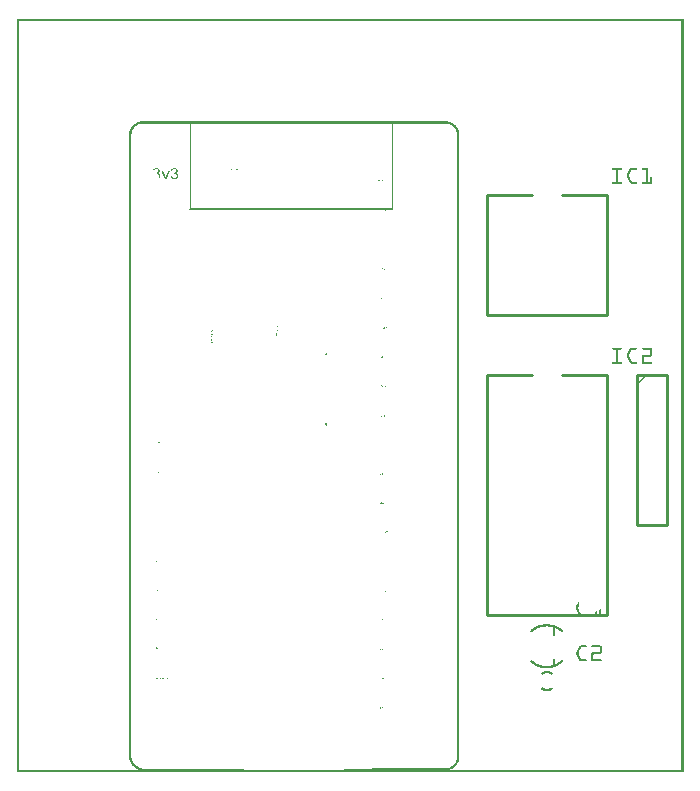
<source format=gto>
G04 MADE WITH FRITZING*
G04 WWW.FRITZING.ORG*
G04 DOUBLE SIDED*
G04 HOLES PLATED*
G04 CONTOUR ON CENTER OF CONTOUR VECTOR*
%ASAXBY*%
%FSLAX23Y23*%
%MOIN*%
%OFA0B0*%
%SFA1.0B1.0*%
%ADD10C,0.005701*%
%ADD11C,0.003725*%
%ADD12C,0.003723*%
%ADD13C,0.010000*%
%ADD14C,0.008000*%
%ADD15R,0.001000X0.001000*%
%LNSILK1*%
G90*
G70*
G54D10*
X1252Y1878D02*
X578Y1878D01*
G54D11*
D02*
X578Y1878D02*
X578Y2166D01*
G54D12*
D02*
X1252Y1878D02*
X1252Y2165D01*
G54D13*
D02*
X1567Y1926D02*
X1567Y1526D01*
D02*
X1567Y1526D02*
X1967Y1526D01*
D02*
X1967Y1526D02*
X1967Y1926D01*
D02*
X1567Y1926D02*
X1717Y1926D01*
D02*
X1817Y1926D02*
X1967Y1926D01*
D02*
X1567Y1326D02*
X1567Y526D01*
D02*
X1567Y526D02*
X1967Y526D01*
D02*
X1967Y526D02*
X1967Y1326D01*
D02*
X1567Y1326D02*
X1717Y1326D01*
D02*
X1817Y1326D02*
X1967Y1326D01*
D02*
X2067Y1326D02*
X2067Y826D01*
D02*
X2067Y826D02*
X2167Y826D01*
D02*
X2167Y826D02*
X2167Y1326D01*
D02*
X2167Y1326D02*
X2067Y1326D01*
G54D14*
X1791Y485D02*
X1791Y460D01*
D02*
X1791Y355D02*
X1791Y380D01*
D02*
G54D15*
X0Y2513D02*
X2222Y2513D01*
X0Y2512D02*
X2222Y2512D01*
X0Y2511D02*
X2222Y2511D01*
X0Y2510D02*
X2222Y2510D01*
X0Y2509D02*
X2222Y2509D01*
X0Y2508D02*
X2222Y2508D01*
X0Y2507D02*
X2222Y2507D01*
X0Y2506D02*
X2222Y2506D01*
X0Y2505D02*
X7Y2505D01*
X2215Y2505D02*
X2222Y2505D01*
X0Y2504D02*
X7Y2504D01*
X2215Y2504D02*
X2222Y2504D01*
X0Y2503D02*
X7Y2503D01*
X2215Y2503D02*
X2222Y2503D01*
X0Y2502D02*
X7Y2502D01*
X2215Y2502D02*
X2222Y2502D01*
X0Y2501D02*
X7Y2501D01*
X2215Y2501D02*
X2222Y2501D01*
X0Y2500D02*
X7Y2500D01*
X2215Y2500D02*
X2222Y2500D01*
X0Y2499D02*
X7Y2499D01*
X2215Y2499D02*
X2222Y2499D01*
X0Y2498D02*
X7Y2498D01*
X2215Y2498D02*
X2222Y2498D01*
X0Y2497D02*
X7Y2497D01*
X2215Y2497D02*
X2222Y2497D01*
X0Y2496D02*
X7Y2496D01*
X2215Y2496D02*
X2222Y2496D01*
X0Y2495D02*
X7Y2495D01*
X2215Y2495D02*
X2222Y2495D01*
X0Y2494D02*
X7Y2494D01*
X2215Y2494D02*
X2222Y2494D01*
X0Y2493D02*
X7Y2493D01*
X2215Y2493D02*
X2222Y2493D01*
X0Y2492D02*
X7Y2492D01*
X2215Y2492D02*
X2222Y2492D01*
X0Y2491D02*
X7Y2491D01*
X2215Y2491D02*
X2222Y2491D01*
X0Y2490D02*
X7Y2490D01*
X2215Y2490D02*
X2222Y2490D01*
X0Y2489D02*
X7Y2489D01*
X2215Y2489D02*
X2222Y2489D01*
X0Y2488D02*
X7Y2488D01*
X2215Y2488D02*
X2222Y2488D01*
X0Y2487D02*
X7Y2487D01*
X2215Y2487D02*
X2222Y2487D01*
X0Y2486D02*
X7Y2486D01*
X2215Y2486D02*
X2222Y2486D01*
X0Y2485D02*
X7Y2485D01*
X2215Y2485D02*
X2222Y2485D01*
X0Y2484D02*
X7Y2484D01*
X2215Y2484D02*
X2222Y2484D01*
X0Y2483D02*
X7Y2483D01*
X2215Y2483D02*
X2222Y2483D01*
X0Y2482D02*
X7Y2482D01*
X2215Y2482D02*
X2222Y2482D01*
X0Y2481D02*
X7Y2481D01*
X2215Y2481D02*
X2222Y2481D01*
X0Y2480D02*
X7Y2480D01*
X2215Y2480D02*
X2222Y2480D01*
X0Y2479D02*
X7Y2479D01*
X2215Y2479D02*
X2222Y2479D01*
X0Y2478D02*
X7Y2478D01*
X2215Y2478D02*
X2222Y2478D01*
X0Y2477D02*
X7Y2477D01*
X2215Y2477D02*
X2222Y2477D01*
X0Y2476D02*
X7Y2476D01*
X2215Y2476D02*
X2222Y2476D01*
X0Y2475D02*
X7Y2475D01*
X2215Y2475D02*
X2222Y2475D01*
X0Y2474D02*
X7Y2474D01*
X2215Y2474D02*
X2222Y2474D01*
X0Y2473D02*
X7Y2473D01*
X2215Y2473D02*
X2222Y2473D01*
X0Y2472D02*
X7Y2472D01*
X2215Y2472D02*
X2222Y2472D01*
X0Y2471D02*
X7Y2471D01*
X2215Y2471D02*
X2222Y2471D01*
X0Y2470D02*
X7Y2470D01*
X2215Y2470D02*
X2222Y2470D01*
X0Y2469D02*
X7Y2469D01*
X2215Y2469D02*
X2222Y2469D01*
X0Y2468D02*
X7Y2468D01*
X2215Y2468D02*
X2222Y2468D01*
X0Y2467D02*
X7Y2467D01*
X2215Y2467D02*
X2222Y2467D01*
X0Y2466D02*
X7Y2466D01*
X2215Y2466D02*
X2222Y2466D01*
X0Y2465D02*
X7Y2465D01*
X2215Y2465D02*
X2222Y2465D01*
X0Y2464D02*
X7Y2464D01*
X2215Y2464D02*
X2222Y2464D01*
X0Y2463D02*
X7Y2463D01*
X2215Y2463D02*
X2222Y2463D01*
X0Y2462D02*
X7Y2462D01*
X2215Y2462D02*
X2222Y2462D01*
X0Y2461D02*
X7Y2461D01*
X2215Y2461D02*
X2222Y2461D01*
X0Y2460D02*
X7Y2460D01*
X2215Y2460D02*
X2222Y2460D01*
X0Y2459D02*
X7Y2459D01*
X2215Y2459D02*
X2222Y2459D01*
X0Y2458D02*
X7Y2458D01*
X2215Y2458D02*
X2222Y2458D01*
X0Y2457D02*
X7Y2457D01*
X2215Y2457D02*
X2222Y2457D01*
X0Y2456D02*
X7Y2456D01*
X2215Y2456D02*
X2222Y2456D01*
X0Y2455D02*
X7Y2455D01*
X2215Y2455D02*
X2222Y2455D01*
X0Y2454D02*
X7Y2454D01*
X2215Y2454D02*
X2222Y2454D01*
X0Y2453D02*
X7Y2453D01*
X2215Y2453D02*
X2222Y2453D01*
X0Y2452D02*
X7Y2452D01*
X2215Y2452D02*
X2222Y2452D01*
X0Y2451D02*
X7Y2451D01*
X2215Y2451D02*
X2222Y2451D01*
X0Y2450D02*
X7Y2450D01*
X2215Y2450D02*
X2222Y2450D01*
X0Y2449D02*
X7Y2449D01*
X2215Y2449D02*
X2222Y2449D01*
X0Y2448D02*
X7Y2448D01*
X2215Y2448D02*
X2222Y2448D01*
X0Y2447D02*
X7Y2447D01*
X2215Y2447D02*
X2222Y2447D01*
X0Y2446D02*
X7Y2446D01*
X2215Y2446D02*
X2222Y2446D01*
X0Y2445D02*
X7Y2445D01*
X2215Y2445D02*
X2222Y2445D01*
X0Y2444D02*
X7Y2444D01*
X2215Y2444D02*
X2222Y2444D01*
X0Y2443D02*
X7Y2443D01*
X2215Y2443D02*
X2222Y2443D01*
X0Y2442D02*
X7Y2442D01*
X2215Y2442D02*
X2222Y2442D01*
X0Y2441D02*
X7Y2441D01*
X2215Y2441D02*
X2222Y2441D01*
X0Y2440D02*
X7Y2440D01*
X2215Y2440D02*
X2222Y2440D01*
X0Y2439D02*
X7Y2439D01*
X2215Y2439D02*
X2222Y2439D01*
X0Y2438D02*
X7Y2438D01*
X2215Y2438D02*
X2222Y2438D01*
X0Y2437D02*
X7Y2437D01*
X2215Y2437D02*
X2222Y2437D01*
X0Y2436D02*
X7Y2436D01*
X2215Y2436D02*
X2222Y2436D01*
X0Y2435D02*
X7Y2435D01*
X2215Y2435D02*
X2222Y2435D01*
X0Y2434D02*
X7Y2434D01*
X2215Y2434D02*
X2222Y2434D01*
X0Y2433D02*
X7Y2433D01*
X2215Y2433D02*
X2222Y2433D01*
X0Y2432D02*
X7Y2432D01*
X2215Y2432D02*
X2222Y2432D01*
X0Y2431D02*
X7Y2431D01*
X2215Y2431D02*
X2222Y2431D01*
X0Y2430D02*
X7Y2430D01*
X2215Y2430D02*
X2222Y2430D01*
X0Y2429D02*
X7Y2429D01*
X2215Y2429D02*
X2222Y2429D01*
X0Y2428D02*
X7Y2428D01*
X2215Y2428D02*
X2222Y2428D01*
X0Y2427D02*
X7Y2427D01*
X2215Y2427D02*
X2222Y2427D01*
X0Y2426D02*
X7Y2426D01*
X2215Y2426D02*
X2222Y2426D01*
X0Y2425D02*
X7Y2425D01*
X2215Y2425D02*
X2222Y2425D01*
X0Y2424D02*
X7Y2424D01*
X2215Y2424D02*
X2222Y2424D01*
X0Y2423D02*
X7Y2423D01*
X2215Y2423D02*
X2222Y2423D01*
X0Y2422D02*
X7Y2422D01*
X2215Y2422D02*
X2222Y2422D01*
X0Y2421D02*
X7Y2421D01*
X2215Y2421D02*
X2222Y2421D01*
X0Y2420D02*
X7Y2420D01*
X2215Y2420D02*
X2222Y2420D01*
X0Y2419D02*
X7Y2419D01*
X2215Y2419D02*
X2222Y2419D01*
X0Y2418D02*
X7Y2418D01*
X2215Y2418D02*
X2222Y2418D01*
X0Y2417D02*
X7Y2417D01*
X2215Y2417D02*
X2222Y2417D01*
X0Y2416D02*
X7Y2416D01*
X2215Y2416D02*
X2222Y2416D01*
X0Y2415D02*
X7Y2415D01*
X2215Y2415D02*
X2222Y2415D01*
X0Y2414D02*
X7Y2414D01*
X2215Y2414D02*
X2222Y2414D01*
X0Y2413D02*
X7Y2413D01*
X2215Y2413D02*
X2222Y2413D01*
X0Y2412D02*
X7Y2412D01*
X2215Y2412D02*
X2222Y2412D01*
X0Y2411D02*
X7Y2411D01*
X2215Y2411D02*
X2222Y2411D01*
X0Y2410D02*
X7Y2410D01*
X2215Y2410D02*
X2222Y2410D01*
X0Y2409D02*
X7Y2409D01*
X2215Y2409D02*
X2222Y2409D01*
X0Y2408D02*
X7Y2408D01*
X2215Y2408D02*
X2222Y2408D01*
X0Y2407D02*
X7Y2407D01*
X2215Y2407D02*
X2222Y2407D01*
X0Y2406D02*
X7Y2406D01*
X2215Y2406D02*
X2222Y2406D01*
X0Y2405D02*
X7Y2405D01*
X2215Y2405D02*
X2222Y2405D01*
X0Y2404D02*
X7Y2404D01*
X2215Y2404D02*
X2222Y2404D01*
X0Y2403D02*
X7Y2403D01*
X2215Y2403D02*
X2222Y2403D01*
X0Y2402D02*
X7Y2402D01*
X2215Y2402D02*
X2222Y2402D01*
X0Y2401D02*
X7Y2401D01*
X2215Y2401D02*
X2222Y2401D01*
X0Y2400D02*
X7Y2400D01*
X2215Y2400D02*
X2222Y2400D01*
X0Y2399D02*
X7Y2399D01*
X2215Y2399D02*
X2222Y2399D01*
X0Y2398D02*
X7Y2398D01*
X2215Y2398D02*
X2222Y2398D01*
X0Y2397D02*
X7Y2397D01*
X2215Y2397D02*
X2222Y2397D01*
X0Y2396D02*
X7Y2396D01*
X2215Y2396D02*
X2222Y2396D01*
X0Y2395D02*
X7Y2395D01*
X2215Y2395D02*
X2222Y2395D01*
X0Y2394D02*
X7Y2394D01*
X2215Y2394D02*
X2222Y2394D01*
X0Y2393D02*
X7Y2393D01*
X2215Y2393D02*
X2222Y2393D01*
X0Y2392D02*
X7Y2392D01*
X2215Y2392D02*
X2222Y2392D01*
X0Y2391D02*
X7Y2391D01*
X2215Y2391D02*
X2222Y2391D01*
X0Y2390D02*
X7Y2390D01*
X2215Y2390D02*
X2222Y2390D01*
X0Y2389D02*
X7Y2389D01*
X2215Y2389D02*
X2222Y2389D01*
X0Y2388D02*
X7Y2388D01*
X2215Y2388D02*
X2222Y2388D01*
X0Y2387D02*
X7Y2387D01*
X2215Y2387D02*
X2222Y2387D01*
X0Y2386D02*
X7Y2386D01*
X2215Y2386D02*
X2222Y2386D01*
X0Y2385D02*
X7Y2385D01*
X2215Y2385D02*
X2222Y2385D01*
X0Y2384D02*
X7Y2384D01*
X2215Y2384D02*
X2222Y2384D01*
X0Y2383D02*
X7Y2383D01*
X2215Y2383D02*
X2222Y2383D01*
X0Y2382D02*
X7Y2382D01*
X2215Y2382D02*
X2222Y2382D01*
X0Y2381D02*
X7Y2381D01*
X2215Y2381D02*
X2222Y2381D01*
X0Y2380D02*
X7Y2380D01*
X2215Y2380D02*
X2222Y2380D01*
X0Y2379D02*
X7Y2379D01*
X2215Y2379D02*
X2222Y2379D01*
X0Y2378D02*
X7Y2378D01*
X2215Y2378D02*
X2222Y2378D01*
X0Y2377D02*
X7Y2377D01*
X2215Y2377D02*
X2222Y2377D01*
X0Y2376D02*
X7Y2376D01*
X2215Y2376D02*
X2222Y2376D01*
X0Y2375D02*
X7Y2375D01*
X2215Y2375D02*
X2222Y2375D01*
X0Y2374D02*
X7Y2374D01*
X2215Y2374D02*
X2222Y2374D01*
X0Y2373D02*
X7Y2373D01*
X2215Y2373D02*
X2222Y2373D01*
X0Y2372D02*
X7Y2372D01*
X2215Y2372D02*
X2222Y2372D01*
X0Y2371D02*
X7Y2371D01*
X2215Y2371D02*
X2222Y2371D01*
X0Y2370D02*
X7Y2370D01*
X2215Y2370D02*
X2222Y2370D01*
X0Y2369D02*
X7Y2369D01*
X2215Y2369D02*
X2222Y2369D01*
X0Y2368D02*
X7Y2368D01*
X2215Y2368D02*
X2222Y2368D01*
X0Y2367D02*
X7Y2367D01*
X2215Y2367D02*
X2222Y2367D01*
X0Y2366D02*
X7Y2366D01*
X2215Y2366D02*
X2222Y2366D01*
X0Y2365D02*
X7Y2365D01*
X2215Y2365D02*
X2222Y2365D01*
X0Y2364D02*
X7Y2364D01*
X2215Y2364D02*
X2222Y2364D01*
X0Y2363D02*
X7Y2363D01*
X2215Y2363D02*
X2222Y2363D01*
X0Y2362D02*
X7Y2362D01*
X2215Y2362D02*
X2222Y2362D01*
X0Y2361D02*
X7Y2361D01*
X2215Y2361D02*
X2222Y2361D01*
X0Y2360D02*
X7Y2360D01*
X2215Y2360D02*
X2222Y2360D01*
X0Y2359D02*
X7Y2359D01*
X2215Y2359D02*
X2222Y2359D01*
X0Y2358D02*
X7Y2358D01*
X2215Y2358D02*
X2222Y2358D01*
X0Y2357D02*
X7Y2357D01*
X2215Y2357D02*
X2222Y2357D01*
X0Y2356D02*
X7Y2356D01*
X2215Y2356D02*
X2222Y2356D01*
X0Y2355D02*
X7Y2355D01*
X2215Y2355D02*
X2222Y2355D01*
X0Y2354D02*
X7Y2354D01*
X2215Y2354D02*
X2222Y2354D01*
X0Y2353D02*
X7Y2353D01*
X2215Y2353D02*
X2222Y2353D01*
X0Y2352D02*
X7Y2352D01*
X2215Y2352D02*
X2222Y2352D01*
X0Y2351D02*
X7Y2351D01*
X2215Y2351D02*
X2222Y2351D01*
X0Y2350D02*
X7Y2350D01*
X2215Y2350D02*
X2222Y2350D01*
X0Y2349D02*
X7Y2349D01*
X2215Y2349D02*
X2222Y2349D01*
X0Y2348D02*
X7Y2348D01*
X2215Y2348D02*
X2222Y2348D01*
X0Y2347D02*
X7Y2347D01*
X2215Y2347D02*
X2222Y2347D01*
X0Y2346D02*
X7Y2346D01*
X2215Y2346D02*
X2222Y2346D01*
X0Y2345D02*
X7Y2345D01*
X2215Y2345D02*
X2222Y2345D01*
X0Y2344D02*
X7Y2344D01*
X2215Y2344D02*
X2222Y2344D01*
X0Y2343D02*
X7Y2343D01*
X2215Y2343D02*
X2222Y2343D01*
X0Y2342D02*
X7Y2342D01*
X2215Y2342D02*
X2222Y2342D01*
X0Y2341D02*
X7Y2341D01*
X2215Y2341D02*
X2222Y2341D01*
X0Y2340D02*
X7Y2340D01*
X2215Y2340D02*
X2222Y2340D01*
X0Y2339D02*
X7Y2339D01*
X2215Y2339D02*
X2222Y2339D01*
X0Y2338D02*
X7Y2338D01*
X2215Y2338D02*
X2222Y2338D01*
X0Y2337D02*
X7Y2337D01*
X2215Y2337D02*
X2222Y2337D01*
X0Y2336D02*
X7Y2336D01*
X2215Y2336D02*
X2222Y2336D01*
X0Y2335D02*
X7Y2335D01*
X2215Y2335D02*
X2222Y2335D01*
X0Y2334D02*
X7Y2334D01*
X2215Y2334D02*
X2222Y2334D01*
X0Y2333D02*
X7Y2333D01*
X2215Y2333D02*
X2222Y2333D01*
X0Y2332D02*
X7Y2332D01*
X2215Y2332D02*
X2222Y2332D01*
X0Y2331D02*
X7Y2331D01*
X2215Y2331D02*
X2222Y2331D01*
X0Y2330D02*
X7Y2330D01*
X2215Y2330D02*
X2222Y2330D01*
X0Y2329D02*
X7Y2329D01*
X2215Y2329D02*
X2222Y2329D01*
X0Y2328D02*
X7Y2328D01*
X2215Y2328D02*
X2222Y2328D01*
X0Y2327D02*
X7Y2327D01*
X2215Y2327D02*
X2222Y2327D01*
X0Y2326D02*
X7Y2326D01*
X2215Y2326D02*
X2222Y2326D01*
X0Y2325D02*
X7Y2325D01*
X2215Y2325D02*
X2222Y2325D01*
X0Y2324D02*
X7Y2324D01*
X2215Y2324D02*
X2222Y2324D01*
X0Y2323D02*
X7Y2323D01*
X2215Y2323D02*
X2222Y2323D01*
X0Y2322D02*
X7Y2322D01*
X2215Y2322D02*
X2222Y2322D01*
X0Y2321D02*
X7Y2321D01*
X2215Y2321D02*
X2222Y2321D01*
X0Y2320D02*
X7Y2320D01*
X2215Y2320D02*
X2222Y2320D01*
X0Y2319D02*
X7Y2319D01*
X2215Y2319D02*
X2222Y2319D01*
X0Y2318D02*
X7Y2318D01*
X2215Y2318D02*
X2222Y2318D01*
X0Y2317D02*
X7Y2317D01*
X2215Y2317D02*
X2222Y2317D01*
X0Y2316D02*
X7Y2316D01*
X2215Y2316D02*
X2222Y2316D01*
X0Y2315D02*
X7Y2315D01*
X2215Y2315D02*
X2222Y2315D01*
X0Y2314D02*
X7Y2314D01*
X2215Y2314D02*
X2222Y2314D01*
X0Y2313D02*
X7Y2313D01*
X2215Y2313D02*
X2222Y2313D01*
X0Y2312D02*
X7Y2312D01*
X2215Y2312D02*
X2222Y2312D01*
X0Y2311D02*
X7Y2311D01*
X2215Y2311D02*
X2222Y2311D01*
X0Y2310D02*
X7Y2310D01*
X2215Y2310D02*
X2222Y2310D01*
X0Y2309D02*
X7Y2309D01*
X2215Y2309D02*
X2222Y2309D01*
X0Y2308D02*
X7Y2308D01*
X2215Y2308D02*
X2222Y2308D01*
X0Y2307D02*
X7Y2307D01*
X2215Y2307D02*
X2222Y2307D01*
X0Y2306D02*
X7Y2306D01*
X2215Y2306D02*
X2222Y2306D01*
X0Y2305D02*
X7Y2305D01*
X2215Y2305D02*
X2222Y2305D01*
X0Y2304D02*
X7Y2304D01*
X2215Y2304D02*
X2222Y2304D01*
X0Y2303D02*
X7Y2303D01*
X2215Y2303D02*
X2222Y2303D01*
X0Y2302D02*
X7Y2302D01*
X2215Y2302D02*
X2222Y2302D01*
X0Y2301D02*
X7Y2301D01*
X2215Y2301D02*
X2222Y2301D01*
X0Y2300D02*
X7Y2300D01*
X2215Y2300D02*
X2222Y2300D01*
X0Y2299D02*
X7Y2299D01*
X2215Y2299D02*
X2222Y2299D01*
X0Y2298D02*
X7Y2298D01*
X2215Y2298D02*
X2222Y2298D01*
X0Y2297D02*
X7Y2297D01*
X2215Y2297D02*
X2222Y2297D01*
X0Y2296D02*
X7Y2296D01*
X2215Y2296D02*
X2222Y2296D01*
X0Y2295D02*
X7Y2295D01*
X2215Y2295D02*
X2222Y2295D01*
X0Y2294D02*
X7Y2294D01*
X2215Y2294D02*
X2222Y2294D01*
X0Y2293D02*
X7Y2293D01*
X2215Y2293D02*
X2222Y2293D01*
X0Y2292D02*
X7Y2292D01*
X2215Y2292D02*
X2222Y2292D01*
X0Y2291D02*
X7Y2291D01*
X2215Y2291D02*
X2222Y2291D01*
X0Y2290D02*
X7Y2290D01*
X2215Y2290D02*
X2222Y2290D01*
X0Y2289D02*
X7Y2289D01*
X2215Y2289D02*
X2222Y2289D01*
X0Y2288D02*
X7Y2288D01*
X2215Y2288D02*
X2222Y2288D01*
X0Y2287D02*
X7Y2287D01*
X2215Y2287D02*
X2222Y2287D01*
X0Y2286D02*
X7Y2286D01*
X2215Y2286D02*
X2222Y2286D01*
X0Y2285D02*
X7Y2285D01*
X2215Y2285D02*
X2222Y2285D01*
X0Y2284D02*
X7Y2284D01*
X2215Y2284D02*
X2222Y2284D01*
X0Y2283D02*
X7Y2283D01*
X2215Y2283D02*
X2222Y2283D01*
X0Y2282D02*
X7Y2282D01*
X2215Y2282D02*
X2222Y2282D01*
X0Y2281D02*
X7Y2281D01*
X2215Y2281D02*
X2222Y2281D01*
X0Y2280D02*
X7Y2280D01*
X2215Y2280D02*
X2222Y2280D01*
X0Y2279D02*
X7Y2279D01*
X2215Y2279D02*
X2222Y2279D01*
X0Y2278D02*
X7Y2278D01*
X2215Y2278D02*
X2222Y2278D01*
X0Y2277D02*
X7Y2277D01*
X2215Y2277D02*
X2222Y2277D01*
X0Y2276D02*
X7Y2276D01*
X2215Y2276D02*
X2222Y2276D01*
X0Y2275D02*
X7Y2275D01*
X2215Y2275D02*
X2222Y2275D01*
X0Y2274D02*
X7Y2274D01*
X2215Y2274D02*
X2222Y2274D01*
X0Y2273D02*
X7Y2273D01*
X2215Y2273D02*
X2222Y2273D01*
X0Y2272D02*
X7Y2272D01*
X2215Y2272D02*
X2222Y2272D01*
X0Y2271D02*
X7Y2271D01*
X2215Y2271D02*
X2222Y2271D01*
X0Y2270D02*
X7Y2270D01*
X2215Y2270D02*
X2222Y2270D01*
X0Y2269D02*
X7Y2269D01*
X2215Y2269D02*
X2222Y2269D01*
X0Y2268D02*
X7Y2268D01*
X2215Y2268D02*
X2222Y2268D01*
X0Y2267D02*
X7Y2267D01*
X2215Y2267D02*
X2222Y2267D01*
X0Y2266D02*
X7Y2266D01*
X2215Y2266D02*
X2222Y2266D01*
X0Y2265D02*
X7Y2265D01*
X2215Y2265D02*
X2222Y2265D01*
X0Y2264D02*
X7Y2264D01*
X2215Y2264D02*
X2222Y2264D01*
X0Y2263D02*
X7Y2263D01*
X2215Y2263D02*
X2222Y2263D01*
X0Y2262D02*
X7Y2262D01*
X2215Y2262D02*
X2222Y2262D01*
X0Y2261D02*
X7Y2261D01*
X2215Y2261D02*
X2222Y2261D01*
X0Y2260D02*
X7Y2260D01*
X2215Y2260D02*
X2222Y2260D01*
X0Y2259D02*
X7Y2259D01*
X2215Y2259D02*
X2222Y2259D01*
X0Y2258D02*
X7Y2258D01*
X2215Y2258D02*
X2222Y2258D01*
X0Y2257D02*
X7Y2257D01*
X2215Y2257D02*
X2222Y2257D01*
X0Y2256D02*
X7Y2256D01*
X2215Y2256D02*
X2222Y2256D01*
X0Y2255D02*
X7Y2255D01*
X2215Y2255D02*
X2222Y2255D01*
X0Y2254D02*
X7Y2254D01*
X2215Y2254D02*
X2222Y2254D01*
X0Y2253D02*
X7Y2253D01*
X2215Y2253D02*
X2222Y2253D01*
X0Y2252D02*
X7Y2252D01*
X2215Y2252D02*
X2222Y2252D01*
X0Y2251D02*
X7Y2251D01*
X2215Y2251D02*
X2222Y2251D01*
X0Y2250D02*
X7Y2250D01*
X2215Y2250D02*
X2222Y2250D01*
X0Y2249D02*
X7Y2249D01*
X2215Y2249D02*
X2222Y2249D01*
X0Y2248D02*
X7Y2248D01*
X2215Y2248D02*
X2222Y2248D01*
X0Y2247D02*
X7Y2247D01*
X2215Y2247D02*
X2222Y2247D01*
X0Y2246D02*
X7Y2246D01*
X2215Y2246D02*
X2222Y2246D01*
X0Y2245D02*
X7Y2245D01*
X2215Y2245D02*
X2222Y2245D01*
X0Y2244D02*
X7Y2244D01*
X2215Y2244D02*
X2222Y2244D01*
X0Y2243D02*
X7Y2243D01*
X2215Y2243D02*
X2222Y2243D01*
X0Y2242D02*
X7Y2242D01*
X2215Y2242D02*
X2222Y2242D01*
X0Y2241D02*
X7Y2241D01*
X2215Y2241D02*
X2222Y2241D01*
X0Y2240D02*
X7Y2240D01*
X2215Y2240D02*
X2222Y2240D01*
X0Y2239D02*
X7Y2239D01*
X2215Y2239D02*
X2222Y2239D01*
X0Y2238D02*
X7Y2238D01*
X2215Y2238D02*
X2222Y2238D01*
X0Y2237D02*
X7Y2237D01*
X2215Y2237D02*
X2222Y2237D01*
X0Y2236D02*
X7Y2236D01*
X2215Y2236D02*
X2222Y2236D01*
X0Y2235D02*
X7Y2235D01*
X2215Y2235D02*
X2222Y2235D01*
X0Y2234D02*
X7Y2234D01*
X2215Y2234D02*
X2222Y2234D01*
X0Y2233D02*
X7Y2233D01*
X2215Y2233D02*
X2222Y2233D01*
X0Y2232D02*
X7Y2232D01*
X2215Y2232D02*
X2222Y2232D01*
X0Y2231D02*
X7Y2231D01*
X2215Y2231D02*
X2222Y2231D01*
X0Y2230D02*
X7Y2230D01*
X2215Y2230D02*
X2222Y2230D01*
X0Y2229D02*
X7Y2229D01*
X2215Y2229D02*
X2222Y2229D01*
X0Y2228D02*
X7Y2228D01*
X2215Y2228D02*
X2222Y2228D01*
X0Y2227D02*
X7Y2227D01*
X2215Y2227D02*
X2222Y2227D01*
X0Y2226D02*
X7Y2226D01*
X2215Y2226D02*
X2222Y2226D01*
X0Y2225D02*
X7Y2225D01*
X2215Y2225D02*
X2222Y2225D01*
X0Y2224D02*
X7Y2224D01*
X2215Y2224D02*
X2222Y2224D01*
X0Y2223D02*
X7Y2223D01*
X2215Y2223D02*
X2222Y2223D01*
X0Y2222D02*
X7Y2222D01*
X2215Y2222D02*
X2222Y2222D01*
X0Y2221D02*
X7Y2221D01*
X2215Y2221D02*
X2222Y2221D01*
X0Y2220D02*
X7Y2220D01*
X2215Y2220D02*
X2222Y2220D01*
X0Y2219D02*
X7Y2219D01*
X2215Y2219D02*
X2222Y2219D01*
X0Y2218D02*
X7Y2218D01*
X2215Y2218D02*
X2222Y2218D01*
X0Y2217D02*
X7Y2217D01*
X2215Y2217D02*
X2222Y2217D01*
X0Y2216D02*
X7Y2216D01*
X2215Y2216D02*
X2222Y2216D01*
X0Y2215D02*
X7Y2215D01*
X2215Y2215D02*
X2222Y2215D01*
X0Y2214D02*
X7Y2214D01*
X2215Y2214D02*
X2222Y2214D01*
X0Y2213D02*
X7Y2213D01*
X2215Y2213D02*
X2222Y2213D01*
X0Y2212D02*
X7Y2212D01*
X2215Y2212D02*
X2222Y2212D01*
X0Y2211D02*
X7Y2211D01*
X2215Y2211D02*
X2222Y2211D01*
X0Y2210D02*
X7Y2210D01*
X2215Y2210D02*
X2222Y2210D01*
X0Y2209D02*
X7Y2209D01*
X2215Y2209D02*
X2222Y2209D01*
X0Y2208D02*
X7Y2208D01*
X2215Y2208D02*
X2222Y2208D01*
X0Y2207D02*
X7Y2207D01*
X2215Y2207D02*
X2222Y2207D01*
X0Y2206D02*
X7Y2206D01*
X2215Y2206D02*
X2222Y2206D01*
X0Y2205D02*
X7Y2205D01*
X2215Y2205D02*
X2222Y2205D01*
X0Y2204D02*
X7Y2204D01*
X2215Y2204D02*
X2222Y2204D01*
X0Y2203D02*
X7Y2203D01*
X2215Y2203D02*
X2222Y2203D01*
X0Y2202D02*
X7Y2202D01*
X2215Y2202D02*
X2222Y2202D01*
X0Y2201D02*
X7Y2201D01*
X2215Y2201D02*
X2222Y2201D01*
X0Y2200D02*
X7Y2200D01*
X2215Y2200D02*
X2222Y2200D01*
X0Y2199D02*
X7Y2199D01*
X2215Y2199D02*
X2222Y2199D01*
X0Y2198D02*
X7Y2198D01*
X2215Y2198D02*
X2222Y2198D01*
X0Y2197D02*
X7Y2197D01*
X2215Y2197D02*
X2222Y2197D01*
X0Y2196D02*
X7Y2196D01*
X2215Y2196D02*
X2222Y2196D01*
X0Y2195D02*
X7Y2195D01*
X2215Y2195D02*
X2222Y2195D01*
X0Y2194D02*
X7Y2194D01*
X2215Y2194D02*
X2222Y2194D01*
X0Y2193D02*
X7Y2193D01*
X2215Y2193D02*
X2222Y2193D01*
X0Y2192D02*
X7Y2192D01*
X2215Y2192D02*
X2222Y2192D01*
X0Y2191D02*
X7Y2191D01*
X2215Y2191D02*
X2222Y2191D01*
X0Y2190D02*
X7Y2190D01*
X2215Y2190D02*
X2222Y2190D01*
X0Y2189D02*
X7Y2189D01*
X2215Y2189D02*
X2222Y2189D01*
X0Y2188D02*
X7Y2188D01*
X2215Y2188D02*
X2222Y2188D01*
X0Y2187D02*
X7Y2187D01*
X2215Y2187D02*
X2222Y2187D01*
X0Y2186D02*
X7Y2186D01*
X2215Y2186D02*
X2222Y2186D01*
X0Y2185D02*
X7Y2185D01*
X2215Y2185D02*
X2222Y2185D01*
X0Y2184D02*
X7Y2184D01*
X2215Y2184D02*
X2222Y2184D01*
X0Y2183D02*
X7Y2183D01*
X2215Y2183D02*
X2222Y2183D01*
X0Y2182D02*
X7Y2182D01*
X2215Y2182D02*
X2222Y2182D01*
X0Y2181D02*
X7Y2181D01*
X2215Y2181D02*
X2222Y2181D01*
X0Y2180D02*
X7Y2180D01*
X2215Y2180D02*
X2222Y2180D01*
X0Y2179D02*
X7Y2179D01*
X2215Y2179D02*
X2222Y2179D01*
X0Y2178D02*
X7Y2178D01*
X2215Y2178D02*
X2222Y2178D01*
X0Y2177D02*
X7Y2177D01*
X2215Y2177D02*
X2222Y2177D01*
X0Y2176D02*
X7Y2176D01*
X2215Y2176D02*
X2222Y2176D01*
X0Y2175D02*
X7Y2175D01*
X2215Y2175D02*
X2222Y2175D01*
X0Y2174D02*
X7Y2174D01*
X2215Y2174D02*
X2222Y2174D01*
X0Y2173D02*
X7Y2173D01*
X2215Y2173D02*
X2222Y2173D01*
X0Y2172D02*
X7Y2172D01*
X2215Y2172D02*
X2222Y2172D01*
X0Y2171D02*
X7Y2171D01*
X421Y2171D02*
X1429Y2171D01*
X2215Y2171D02*
X2222Y2171D01*
X0Y2170D02*
X7Y2170D01*
X412Y2170D02*
X1438Y2170D01*
X2215Y2170D02*
X2222Y2170D01*
X0Y2169D02*
X7Y2169D01*
X408Y2169D02*
X1442Y2169D01*
X2215Y2169D02*
X2222Y2169D01*
X0Y2168D02*
X7Y2168D01*
X405Y2168D02*
X1445Y2168D01*
X2215Y2168D02*
X2222Y2168D01*
X0Y2167D02*
X7Y2167D01*
X402Y2167D02*
X1447Y2167D01*
X2215Y2167D02*
X2222Y2167D01*
X0Y2166D02*
X7Y2166D01*
X400Y2166D02*
X1449Y2166D01*
X2215Y2166D02*
X2222Y2166D01*
X0Y2165D02*
X7Y2165D01*
X398Y2165D02*
X1451Y2165D01*
X2215Y2165D02*
X2222Y2165D01*
X0Y2164D02*
X7Y2164D01*
X397Y2164D02*
X1453Y2164D01*
X2215Y2164D02*
X2222Y2164D01*
X0Y2163D02*
X7Y2163D01*
X395Y2163D02*
X415Y2163D01*
X1434Y2163D02*
X1454Y2163D01*
X2215Y2163D02*
X2222Y2163D01*
X0Y2162D02*
X7Y2162D01*
X394Y2162D02*
X410Y2162D01*
X1440Y2162D02*
X1456Y2162D01*
X2215Y2162D02*
X2222Y2162D01*
X0Y2161D02*
X7Y2161D01*
X392Y2161D02*
X407Y2161D01*
X1443Y2161D02*
X1457Y2161D01*
X2215Y2161D02*
X2222Y2161D01*
X0Y2160D02*
X7Y2160D01*
X391Y2160D02*
X404Y2160D01*
X1445Y2160D02*
X1458Y2160D01*
X2215Y2160D02*
X2222Y2160D01*
X0Y2159D02*
X7Y2159D01*
X390Y2159D02*
X402Y2159D01*
X1447Y2159D02*
X1460Y2159D01*
X2215Y2159D02*
X2222Y2159D01*
X0Y2158D02*
X7Y2158D01*
X389Y2158D02*
X401Y2158D01*
X1449Y2158D02*
X1461Y2158D01*
X2215Y2158D02*
X2222Y2158D01*
X0Y2157D02*
X7Y2157D01*
X388Y2157D02*
X399Y2157D01*
X1451Y2157D02*
X1462Y2157D01*
X2215Y2157D02*
X2222Y2157D01*
X0Y2156D02*
X7Y2156D01*
X387Y2156D02*
X398Y2156D01*
X1452Y2156D02*
X1463Y2156D01*
X2215Y2156D02*
X2222Y2156D01*
X0Y2155D02*
X7Y2155D01*
X386Y2155D02*
X396Y2155D01*
X1453Y2155D02*
X1463Y2155D01*
X2215Y2155D02*
X2222Y2155D01*
X0Y2154D02*
X7Y2154D01*
X385Y2154D02*
X395Y2154D01*
X1455Y2154D02*
X1464Y2154D01*
X2215Y2154D02*
X2222Y2154D01*
X0Y2153D02*
X7Y2153D01*
X384Y2153D02*
X394Y2153D01*
X1456Y2153D02*
X1465Y2153D01*
X2215Y2153D02*
X2222Y2153D01*
X0Y2152D02*
X7Y2152D01*
X384Y2152D02*
X393Y2152D01*
X1457Y2152D02*
X1466Y2152D01*
X2215Y2152D02*
X2222Y2152D01*
X0Y2151D02*
X7Y2151D01*
X383Y2151D02*
X392Y2151D01*
X1458Y2151D02*
X1467Y2151D01*
X2215Y2151D02*
X2222Y2151D01*
X0Y2150D02*
X7Y2150D01*
X382Y2150D02*
X391Y2150D01*
X1459Y2150D02*
X1467Y2150D01*
X2215Y2150D02*
X2222Y2150D01*
X0Y2149D02*
X7Y2149D01*
X382Y2149D02*
X390Y2149D01*
X1459Y2149D02*
X1468Y2149D01*
X2215Y2149D02*
X2222Y2149D01*
X0Y2148D02*
X7Y2148D01*
X381Y2148D02*
X389Y2148D01*
X1460Y2148D02*
X1468Y2148D01*
X2215Y2148D02*
X2222Y2148D01*
X0Y2147D02*
X7Y2147D01*
X381Y2147D02*
X389Y2147D01*
X1461Y2147D02*
X1469Y2147D01*
X2215Y2147D02*
X2222Y2147D01*
X0Y2146D02*
X7Y2146D01*
X380Y2146D02*
X388Y2146D01*
X1462Y2146D02*
X1470Y2146D01*
X2215Y2146D02*
X2222Y2146D01*
X0Y2145D02*
X7Y2145D01*
X379Y2145D02*
X387Y2145D01*
X1462Y2145D02*
X1470Y2145D01*
X2215Y2145D02*
X2222Y2145D01*
X0Y2144D02*
X7Y2144D01*
X379Y2144D02*
X387Y2144D01*
X1463Y2144D02*
X1471Y2144D01*
X2215Y2144D02*
X2222Y2144D01*
X0Y2143D02*
X7Y2143D01*
X379Y2143D02*
X386Y2143D01*
X1464Y2143D02*
X1471Y2143D01*
X2215Y2143D02*
X2222Y2143D01*
X0Y2142D02*
X7Y2142D01*
X378Y2142D02*
X385Y2142D01*
X1464Y2142D02*
X1472Y2142D01*
X2215Y2142D02*
X2222Y2142D01*
X0Y2141D02*
X7Y2141D01*
X378Y2141D02*
X385Y2141D01*
X1465Y2141D02*
X1472Y2141D01*
X2215Y2141D02*
X2222Y2141D01*
X0Y2140D02*
X7Y2140D01*
X377Y2140D02*
X385Y2140D01*
X1465Y2140D02*
X1472Y2140D01*
X2215Y2140D02*
X2222Y2140D01*
X0Y2139D02*
X7Y2139D01*
X377Y2139D02*
X384Y2139D01*
X1466Y2139D02*
X1473Y2139D01*
X2215Y2139D02*
X2222Y2139D01*
X0Y2138D02*
X7Y2138D01*
X377Y2138D02*
X384Y2138D01*
X1466Y2138D02*
X1473Y2138D01*
X2215Y2138D02*
X2222Y2138D01*
X0Y2137D02*
X7Y2137D01*
X376Y2137D02*
X383Y2137D01*
X1466Y2137D02*
X1473Y2137D01*
X2215Y2137D02*
X2222Y2137D01*
X0Y2136D02*
X7Y2136D01*
X376Y2136D02*
X383Y2136D01*
X1467Y2136D02*
X1474Y2136D01*
X2215Y2136D02*
X2222Y2136D01*
X0Y2135D02*
X7Y2135D01*
X376Y2135D02*
X383Y2135D01*
X1467Y2135D02*
X1474Y2135D01*
X2215Y2135D02*
X2222Y2135D01*
X0Y2134D02*
X7Y2134D01*
X376Y2134D02*
X382Y2134D01*
X1467Y2134D02*
X1474Y2134D01*
X2215Y2134D02*
X2222Y2134D01*
X0Y2133D02*
X7Y2133D01*
X375Y2133D02*
X382Y2133D01*
X1467Y2133D02*
X1474Y2133D01*
X2215Y2133D02*
X2222Y2133D01*
X0Y2132D02*
X7Y2132D01*
X375Y2132D02*
X382Y2132D01*
X1468Y2132D02*
X1475Y2132D01*
X2215Y2132D02*
X2222Y2132D01*
X0Y2131D02*
X7Y2131D01*
X375Y2131D02*
X382Y2131D01*
X1468Y2131D02*
X1475Y2131D01*
X2215Y2131D02*
X2222Y2131D01*
X0Y2130D02*
X7Y2130D01*
X375Y2130D02*
X382Y2130D01*
X1468Y2130D02*
X1475Y2130D01*
X2215Y2130D02*
X2222Y2130D01*
X0Y2129D02*
X7Y2129D01*
X375Y2129D02*
X381Y2129D01*
X1468Y2129D02*
X1475Y2129D01*
X2215Y2129D02*
X2222Y2129D01*
X0Y2128D02*
X7Y2128D01*
X374Y2128D02*
X381Y2128D01*
X1468Y2128D02*
X1475Y2128D01*
X2215Y2128D02*
X2222Y2128D01*
X0Y2127D02*
X7Y2127D01*
X374Y2127D02*
X381Y2127D01*
X1468Y2127D02*
X1475Y2127D01*
X2215Y2127D02*
X2222Y2127D01*
X0Y2126D02*
X7Y2126D01*
X374Y2126D02*
X381Y2126D01*
X1469Y2126D02*
X1475Y2126D01*
X2215Y2126D02*
X2222Y2126D01*
X0Y2125D02*
X7Y2125D01*
X374Y2125D02*
X381Y2125D01*
X1469Y2125D02*
X1475Y2125D01*
X2215Y2125D02*
X2222Y2125D01*
X0Y2124D02*
X7Y2124D01*
X374Y2124D02*
X381Y2124D01*
X1469Y2124D02*
X1475Y2124D01*
X2215Y2124D02*
X2222Y2124D01*
X0Y2123D02*
X7Y2123D01*
X374Y2123D02*
X381Y2123D01*
X1469Y2123D02*
X1475Y2123D01*
X2215Y2123D02*
X2222Y2123D01*
X0Y2122D02*
X7Y2122D01*
X374Y2122D02*
X381Y2122D01*
X1469Y2122D02*
X1475Y2122D01*
X2215Y2122D02*
X2222Y2122D01*
X0Y2121D02*
X7Y2121D01*
X374Y2121D02*
X381Y2121D01*
X1469Y2121D02*
X1475Y2121D01*
X2215Y2121D02*
X2222Y2121D01*
X0Y2120D02*
X7Y2120D01*
X374Y2120D02*
X381Y2120D01*
X1469Y2120D02*
X1475Y2120D01*
X2215Y2120D02*
X2222Y2120D01*
X0Y2119D02*
X7Y2119D01*
X374Y2119D02*
X381Y2119D01*
X1469Y2119D02*
X1475Y2119D01*
X2215Y2119D02*
X2222Y2119D01*
X0Y2118D02*
X7Y2118D01*
X374Y2118D02*
X381Y2118D01*
X1469Y2118D02*
X1475Y2118D01*
X2215Y2118D02*
X2222Y2118D01*
X0Y2117D02*
X7Y2117D01*
X374Y2117D02*
X381Y2117D01*
X1469Y2117D02*
X1475Y2117D01*
X2215Y2117D02*
X2222Y2117D01*
X0Y2116D02*
X7Y2116D01*
X374Y2116D02*
X381Y2116D01*
X1469Y2116D02*
X1475Y2116D01*
X2215Y2116D02*
X2222Y2116D01*
X0Y2115D02*
X7Y2115D01*
X374Y2115D02*
X381Y2115D01*
X1469Y2115D02*
X1475Y2115D01*
X2215Y2115D02*
X2222Y2115D01*
X0Y2114D02*
X7Y2114D01*
X374Y2114D02*
X381Y2114D01*
X1469Y2114D02*
X1475Y2114D01*
X2215Y2114D02*
X2222Y2114D01*
X0Y2113D02*
X7Y2113D01*
X374Y2113D02*
X381Y2113D01*
X1469Y2113D02*
X1475Y2113D01*
X2215Y2113D02*
X2222Y2113D01*
X0Y2112D02*
X7Y2112D01*
X374Y2112D02*
X381Y2112D01*
X1469Y2112D02*
X1475Y2112D01*
X2215Y2112D02*
X2222Y2112D01*
X0Y2111D02*
X7Y2111D01*
X374Y2111D02*
X381Y2111D01*
X1469Y2111D02*
X1475Y2111D01*
X2215Y2111D02*
X2222Y2111D01*
X0Y2110D02*
X7Y2110D01*
X374Y2110D02*
X381Y2110D01*
X1469Y2110D02*
X1475Y2110D01*
X2215Y2110D02*
X2222Y2110D01*
X0Y2109D02*
X7Y2109D01*
X374Y2109D02*
X381Y2109D01*
X1469Y2109D02*
X1475Y2109D01*
X2215Y2109D02*
X2222Y2109D01*
X0Y2108D02*
X7Y2108D01*
X374Y2108D02*
X381Y2108D01*
X1469Y2108D02*
X1475Y2108D01*
X2215Y2108D02*
X2222Y2108D01*
X0Y2107D02*
X7Y2107D01*
X374Y2107D02*
X381Y2107D01*
X1469Y2107D02*
X1475Y2107D01*
X2215Y2107D02*
X2222Y2107D01*
X0Y2106D02*
X7Y2106D01*
X374Y2106D02*
X381Y2106D01*
X1469Y2106D02*
X1475Y2106D01*
X2215Y2106D02*
X2222Y2106D01*
X0Y2105D02*
X7Y2105D01*
X374Y2105D02*
X381Y2105D01*
X1469Y2105D02*
X1475Y2105D01*
X2215Y2105D02*
X2222Y2105D01*
X0Y2104D02*
X7Y2104D01*
X374Y2104D02*
X381Y2104D01*
X1469Y2104D02*
X1475Y2104D01*
X2215Y2104D02*
X2222Y2104D01*
X0Y2103D02*
X7Y2103D01*
X374Y2103D02*
X381Y2103D01*
X1469Y2103D02*
X1475Y2103D01*
X2215Y2103D02*
X2222Y2103D01*
X0Y2102D02*
X7Y2102D01*
X374Y2102D02*
X381Y2102D01*
X1469Y2102D02*
X1475Y2102D01*
X2215Y2102D02*
X2222Y2102D01*
X0Y2101D02*
X7Y2101D01*
X374Y2101D02*
X381Y2101D01*
X1469Y2101D02*
X1475Y2101D01*
X2215Y2101D02*
X2222Y2101D01*
X0Y2100D02*
X7Y2100D01*
X374Y2100D02*
X381Y2100D01*
X1469Y2100D02*
X1475Y2100D01*
X2215Y2100D02*
X2222Y2100D01*
X0Y2099D02*
X7Y2099D01*
X374Y2099D02*
X381Y2099D01*
X1469Y2099D02*
X1475Y2099D01*
X2215Y2099D02*
X2222Y2099D01*
X0Y2098D02*
X7Y2098D01*
X374Y2098D02*
X381Y2098D01*
X1469Y2098D02*
X1475Y2098D01*
X2215Y2098D02*
X2222Y2098D01*
X0Y2097D02*
X7Y2097D01*
X374Y2097D02*
X381Y2097D01*
X1469Y2097D02*
X1475Y2097D01*
X2215Y2097D02*
X2222Y2097D01*
X0Y2096D02*
X7Y2096D01*
X374Y2096D02*
X381Y2096D01*
X1469Y2096D02*
X1475Y2096D01*
X2215Y2096D02*
X2222Y2096D01*
X0Y2095D02*
X7Y2095D01*
X374Y2095D02*
X381Y2095D01*
X1469Y2095D02*
X1475Y2095D01*
X2215Y2095D02*
X2222Y2095D01*
X0Y2094D02*
X7Y2094D01*
X374Y2094D02*
X381Y2094D01*
X1469Y2094D02*
X1475Y2094D01*
X2215Y2094D02*
X2222Y2094D01*
X0Y2093D02*
X7Y2093D01*
X374Y2093D02*
X381Y2093D01*
X1469Y2093D02*
X1475Y2093D01*
X2215Y2093D02*
X2222Y2093D01*
X0Y2092D02*
X7Y2092D01*
X374Y2092D02*
X381Y2092D01*
X1469Y2092D02*
X1475Y2092D01*
X2215Y2092D02*
X2222Y2092D01*
X0Y2091D02*
X7Y2091D01*
X374Y2091D02*
X381Y2091D01*
X1469Y2091D02*
X1475Y2091D01*
X2215Y2091D02*
X2222Y2091D01*
X0Y2090D02*
X7Y2090D01*
X374Y2090D02*
X381Y2090D01*
X1469Y2090D02*
X1475Y2090D01*
X2215Y2090D02*
X2222Y2090D01*
X0Y2089D02*
X7Y2089D01*
X374Y2089D02*
X381Y2089D01*
X1469Y2089D02*
X1475Y2089D01*
X2215Y2089D02*
X2222Y2089D01*
X0Y2088D02*
X7Y2088D01*
X374Y2088D02*
X381Y2088D01*
X1469Y2088D02*
X1475Y2088D01*
X2215Y2088D02*
X2222Y2088D01*
X0Y2087D02*
X7Y2087D01*
X374Y2087D02*
X381Y2087D01*
X1469Y2087D02*
X1475Y2087D01*
X2215Y2087D02*
X2222Y2087D01*
X0Y2086D02*
X7Y2086D01*
X374Y2086D02*
X381Y2086D01*
X1469Y2086D02*
X1475Y2086D01*
X2215Y2086D02*
X2222Y2086D01*
X0Y2085D02*
X7Y2085D01*
X374Y2085D02*
X381Y2085D01*
X1469Y2085D02*
X1475Y2085D01*
X2215Y2085D02*
X2222Y2085D01*
X0Y2084D02*
X7Y2084D01*
X374Y2084D02*
X381Y2084D01*
X1469Y2084D02*
X1475Y2084D01*
X2215Y2084D02*
X2222Y2084D01*
X0Y2083D02*
X7Y2083D01*
X374Y2083D02*
X381Y2083D01*
X1469Y2083D02*
X1475Y2083D01*
X2215Y2083D02*
X2222Y2083D01*
X0Y2082D02*
X7Y2082D01*
X374Y2082D02*
X381Y2082D01*
X1469Y2082D02*
X1475Y2082D01*
X2215Y2082D02*
X2222Y2082D01*
X0Y2081D02*
X7Y2081D01*
X374Y2081D02*
X381Y2081D01*
X1469Y2081D02*
X1475Y2081D01*
X2215Y2081D02*
X2222Y2081D01*
X0Y2080D02*
X7Y2080D01*
X374Y2080D02*
X381Y2080D01*
X1469Y2080D02*
X1475Y2080D01*
X2215Y2080D02*
X2222Y2080D01*
X0Y2079D02*
X7Y2079D01*
X374Y2079D02*
X381Y2079D01*
X1469Y2079D02*
X1475Y2079D01*
X2215Y2079D02*
X2222Y2079D01*
X0Y2078D02*
X7Y2078D01*
X374Y2078D02*
X381Y2078D01*
X1469Y2078D02*
X1475Y2078D01*
X2215Y2078D02*
X2222Y2078D01*
X0Y2077D02*
X7Y2077D01*
X374Y2077D02*
X381Y2077D01*
X1469Y2077D02*
X1475Y2077D01*
X2215Y2077D02*
X2222Y2077D01*
X0Y2076D02*
X7Y2076D01*
X374Y2076D02*
X381Y2076D01*
X1469Y2076D02*
X1475Y2076D01*
X2215Y2076D02*
X2222Y2076D01*
X0Y2075D02*
X7Y2075D01*
X374Y2075D02*
X381Y2075D01*
X1469Y2075D02*
X1475Y2075D01*
X2215Y2075D02*
X2222Y2075D01*
X0Y2074D02*
X7Y2074D01*
X374Y2074D02*
X381Y2074D01*
X1469Y2074D02*
X1475Y2074D01*
X2215Y2074D02*
X2222Y2074D01*
X0Y2073D02*
X7Y2073D01*
X374Y2073D02*
X381Y2073D01*
X1469Y2073D02*
X1475Y2073D01*
X2215Y2073D02*
X2222Y2073D01*
X0Y2072D02*
X7Y2072D01*
X374Y2072D02*
X381Y2072D01*
X1469Y2072D02*
X1475Y2072D01*
X2215Y2072D02*
X2222Y2072D01*
X0Y2071D02*
X7Y2071D01*
X374Y2071D02*
X381Y2071D01*
X1469Y2071D02*
X1475Y2071D01*
X2215Y2071D02*
X2222Y2071D01*
X0Y2070D02*
X7Y2070D01*
X374Y2070D02*
X381Y2070D01*
X1469Y2070D02*
X1475Y2070D01*
X2215Y2070D02*
X2222Y2070D01*
X0Y2069D02*
X7Y2069D01*
X374Y2069D02*
X381Y2069D01*
X1469Y2069D02*
X1475Y2069D01*
X2215Y2069D02*
X2222Y2069D01*
X0Y2068D02*
X7Y2068D01*
X374Y2068D02*
X381Y2068D01*
X1469Y2068D02*
X1475Y2068D01*
X2215Y2068D02*
X2222Y2068D01*
X0Y2067D02*
X7Y2067D01*
X374Y2067D02*
X381Y2067D01*
X1469Y2067D02*
X1475Y2067D01*
X2215Y2067D02*
X2222Y2067D01*
X0Y2066D02*
X7Y2066D01*
X374Y2066D02*
X381Y2066D01*
X1469Y2066D02*
X1475Y2066D01*
X2215Y2066D02*
X2222Y2066D01*
X0Y2065D02*
X7Y2065D01*
X374Y2065D02*
X381Y2065D01*
X1469Y2065D02*
X1475Y2065D01*
X2215Y2065D02*
X2222Y2065D01*
X0Y2064D02*
X7Y2064D01*
X374Y2064D02*
X381Y2064D01*
X1469Y2064D02*
X1475Y2064D01*
X2215Y2064D02*
X2222Y2064D01*
X0Y2063D02*
X7Y2063D01*
X374Y2063D02*
X381Y2063D01*
X1469Y2063D02*
X1475Y2063D01*
X2215Y2063D02*
X2222Y2063D01*
X0Y2062D02*
X7Y2062D01*
X374Y2062D02*
X381Y2062D01*
X1469Y2062D02*
X1475Y2062D01*
X2215Y2062D02*
X2222Y2062D01*
X0Y2061D02*
X7Y2061D01*
X374Y2061D02*
X381Y2061D01*
X1469Y2061D02*
X1475Y2061D01*
X2215Y2061D02*
X2222Y2061D01*
X0Y2060D02*
X7Y2060D01*
X374Y2060D02*
X381Y2060D01*
X1469Y2060D02*
X1475Y2060D01*
X2215Y2060D02*
X2222Y2060D01*
X0Y2059D02*
X7Y2059D01*
X374Y2059D02*
X381Y2059D01*
X1469Y2059D02*
X1475Y2059D01*
X2215Y2059D02*
X2222Y2059D01*
X0Y2058D02*
X7Y2058D01*
X374Y2058D02*
X381Y2058D01*
X1469Y2058D02*
X1475Y2058D01*
X2215Y2058D02*
X2222Y2058D01*
X0Y2057D02*
X7Y2057D01*
X374Y2057D02*
X381Y2057D01*
X1469Y2057D02*
X1475Y2057D01*
X2215Y2057D02*
X2222Y2057D01*
X0Y2056D02*
X7Y2056D01*
X374Y2056D02*
X381Y2056D01*
X1469Y2056D02*
X1475Y2056D01*
X2215Y2056D02*
X2222Y2056D01*
X0Y2055D02*
X7Y2055D01*
X374Y2055D02*
X381Y2055D01*
X1469Y2055D02*
X1475Y2055D01*
X2215Y2055D02*
X2222Y2055D01*
X0Y2054D02*
X7Y2054D01*
X374Y2054D02*
X381Y2054D01*
X1469Y2054D02*
X1475Y2054D01*
X2215Y2054D02*
X2222Y2054D01*
X0Y2053D02*
X7Y2053D01*
X374Y2053D02*
X381Y2053D01*
X1469Y2053D02*
X1475Y2053D01*
X2215Y2053D02*
X2222Y2053D01*
X0Y2052D02*
X7Y2052D01*
X374Y2052D02*
X381Y2052D01*
X1469Y2052D02*
X1475Y2052D01*
X2215Y2052D02*
X2222Y2052D01*
X0Y2051D02*
X7Y2051D01*
X374Y2051D02*
X381Y2051D01*
X1469Y2051D02*
X1475Y2051D01*
X2215Y2051D02*
X2222Y2051D01*
X0Y2050D02*
X7Y2050D01*
X374Y2050D02*
X381Y2050D01*
X1469Y2050D02*
X1475Y2050D01*
X2215Y2050D02*
X2222Y2050D01*
X0Y2049D02*
X7Y2049D01*
X374Y2049D02*
X381Y2049D01*
X1469Y2049D02*
X1475Y2049D01*
X2215Y2049D02*
X2222Y2049D01*
X0Y2048D02*
X7Y2048D01*
X374Y2048D02*
X381Y2048D01*
X1469Y2048D02*
X1475Y2048D01*
X2215Y2048D02*
X2222Y2048D01*
X0Y2047D02*
X7Y2047D01*
X374Y2047D02*
X381Y2047D01*
X1469Y2047D02*
X1475Y2047D01*
X2215Y2047D02*
X2222Y2047D01*
X0Y2046D02*
X7Y2046D01*
X374Y2046D02*
X381Y2046D01*
X1469Y2046D02*
X1475Y2046D01*
X2215Y2046D02*
X2222Y2046D01*
X0Y2045D02*
X7Y2045D01*
X374Y2045D02*
X381Y2045D01*
X1469Y2045D02*
X1475Y2045D01*
X2215Y2045D02*
X2222Y2045D01*
X0Y2044D02*
X7Y2044D01*
X374Y2044D02*
X381Y2044D01*
X1469Y2044D02*
X1475Y2044D01*
X2215Y2044D02*
X2222Y2044D01*
X0Y2043D02*
X7Y2043D01*
X374Y2043D02*
X381Y2043D01*
X1469Y2043D02*
X1475Y2043D01*
X2215Y2043D02*
X2222Y2043D01*
X0Y2042D02*
X7Y2042D01*
X374Y2042D02*
X381Y2042D01*
X1469Y2042D02*
X1475Y2042D01*
X2215Y2042D02*
X2222Y2042D01*
X0Y2041D02*
X7Y2041D01*
X374Y2041D02*
X381Y2041D01*
X1469Y2041D02*
X1475Y2041D01*
X2215Y2041D02*
X2222Y2041D01*
X0Y2040D02*
X7Y2040D01*
X374Y2040D02*
X381Y2040D01*
X1469Y2040D02*
X1475Y2040D01*
X2215Y2040D02*
X2222Y2040D01*
X0Y2039D02*
X7Y2039D01*
X374Y2039D02*
X381Y2039D01*
X1469Y2039D02*
X1475Y2039D01*
X2215Y2039D02*
X2222Y2039D01*
X0Y2038D02*
X7Y2038D01*
X374Y2038D02*
X381Y2038D01*
X1469Y2038D02*
X1475Y2038D01*
X2215Y2038D02*
X2222Y2038D01*
X0Y2037D02*
X7Y2037D01*
X374Y2037D02*
X381Y2037D01*
X1469Y2037D02*
X1475Y2037D01*
X2215Y2037D02*
X2222Y2037D01*
X0Y2036D02*
X7Y2036D01*
X374Y2036D02*
X381Y2036D01*
X1469Y2036D02*
X1475Y2036D01*
X2215Y2036D02*
X2222Y2036D01*
X0Y2035D02*
X7Y2035D01*
X374Y2035D02*
X381Y2035D01*
X1469Y2035D02*
X1475Y2035D01*
X2215Y2035D02*
X2222Y2035D01*
X0Y2034D02*
X7Y2034D01*
X374Y2034D02*
X381Y2034D01*
X1469Y2034D02*
X1475Y2034D01*
X2215Y2034D02*
X2222Y2034D01*
X0Y2033D02*
X7Y2033D01*
X374Y2033D02*
X381Y2033D01*
X1469Y2033D02*
X1475Y2033D01*
X2215Y2033D02*
X2222Y2033D01*
X0Y2032D02*
X7Y2032D01*
X374Y2032D02*
X381Y2032D01*
X1469Y2032D02*
X1475Y2032D01*
X2215Y2032D02*
X2222Y2032D01*
X0Y2031D02*
X7Y2031D01*
X374Y2031D02*
X381Y2031D01*
X1469Y2031D02*
X1475Y2031D01*
X2215Y2031D02*
X2222Y2031D01*
X0Y2030D02*
X7Y2030D01*
X374Y2030D02*
X381Y2030D01*
X1469Y2030D02*
X1475Y2030D01*
X2215Y2030D02*
X2222Y2030D01*
X0Y2029D02*
X7Y2029D01*
X374Y2029D02*
X381Y2029D01*
X1469Y2029D02*
X1475Y2029D01*
X2215Y2029D02*
X2222Y2029D01*
X0Y2028D02*
X7Y2028D01*
X374Y2028D02*
X381Y2028D01*
X1469Y2028D02*
X1475Y2028D01*
X2215Y2028D02*
X2222Y2028D01*
X0Y2027D02*
X7Y2027D01*
X374Y2027D02*
X381Y2027D01*
X1469Y2027D02*
X1475Y2027D01*
X2215Y2027D02*
X2222Y2027D01*
X0Y2026D02*
X7Y2026D01*
X374Y2026D02*
X381Y2026D01*
X1469Y2026D02*
X1475Y2026D01*
X2215Y2026D02*
X2222Y2026D01*
X0Y2025D02*
X7Y2025D01*
X374Y2025D02*
X381Y2025D01*
X1469Y2025D02*
X1475Y2025D01*
X2215Y2025D02*
X2222Y2025D01*
X0Y2024D02*
X7Y2024D01*
X374Y2024D02*
X381Y2024D01*
X1469Y2024D02*
X1475Y2024D01*
X2215Y2024D02*
X2222Y2024D01*
X0Y2023D02*
X7Y2023D01*
X374Y2023D02*
X381Y2023D01*
X1469Y2023D02*
X1475Y2023D01*
X2215Y2023D02*
X2222Y2023D01*
X0Y2022D02*
X7Y2022D01*
X374Y2022D02*
X381Y2022D01*
X1469Y2022D02*
X1475Y2022D01*
X2215Y2022D02*
X2222Y2022D01*
X0Y2021D02*
X7Y2021D01*
X374Y2021D02*
X381Y2021D01*
X1469Y2021D02*
X1475Y2021D01*
X2215Y2021D02*
X2222Y2021D01*
X0Y2020D02*
X7Y2020D01*
X374Y2020D02*
X381Y2020D01*
X1469Y2020D02*
X1475Y2020D01*
X2215Y2020D02*
X2222Y2020D01*
X0Y2019D02*
X7Y2019D01*
X374Y2019D02*
X381Y2019D01*
X1469Y2019D02*
X1475Y2019D01*
X2215Y2019D02*
X2222Y2019D01*
X0Y2018D02*
X7Y2018D01*
X374Y2018D02*
X381Y2018D01*
X1469Y2018D02*
X1475Y2018D01*
X2215Y2018D02*
X2222Y2018D01*
X0Y2017D02*
X7Y2017D01*
X374Y2017D02*
X381Y2017D01*
X1469Y2017D02*
X1475Y2017D01*
X2215Y2017D02*
X2222Y2017D01*
X0Y2016D02*
X7Y2016D01*
X374Y2016D02*
X381Y2016D01*
X1469Y2016D02*
X1475Y2016D01*
X1986Y2016D02*
X2016Y2016D01*
X2049Y2016D02*
X2066Y2016D01*
X2086Y2016D02*
X2104Y2016D01*
X2215Y2016D02*
X2222Y2016D01*
X0Y2015D02*
X7Y2015D01*
X374Y2015D02*
X381Y2015D01*
X464Y2015D02*
X465Y2015D01*
X524Y2015D02*
X525Y2015D01*
X1469Y2015D02*
X1475Y2015D01*
X1985Y2015D02*
X2017Y2015D01*
X2047Y2015D02*
X2067Y2015D01*
X2085Y2015D02*
X2104Y2015D01*
X2215Y2015D02*
X2222Y2015D01*
X0Y2014D02*
X7Y2014D01*
X374Y2014D02*
X381Y2014D01*
X460Y2014D02*
X470Y2014D01*
X520Y2014D02*
X530Y2014D01*
X715Y2014D02*
X715Y2014D01*
X1469Y2014D02*
X1475Y2014D01*
X1984Y2014D02*
X2018Y2014D01*
X2045Y2014D02*
X2068Y2014D01*
X2084Y2014D02*
X2104Y2014D01*
X2215Y2014D02*
X2222Y2014D01*
X0Y2013D02*
X7Y2013D01*
X374Y2013D02*
X381Y2013D01*
X458Y2013D02*
X472Y2013D01*
X518Y2013D02*
X532Y2013D01*
X714Y2013D02*
X715Y2013D01*
X723Y2013D02*
X723Y2013D01*
X1469Y2013D02*
X1475Y2013D01*
X1984Y2013D02*
X2018Y2013D01*
X2044Y2013D02*
X2068Y2013D01*
X2084Y2013D02*
X2104Y2013D01*
X2215Y2013D02*
X2222Y2013D01*
X0Y2012D02*
X7Y2012D01*
X374Y2012D02*
X381Y2012D01*
X457Y2012D02*
X473Y2012D01*
X517Y2012D02*
X533Y2012D01*
X714Y2012D02*
X714Y2012D01*
X718Y2012D02*
X718Y2012D01*
X723Y2012D02*
X723Y2012D01*
X730Y2012D02*
X730Y2012D01*
X732Y2012D02*
X732Y2012D01*
X736Y2012D02*
X736Y2012D01*
X1469Y2012D02*
X1475Y2012D01*
X1984Y2012D02*
X2018Y2012D01*
X2044Y2012D02*
X2068Y2012D01*
X2084Y2012D02*
X2104Y2012D01*
X2215Y2012D02*
X2222Y2012D01*
X0Y2011D02*
X7Y2011D01*
X374Y2011D02*
X381Y2011D01*
X456Y2011D02*
X462Y2011D01*
X468Y2011D02*
X474Y2011D01*
X516Y2011D02*
X522Y2011D01*
X528Y2011D02*
X534Y2011D01*
X714Y2011D02*
X716Y2011D01*
X718Y2011D02*
X718Y2011D01*
X721Y2011D02*
X721Y2011D01*
X723Y2011D02*
X723Y2011D01*
X725Y2011D02*
X727Y2011D01*
X732Y2011D02*
X732Y2011D01*
X736Y2011D02*
X736Y2011D01*
X1469Y2011D02*
X1475Y2011D01*
X1985Y2011D02*
X2017Y2011D01*
X2043Y2011D02*
X2067Y2011D01*
X2085Y2011D02*
X2104Y2011D01*
X2215Y2011D02*
X2222Y2011D01*
X0Y2010D02*
X7Y2010D01*
X374Y2010D02*
X381Y2010D01*
X456Y2010D02*
X460Y2010D01*
X470Y2010D02*
X475Y2010D01*
X515Y2010D02*
X520Y2010D01*
X530Y2010D02*
X535Y2010D01*
X713Y2010D02*
X713Y2010D01*
X716Y2010D02*
X716Y2010D01*
X718Y2010D02*
X718Y2010D01*
X721Y2010D02*
X721Y2010D01*
X723Y2010D02*
X723Y2010D01*
X725Y2010D02*
X725Y2010D01*
X732Y2010D02*
X732Y2010D01*
X734Y2010D02*
X734Y2010D01*
X736Y2010D02*
X736Y2010D01*
X1469Y2010D02*
X1475Y2010D01*
X1986Y2010D02*
X2016Y2010D01*
X2042Y2010D02*
X2066Y2010D01*
X2086Y2010D02*
X2104Y2010D01*
X2215Y2010D02*
X2222Y2010D01*
X0Y2009D02*
X7Y2009D01*
X374Y2009D02*
X381Y2009D01*
X458Y2009D02*
X459Y2009D01*
X471Y2009D02*
X475Y2009D01*
X514Y2009D02*
X519Y2009D01*
X531Y2009D02*
X536Y2009D01*
X713Y2009D02*
X713Y2009D01*
X718Y2009D02*
X718Y2009D01*
X723Y2009D02*
X723Y2009D01*
X726Y2009D02*
X727Y2009D01*
X732Y2009D02*
X732Y2009D01*
X734Y2009D02*
X736Y2009D01*
X1469Y2009D02*
X1475Y2009D01*
X1998Y2009D02*
X2004Y2009D01*
X2042Y2009D02*
X2049Y2009D01*
X2098Y2009D02*
X2104Y2009D01*
X2215Y2009D02*
X2222Y2009D01*
X0Y2008D02*
X7Y2008D01*
X374Y2008D02*
X381Y2008D01*
X472Y2008D02*
X476Y2008D01*
X514Y2008D02*
X518Y2008D01*
X532Y2008D02*
X536Y2008D01*
X1469Y2008D02*
X1475Y2008D01*
X1998Y2008D02*
X2004Y2008D01*
X2041Y2008D02*
X2048Y2008D01*
X2098Y2008D02*
X2104Y2008D01*
X2215Y2008D02*
X2222Y2008D01*
X0Y2007D02*
X7Y2007D01*
X374Y2007D02*
X381Y2007D01*
X472Y2007D02*
X476Y2007D01*
X514Y2007D02*
X518Y2007D01*
X532Y2007D02*
X536Y2007D01*
X1469Y2007D02*
X1475Y2007D01*
X1998Y2007D02*
X2004Y2007D01*
X2041Y2007D02*
X2048Y2007D01*
X2098Y2007D02*
X2104Y2007D01*
X2215Y2007D02*
X2222Y2007D01*
X0Y2006D02*
X7Y2006D01*
X374Y2006D02*
X381Y2006D01*
X472Y2006D02*
X476Y2006D01*
X513Y2006D02*
X518Y2006D01*
X532Y2006D02*
X536Y2006D01*
X1469Y2006D02*
X1475Y2006D01*
X1998Y2006D02*
X2004Y2006D01*
X2040Y2006D02*
X2047Y2006D01*
X2098Y2006D02*
X2104Y2006D01*
X2215Y2006D02*
X2222Y2006D01*
X0Y2005D02*
X7Y2005D01*
X374Y2005D02*
X381Y2005D01*
X472Y2005D02*
X476Y2005D01*
X517Y2005D02*
X517Y2005D01*
X532Y2005D02*
X536Y2005D01*
X1469Y2005D02*
X1475Y2005D01*
X1998Y2005D02*
X2004Y2005D01*
X2040Y2005D02*
X2047Y2005D01*
X2098Y2005D02*
X2104Y2005D01*
X2215Y2005D02*
X2222Y2005D01*
X0Y2004D02*
X7Y2004D01*
X374Y2004D02*
X381Y2004D01*
X472Y2004D02*
X476Y2004D01*
X483Y2004D02*
X488Y2004D01*
X505Y2004D02*
X509Y2004D01*
X532Y2004D02*
X536Y2004D01*
X1469Y2004D02*
X1475Y2004D01*
X1998Y2004D02*
X2004Y2004D01*
X2039Y2004D02*
X2046Y2004D01*
X2098Y2004D02*
X2104Y2004D01*
X2215Y2004D02*
X2222Y2004D01*
X0Y2003D02*
X7Y2003D01*
X374Y2003D02*
X381Y2003D01*
X472Y2003D02*
X476Y2003D01*
X484Y2003D02*
X488Y2003D01*
X504Y2003D02*
X508Y2003D01*
X532Y2003D02*
X536Y2003D01*
X1469Y2003D02*
X1475Y2003D01*
X1998Y2003D02*
X2004Y2003D01*
X2039Y2003D02*
X2046Y2003D01*
X2098Y2003D02*
X2104Y2003D01*
X2215Y2003D02*
X2222Y2003D01*
X0Y2002D02*
X7Y2002D01*
X374Y2002D02*
X381Y2002D01*
X471Y2002D02*
X475Y2002D01*
X484Y2002D02*
X488Y2002D01*
X504Y2002D02*
X508Y2002D01*
X531Y2002D02*
X535Y2002D01*
X1469Y2002D02*
X1475Y2002D01*
X1998Y2002D02*
X2004Y2002D01*
X2038Y2002D02*
X2045Y2002D01*
X2098Y2002D02*
X2104Y2002D01*
X2215Y2002D02*
X2222Y2002D01*
X0Y2001D02*
X7Y2001D01*
X374Y2001D02*
X381Y2001D01*
X470Y2001D02*
X475Y2001D01*
X485Y2001D02*
X489Y2001D01*
X503Y2001D02*
X508Y2001D01*
X530Y2001D02*
X535Y2001D01*
X1469Y2001D02*
X1475Y2001D01*
X1998Y2001D02*
X2004Y2001D01*
X2038Y2001D02*
X2045Y2001D01*
X2098Y2001D02*
X2104Y2001D01*
X2215Y2001D02*
X2222Y2001D01*
X0Y2000D02*
X7Y2000D01*
X374Y2000D02*
X381Y2000D01*
X467Y2000D02*
X474Y2000D01*
X485Y2000D02*
X489Y2000D01*
X503Y2000D02*
X507Y2000D01*
X527Y2000D02*
X534Y2000D01*
X1469Y2000D02*
X1475Y2000D01*
X1998Y2000D02*
X2004Y2000D01*
X2037Y2000D02*
X2044Y2000D01*
X2098Y2000D02*
X2104Y2000D01*
X2215Y2000D02*
X2222Y2000D01*
X0Y1999D02*
X7Y1999D01*
X374Y1999D02*
X381Y1999D01*
X468Y1999D02*
X472Y1999D01*
X485Y1999D02*
X490Y1999D01*
X503Y1999D02*
X507Y1999D01*
X523Y1999D02*
X532Y1999D01*
X1469Y1999D02*
X1475Y1999D01*
X1998Y1999D02*
X2004Y1999D01*
X2037Y1999D02*
X2044Y1999D01*
X2098Y1999D02*
X2104Y1999D01*
X2215Y1999D02*
X2222Y1999D01*
X0Y1998D02*
X7Y1998D01*
X374Y1998D02*
X381Y1998D01*
X469Y1998D02*
X471Y1998D01*
X486Y1998D02*
X490Y1998D01*
X502Y1998D02*
X506Y1998D01*
X523Y1998D02*
X531Y1998D01*
X1469Y1998D02*
X1475Y1998D01*
X1998Y1998D02*
X2004Y1998D01*
X2036Y1998D02*
X2043Y1998D01*
X2098Y1998D02*
X2104Y1998D01*
X2215Y1998D02*
X2222Y1998D01*
X0Y1997D02*
X7Y1997D01*
X374Y1997D02*
X381Y1997D01*
X469Y1997D02*
X474Y1997D01*
X486Y1997D02*
X490Y1997D01*
X502Y1997D02*
X506Y1997D01*
X523Y1997D02*
X534Y1997D01*
X1469Y1997D02*
X1475Y1997D01*
X1998Y1997D02*
X2004Y1997D01*
X2036Y1997D02*
X2043Y1997D01*
X2098Y1997D02*
X2104Y1997D01*
X2215Y1997D02*
X2222Y1997D01*
X0Y1996D02*
X7Y1996D01*
X374Y1996D02*
X381Y1996D01*
X470Y1996D02*
X475Y1996D01*
X487Y1996D02*
X491Y1996D01*
X501Y1996D02*
X505Y1996D01*
X523Y1996D02*
X524Y1996D01*
X527Y1996D02*
X535Y1996D01*
X1469Y1996D02*
X1475Y1996D01*
X1998Y1996D02*
X2004Y1996D01*
X2036Y1996D02*
X2042Y1996D01*
X2098Y1996D02*
X2104Y1996D01*
X2215Y1996D02*
X2222Y1996D01*
X0Y1995D02*
X7Y1995D01*
X374Y1995D02*
X381Y1995D01*
X470Y1995D02*
X476Y1995D01*
X487Y1995D02*
X491Y1995D01*
X501Y1995D02*
X505Y1995D01*
X530Y1995D02*
X536Y1995D01*
X1469Y1995D02*
X1475Y1995D01*
X1998Y1995D02*
X2004Y1995D01*
X2035Y1995D02*
X2042Y1995D01*
X2098Y1995D02*
X2104Y1995D01*
X2215Y1995D02*
X2222Y1995D01*
X0Y1994D02*
X7Y1994D01*
X374Y1994D02*
X381Y1994D01*
X472Y1994D02*
X477Y1994D01*
X487Y1994D02*
X492Y1994D01*
X501Y1994D02*
X505Y1994D01*
X532Y1994D02*
X537Y1994D01*
X1469Y1994D02*
X1475Y1994D01*
X1998Y1994D02*
X2004Y1994D01*
X2035Y1994D02*
X2041Y1994D01*
X2098Y1994D02*
X2104Y1994D01*
X2215Y1994D02*
X2222Y1994D01*
X0Y1993D02*
X7Y1993D01*
X374Y1993D02*
X381Y1993D01*
X473Y1993D02*
X478Y1993D01*
X488Y1993D02*
X492Y1993D01*
X500Y1993D02*
X504Y1993D01*
X533Y1993D02*
X538Y1993D01*
X1469Y1993D02*
X1475Y1993D01*
X1998Y1993D02*
X2004Y1993D01*
X2035Y1993D02*
X2041Y1993D01*
X2098Y1993D02*
X2104Y1993D01*
X2215Y1993D02*
X2222Y1993D01*
X0Y1992D02*
X7Y1992D01*
X374Y1992D02*
X381Y1992D01*
X473Y1992D02*
X478Y1992D01*
X488Y1992D02*
X492Y1992D01*
X500Y1992D02*
X504Y1992D01*
X533Y1992D02*
X538Y1992D01*
X1469Y1992D02*
X1475Y1992D01*
X1998Y1992D02*
X2004Y1992D01*
X2034Y1992D02*
X2041Y1992D01*
X2098Y1992D02*
X2104Y1992D01*
X2215Y1992D02*
X2222Y1992D01*
X0Y1991D02*
X7Y1991D01*
X374Y1991D02*
X381Y1991D01*
X474Y1991D02*
X478Y1991D01*
X489Y1991D02*
X493Y1991D01*
X499Y1991D02*
X503Y1991D01*
X534Y1991D02*
X538Y1991D01*
X1469Y1991D02*
X1475Y1991D01*
X1998Y1991D02*
X2004Y1991D01*
X2034Y1991D02*
X2040Y1991D01*
X2098Y1991D02*
X2104Y1991D01*
X2215Y1991D02*
X2222Y1991D01*
X0Y1990D02*
X7Y1990D01*
X374Y1990D02*
X381Y1990D01*
X474Y1990D02*
X478Y1990D01*
X489Y1990D02*
X493Y1990D01*
X499Y1990D02*
X503Y1990D01*
X534Y1990D02*
X538Y1990D01*
X1469Y1990D02*
X1475Y1990D01*
X1998Y1990D02*
X2004Y1990D01*
X2034Y1990D02*
X2040Y1990D01*
X2098Y1990D02*
X2104Y1990D01*
X2215Y1990D02*
X2222Y1990D01*
X0Y1989D02*
X7Y1989D01*
X374Y1989D02*
X381Y1989D01*
X474Y1989D02*
X478Y1989D01*
X490Y1989D02*
X494Y1989D01*
X499Y1989D02*
X502Y1989D01*
X534Y1989D02*
X538Y1989D01*
X1469Y1989D02*
X1475Y1989D01*
X1998Y1989D02*
X2004Y1989D01*
X2034Y1989D02*
X2040Y1989D01*
X2098Y1989D02*
X2104Y1989D01*
X2215Y1989D02*
X2222Y1989D01*
X0Y1988D02*
X7Y1988D01*
X374Y1988D02*
X381Y1988D01*
X474Y1988D02*
X478Y1988D01*
X490Y1988D02*
X494Y1988D01*
X498Y1988D02*
X502Y1988D01*
X514Y1988D02*
X517Y1988D01*
X534Y1988D02*
X538Y1988D01*
X1469Y1988D02*
X1475Y1988D01*
X1998Y1988D02*
X2004Y1988D01*
X2034Y1988D02*
X2040Y1988D01*
X2098Y1988D02*
X2104Y1988D01*
X2215Y1988D02*
X2222Y1988D01*
X0Y1987D02*
X7Y1987D01*
X374Y1987D02*
X381Y1987D01*
X474Y1987D02*
X478Y1987D01*
X490Y1987D02*
X494Y1987D01*
X498Y1987D02*
X502Y1987D01*
X513Y1987D02*
X517Y1987D01*
X534Y1987D02*
X538Y1987D01*
X1469Y1987D02*
X1475Y1987D01*
X1998Y1987D02*
X2004Y1987D01*
X2034Y1987D02*
X2041Y1987D01*
X2098Y1987D02*
X2104Y1987D01*
X2114Y1987D02*
X2115Y1987D01*
X2215Y1987D02*
X2222Y1987D01*
X0Y1986D02*
X7Y1986D01*
X374Y1986D02*
X381Y1986D01*
X474Y1986D02*
X478Y1986D01*
X491Y1986D02*
X495Y1986D01*
X497Y1986D02*
X501Y1986D01*
X513Y1986D02*
X518Y1986D01*
X533Y1986D02*
X538Y1986D01*
X1469Y1986D02*
X1475Y1986D01*
X1998Y1986D02*
X2004Y1986D01*
X2035Y1986D02*
X2041Y1986D01*
X2098Y1986D02*
X2104Y1986D01*
X2113Y1986D02*
X2117Y1986D01*
X2215Y1986D02*
X2222Y1986D01*
X0Y1985D02*
X7Y1985D01*
X374Y1985D02*
X381Y1985D01*
X475Y1985D02*
X478Y1985D01*
X491Y1985D02*
X495Y1985D01*
X497Y1985D02*
X501Y1985D01*
X513Y1985D02*
X518Y1985D01*
X533Y1985D02*
X538Y1985D01*
X1469Y1985D02*
X1475Y1985D01*
X1998Y1985D02*
X2004Y1985D01*
X2035Y1985D02*
X2041Y1985D01*
X2098Y1985D02*
X2104Y1985D01*
X2112Y1985D02*
X2117Y1985D01*
X2215Y1985D02*
X2222Y1985D01*
X0Y1984D02*
X7Y1984D01*
X374Y1984D02*
X381Y1984D01*
X475Y1984D02*
X477Y1984D01*
X492Y1984D02*
X500Y1984D01*
X514Y1984D02*
X519Y1984D01*
X532Y1984D02*
X537Y1984D01*
X1469Y1984D02*
X1475Y1984D01*
X1998Y1984D02*
X2004Y1984D01*
X2035Y1984D02*
X2042Y1984D01*
X2098Y1984D02*
X2104Y1984D01*
X2112Y1984D02*
X2118Y1984D01*
X2215Y1984D02*
X2222Y1984D01*
X0Y1983D02*
X7Y1983D01*
X374Y1983D02*
X381Y1983D01*
X475Y1983D02*
X476Y1983D01*
X492Y1983D02*
X500Y1983D01*
X514Y1983D02*
X520Y1983D01*
X531Y1983D02*
X536Y1983D01*
X1469Y1983D02*
X1475Y1983D01*
X1998Y1983D02*
X2004Y1983D01*
X2036Y1983D02*
X2042Y1983D01*
X2098Y1983D02*
X2104Y1983D01*
X2112Y1983D02*
X2118Y1983D01*
X2215Y1983D02*
X2222Y1983D01*
X0Y1982D02*
X7Y1982D01*
X374Y1982D02*
X381Y1982D01*
X475Y1982D02*
X476Y1982D01*
X493Y1982D02*
X500Y1982D01*
X515Y1982D02*
X521Y1982D01*
X529Y1982D02*
X536Y1982D01*
X1469Y1982D02*
X1475Y1982D01*
X1998Y1982D02*
X2004Y1982D01*
X2036Y1982D02*
X2043Y1982D01*
X2098Y1982D02*
X2104Y1982D01*
X2112Y1982D02*
X2118Y1982D01*
X2215Y1982D02*
X2222Y1982D01*
X0Y1981D02*
X7Y1981D01*
X374Y1981D02*
X381Y1981D01*
X475Y1981D02*
X475Y1981D01*
X493Y1981D02*
X499Y1981D01*
X516Y1981D02*
X535Y1981D01*
X1469Y1981D02*
X1475Y1981D01*
X1998Y1981D02*
X2004Y1981D01*
X2037Y1981D02*
X2043Y1981D01*
X2098Y1981D02*
X2104Y1981D01*
X2112Y1981D02*
X2118Y1981D01*
X2215Y1981D02*
X2222Y1981D01*
X0Y1980D02*
X7Y1980D01*
X374Y1980D02*
X381Y1980D01*
X493Y1980D02*
X499Y1980D01*
X517Y1980D02*
X533Y1980D01*
X1469Y1980D02*
X1475Y1980D01*
X1998Y1980D02*
X2004Y1980D01*
X2037Y1980D02*
X2044Y1980D01*
X2098Y1980D02*
X2104Y1980D01*
X2112Y1980D02*
X2118Y1980D01*
X2215Y1980D02*
X2222Y1980D01*
X0Y1979D02*
X7Y1979D01*
X374Y1979D02*
X381Y1979D01*
X494Y1979D02*
X498Y1979D01*
X519Y1979D02*
X532Y1979D01*
X1469Y1979D02*
X1475Y1979D01*
X1998Y1979D02*
X2004Y1979D01*
X2038Y1979D02*
X2044Y1979D01*
X2098Y1979D02*
X2104Y1979D01*
X2112Y1979D02*
X2118Y1979D01*
X2215Y1979D02*
X2222Y1979D01*
X0Y1978D02*
X7Y1978D01*
X374Y1978D02*
X381Y1978D01*
X522Y1978D02*
X529Y1978D01*
X1469Y1978D02*
X1475Y1978D01*
X1998Y1978D02*
X2004Y1978D01*
X2038Y1978D02*
X2045Y1978D01*
X2098Y1978D02*
X2104Y1978D01*
X2112Y1978D02*
X2118Y1978D01*
X2215Y1978D02*
X2222Y1978D01*
X0Y1977D02*
X7Y1977D01*
X374Y1977D02*
X381Y1977D01*
X1469Y1977D02*
X1475Y1977D01*
X1998Y1977D02*
X2004Y1977D01*
X2039Y1977D02*
X2045Y1977D01*
X2098Y1977D02*
X2104Y1977D01*
X2112Y1977D02*
X2118Y1977D01*
X2215Y1977D02*
X2222Y1977D01*
X0Y1976D02*
X7Y1976D01*
X374Y1976D02*
X381Y1976D01*
X1207Y1976D02*
X1207Y1976D01*
X1210Y1976D02*
X1210Y1976D01*
X1213Y1976D02*
X1213Y1976D01*
X1219Y1976D02*
X1219Y1976D01*
X1222Y1976D02*
X1222Y1976D01*
X1469Y1976D02*
X1475Y1976D01*
X1998Y1976D02*
X2004Y1976D01*
X2039Y1976D02*
X2046Y1976D01*
X2098Y1976D02*
X2104Y1976D01*
X2112Y1976D02*
X2118Y1976D01*
X2215Y1976D02*
X2222Y1976D01*
X0Y1975D02*
X7Y1975D01*
X374Y1975D02*
X381Y1975D01*
X1206Y1975D02*
X1206Y1975D01*
X1213Y1975D02*
X1214Y1975D01*
X1219Y1975D02*
X1219Y1975D01*
X1223Y1975D02*
X1223Y1975D01*
X1469Y1975D02*
X1475Y1975D01*
X1998Y1975D02*
X2004Y1975D01*
X2040Y1975D02*
X2046Y1975D01*
X2098Y1975D02*
X2104Y1975D01*
X2112Y1975D02*
X2118Y1975D01*
X2215Y1975D02*
X2222Y1975D01*
X0Y1974D02*
X7Y1974D01*
X374Y1974D02*
X381Y1974D01*
X1206Y1974D02*
X1206Y1974D01*
X1209Y1974D02*
X1211Y1974D01*
X1213Y1974D02*
X1213Y1974D01*
X1215Y1974D02*
X1215Y1974D01*
X1219Y1974D02*
X1219Y1974D01*
X1223Y1974D02*
X1223Y1974D01*
X1469Y1974D02*
X1475Y1974D01*
X1998Y1974D02*
X2004Y1974D01*
X2040Y1974D02*
X2047Y1974D01*
X2098Y1974D02*
X2104Y1974D01*
X2112Y1974D02*
X2118Y1974D01*
X2215Y1974D02*
X2222Y1974D01*
X0Y1973D02*
X7Y1973D01*
X374Y1973D02*
X381Y1973D01*
X1211Y1973D02*
X1211Y1973D01*
X1213Y1973D02*
X1213Y1973D01*
X1216Y1973D02*
X1216Y1973D01*
X1219Y1973D02*
X1219Y1973D01*
X1222Y1973D02*
X1222Y1973D01*
X1469Y1973D02*
X1475Y1973D01*
X1998Y1973D02*
X2004Y1973D01*
X2041Y1973D02*
X2048Y1973D01*
X2098Y1973D02*
X2104Y1973D01*
X2112Y1973D02*
X2118Y1973D01*
X2215Y1973D02*
X2222Y1973D01*
X0Y1972D02*
X7Y1972D01*
X374Y1972D02*
X381Y1972D01*
X1208Y1972D02*
X1210Y1972D01*
X1213Y1972D02*
X1213Y1972D01*
X1216Y1972D02*
X1216Y1972D01*
X1219Y1972D02*
X1221Y1972D01*
X1469Y1972D02*
X1475Y1972D01*
X1998Y1972D02*
X2004Y1972D01*
X2041Y1972D02*
X2048Y1972D01*
X2098Y1972D02*
X2104Y1972D01*
X2112Y1972D02*
X2118Y1972D01*
X2215Y1972D02*
X2222Y1972D01*
X0Y1971D02*
X7Y1971D01*
X374Y1971D02*
X381Y1971D01*
X1469Y1971D02*
X1475Y1971D01*
X1998Y1971D02*
X2004Y1971D01*
X2042Y1971D02*
X2049Y1971D01*
X2098Y1971D02*
X2104Y1971D01*
X2112Y1971D02*
X2118Y1971D01*
X2215Y1971D02*
X2222Y1971D01*
X0Y1970D02*
X7Y1970D01*
X374Y1970D02*
X381Y1970D01*
X1469Y1970D02*
X1475Y1970D01*
X1998Y1970D02*
X2004Y1970D01*
X2042Y1970D02*
X2050Y1970D01*
X2098Y1970D02*
X2104Y1970D01*
X2112Y1970D02*
X2118Y1970D01*
X2215Y1970D02*
X2222Y1970D01*
X0Y1969D02*
X7Y1969D01*
X374Y1969D02*
X381Y1969D01*
X1469Y1969D02*
X1475Y1969D01*
X1986Y1969D02*
X2016Y1969D01*
X2043Y1969D02*
X2066Y1969D01*
X2086Y1969D02*
X2118Y1969D01*
X2215Y1969D02*
X2222Y1969D01*
X0Y1968D02*
X7Y1968D01*
X374Y1968D02*
X381Y1968D01*
X1469Y1968D02*
X1475Y1968D01*
X1985Y1968D02*
X2017Y1968D01*
X2043Y1968D02*
X2067Y1968D01*
X2085Y1968D02*
X2118Y1968D01*
X2215Y1968D02*
X2222Y1968D01*
X0Y1967D02*
X7Y1967D01*
X374Y1967D02*
X381Y1967D01*
X1469Y1967D02*
X1475Y1967D01*
X1984Y1967D02*
X2018Y1967D01*
X2044Y1967D02*
X2068Y1967D01*
X2084Y1967D02*
X2118Y1967D01*
X2215Y1967D02*
X2222Y1967D01*
X0Y1966D02*
X7Y1966D01*
X374Y1966D02*
X381Y1966D01*
X1469Y1966D02*
X1475Y1966D01*
X1984Y1966D02*
X2018Y1966D01*
X2045Y1966D02*
X2068Y1966D01*
X2084Y1966D02*
X2118Y1966D01*
X2215Y1966D02*
X2222Y1966D01*
X0Y1965D02*
X7Y1965D01*
X374Y1965D02*
X381Y1965D01*
X1469Y1965D02*
X1475Y1965D01*
X1984Y1965D02*
X2018Y1965D01*
X2046Y1965D02*
X2068Y1965D01*
X2084Y1965D02*
X2118Y1965D01*
X2215Y1965D02*
X2222Y1965D01*
X0Y1964D02*
X7Y1964D01*
X374Y1964D02*
X381Y1964D01*
X1469Y1964D02*
X1475Y1964D01*
X1985Y1964D02*
X2017Y1964D01*
X2047Y1964D02*
X2067Y1964D01*
X2085Y1964D02*
X2117Y1964D01*
X2215Y1964D02*
X2222Y1964D01*
X0Y1963D02*
X7Y1963D01*
X374Y1963D02*
X381Y1963D01*
X1469Y1963D02*
X1475Y1963D01*
X1986Y1963D02*
X2016Y1963D01*
X2049Y1963D02*
X2066Y1963D01*
X2086Y1963D02*
X2116Y1963D01*
X2215Y1963D02*
X2222Y1963D01*
X0Y1962D02*
X7Y1962D01*
X374Y1962D02*
X381Y1962D01*
X1469Y1962D02*
X1475Y1962D01*
X2215Y1962D02*
X2222Y1962D01*
X0Y1961D02*
X7Y1961D01*
X374Y1961D02*
X381Y1961D01*
X1469Y1961D02*
X1475Y1961D01*
X2215Y1961D02*
X2222Y1961D01*
X0Y1960D02*
X7Y1960D01*
X374Y1960D02*
X381Y1960D01*
X1469Y1960D02*
X1475Y1960D01*
X2215Y1960D02*
X2222Y1960D01*
X0Y1959D02*
X7Y1959D01*
X374Y1959D02*
X381Y1959D01*
X1469Y1959D02*
X1475Y1959D01*
X2215Y1959D02*
X2222Y1959D01*
X0Y1958D02*
X7Y1958D01*
X374Y1958D02*
X381Y1958D01*
X1469Y1958D02*
X1475Y1958D01*
X2215Y1958D02*
X2222Y1958D01*
X0Y1957D02*
X7Y1957D01*
X374Y1957D02*
X381Y1957D01*
X1469Y1957D02*
X1475Y1957D01*
X2215Y1957D02*
X2222Y1957D01*
X0Y1956D02*
X7Y1956D01*
X374Y1956D02*
X381Y1956D01*
X1469Y1956D02*
X1475Y1956D01*
X2215Y1956D02*
X2222Y1956D01*
X0Y1955D02*
X7Y1955D01*
X374Y1955D02*
X381Y1955D01*
X1469Y1955D02*
X1475Y1955D01*
X2215Y1955D02*
X2222Y1955D01*
X0Y1954D02*
X7Y1954D01*
X374Y1954D02*
X381Y1954D01*
X1469Y1954D02*
X1475Y1954D01*
X2215Y1954D02*
X2222Y1954D01*
X0Y1953D02*
X7Y1953D01*
X374Y1953D02*
X381Y1953D01*
X1469Y1953D02*
X1475Y1953D01*
X2215Y1953D02*
X2222Y1953D01*
X0Y1952D02*
X7Y1952D01*
X374Y1952D02*
X381Y1952D01*
X1469Y1952D02*
X1475Y1952D01*
X2215Y1952D02*
X2222Y1952D01*
X0Y1951D02*
X7Y1951D01*
X374Y1951D02*
X381Y1951D01*
X1469Y1951D02*
X1475Y1951D01*
X2215Y1951D02*
X2222Y1951D01*
X0Y1950D02*
X7Y1950D01*
X374Y1950D02*
X381Y1950D01*
X1469Y1950D02*
X1475Y1950D01*
X2215Y1950D02*
X2222Y1950D01*
X0Y1949D02*
X7Y1949D01*
X374Y1949D02*
X381Y1949D01*
X1469Y1949D02*
X1475Y1949D01*
X2215Y1949D02*
X2222Y1949D01*
X0Y1948D02*
X7Y1948D01*
X374Y1948D02*
X381Y1948D01*
X1469Y1948D02*
X1475Y1948D01*
X2215Y1948D02*
X2222Y1948D01*
X0Y1947D02*
X7Y1947D01*
X374Y1947D02*
X381Y1947D01*
X1469Y1947D02*
X1475Y1947D01*
X2215Y1947D02*
X2222Y1947D01*
X0Y1946D02*
X7Y1946D01*
X374Y1946D02*
X381Y1946D01*
X1469Y1946D02*
X1475Y1946D01*
X2215Y1946D02*
X2222Y1946D01*
X0Y1945D02*
X7Y1945D01*
X374Y1945D02*
X381Y1945D01*
X1469Y1945D02*
X1475Y1945D01*
X2215Y1945D02*
X2222Y1945D01*
X0Y1944D02*
X7Y1944D01*
X374Y1944D02*
X381Y1944D01*
X1469Y1944D02*
X1475Y1944D01*
X2215Y1944D02*
X2222Y1944D01*
X0Y1943D02*
X7Y1943D01*
X374Y1943D02*
X381Y1943D01*
X1469Y1943D02*
X1475Y1943D01*
X2215Y1943D02*
X2222Y1943D01*
X0Y1942D02*
X7Y1942D01*
X374Y1942D02*
X381Y1942D01*
X1469Y1942D02*
X1475Y1942D01*
X2215Y1942D02*
X2222Y1942D01*
X0Y1941D02*
X7Y1941D01*
X374Y1941D02*
X381Y1941D01*
X1469Y1941D02*
X1475Y1941D01*
X2215Y1941D02*
X2222Y1941D01*
X0Y1940D02*
X7Y1940D01*
X374Y1940D02*
X381Y1940D01*
X1469Y1940D02*
X1475Y1940D01*
X2215Y1940D02*
X2222Y1940D01*
X0Y1939D02*
X7Y1939D01*
X374Y1939D02*
X381Y1939D01*
X1469Y1939D02*
X1475Y1939D01*
X2215Y1939D02*
X2222Y1939D01*
X0Y1938D02*
X7Y1938D01*
X374Y1938D02*
X381Y1938D01*
X1469Y1938D02*
X1475Y1938D01*
X2215Y1938D02*
X2222Y1938D01*
X0Y1937D02*
X7Y1937D01*
X374Y1937D02*
X381Y1937D01*
X1469Y1937D02*
X1475Y1937D01*
X2215Y1937D02*
X2222Y1937D01*
X0Y1936D02*
X7Y1936D01*
X374Y1936D02*
X381Y1936D01*
X1469Y1936D02*
X1475Y1936D01*
X2215Y1936D02*
X2222Y1936D01*
X0Y1935D02*
X7Y1935D01*
X374Y1935D02*
X381Y1935D01*
X1469Y1935D02*
X1475Y1935D01*
X2215Y1935D02*
X2222Y1935D01*
X0Y1934D02*
X7Y1934D01*
X374Y1934D02*
X381Y1934D01*
X1469Y1934D02*
X1475Y1934D01*
X2215Y1934D02*
X2222Y1934D01*
X0Y1933D02*
X7Y1933D01*
X374Y1933D02*
X381Y1933D01*
X1469Y1933D02*
X1475Y1933D01*
X2215Y1933D02*
X2222Y1933D01*
X0Y1932D02*
X7Y1932D01*
X374Y1932D02*
X381Y1932D01*
X1469Y1932D02*
X1475Y1932D01*
X2215Y1932D02*
X2222Y1932D01*
X0Y1931D02*
X7Y1931D01*
X374Y1931D02*
X381Y1931D01*
X1469Y1931D02*
X1475Y1931D01*
X2215Y1931D02*
X2222Y1931D01*
X0Y1930D02*
X7Y1930D01*
X374Y1930D02*
X381Y1930D01*
X1469Y1930D02*
X1475Y1930D01*
X2215Y1930D02*
X2222Y1930D01*
X0Y1929D02*
X7Y1929D01*
X374Y1929D02*
X381Y1929D01*
X1469Y1929D02*
X1475Y1929D01*
X2215Y1929D02*
X2222Y1929D01*
X0Y1928D02*
X7Y1928D01*
X374Y1928D02*
X381Y1928D01*
X1469Y1928D02*
X1475Y1928D01*
X2215Y1928D02*
X2222Y1928D01*
X0Y1927D02*
X7Y1927D01*
X374Y1927D02*
X381Y1927D01*
X1469Y1927D02*
X1475Y1927D01*
X2215Y1927D02*
X2222Y1927D01*
X0Y1926D02*
X7Y1926D01*
X374Y1926D02*
X381Y1926D01*
X1469Y1926D02*
X1475Y1926D01*
X2215Y1926D02*
X2222Y1926D01*
X0Y1925D02*
X7Y1925D01*
X374Y1925D02*
X381Y1925D01*
X1469Y1925D02*
X1475Y1925D01*
X2215Y1925D02*
X2222Y1925D01*
X0Y1924D02*
X7Y1924D01*
X374Y1924D02*
X381Y1924D01*
X1469Y1924D02*
X1475Y1924D01*
X2215Y1924D02*
X2222Y1924D01*
X0Y1923D02*
X7Y1923D01*
X374Y1923D02*
X381Y1923D01*
X1469Y1923D02*
X1475Y1923D01*
X2215Y1923D02*
X2222Y1923D01*
X0Y1922D02*
X7Y1922D01*
X374Y1922D02*
X381Y1922D01*
X1469Y1922D02*
X1475Y1922D01*
X2215Y1922D02*
X2222Y1922D01*
X0Y1921D02*
X7Y1921D01*
X374Y1921D02*
X381Y1921D01*
X1469Y1921D02*
X1475Y1921D01*
X2215Y1921D02*
X2222Y1921D01*
X0Y1920D02*
X7Y1920D01*
X374Y1920D02*
X381Y1920D01*
X1469Y1920D02*
X1475Y1920D01*
X2215Y1920D02*
X2222Y1920D01*
X0Y1919D02*
X7Y1919D01*
X374Y1919D02*
X381Y1919D01*
X1469Y1919D02*
X1475Y1919D01*
X2215Y1919D02*
X2222Y1919D01*
X0Y1918D02*
X7Y1918D01*
X374Y1918D02*
X381Y1918D01*
X1469Y1918D02*
X1475Y1918D01*
X2215Y1918D02*
X2222Y1918D01*
X0Y1917D02*
X7Y1917D01*
X374Y1917D02*
X381Y1917D01*
X1469Y1917D02*
X1475Y1917D01*
X2215Y1917D02*
X2222Y1917D01*
X0Y1916D02*
X7Y1916D01*
X374Y1916D02*
X381Y1916D01*
X1469Y1916D02*
X1475Y1916D01*
X2215Y1916D02*
X2222Y1916D01*
X0Y1915D02*
X7Y1915D01*
X374Y1915D02*
X381Y1915D01*
X1469Y1915D02*
X1475Y1915D01*
X2215Y1915D02*
X2222Y1915D01*
X0Y1914D02*
X7Y1914D01*
X374Y1914D02*
X381Y1914D01*
X1469Y1914D02*
X1475Y1914D01*
X2215Y1914D02*
X2222Y1914D01*
X0Y1913D02*
X7Y1913D01*
X374Y1913D02*
X381Y1913D01*
X1469Y1913D02*
X1475Y1913D01*
X2215Y1913D02*
X2222Y1913D01*
X0Y1912D02*
X7Y1912D01*
X374Y1912D02*
X381Y1912D01*
X1469Y1912D02*
X1475Y1912D01*
X2215Y1912D02*
X2222Y1912D01*
X0Y1911D02*
X7Y1911D01*
X374Y1911D02*
X381Y1911D01*
X1469Y1911D02*
X1475Y1911D01*
X2215Y1911D02*
X2222Y1911D01*
X0Y1910D02*
X7Y1910D01*
X374Y1910D02*
X381Y1910D01*
X1469Y1910D02*
X1475Y1910D01*
X2215Y1910D02*
X2222Y1910D01*
X0Y1909D02*
X7Y1909D01*
X374Y1909D02*
X381Y1909D01*
X1469Y1909D02*
X1475Y1909D01*
X2215Y1909D02*
X2222Y1909D01*
X0Y1908D02*
X7Y1908D01*
X374Y1908D02*
X381Y1908D01*
X1469Y1908D02*
X1475Y1908D01*
X2215Y1908D02*
X2222Y1908D01*
X0Y1907D02*
X7Y1907D01*
X374Y1907D02*
X381Y1907D01*
X1469Y1907D02*
X1475Y1907D01*
X2215Y1907D02*
X2222Y1907D01*
X0Y1906D02*
X7Y1906D01*
X374Y1906D02*
X381Y1906D01*
X1469Y1906D02*
X1475Y1906D01*
X2215Y1906D02*
X2222Y1906D01*
X0Y1905D02*
X7Y1905D01*
X374Y1905D02*
X381Y1905D01*
X1469Y1905D02*
X1475Y1905D01*
X2215Y1905D02*
X2222Y1905D01*
X0Y1904D02*
X7Y1904D01*
X374Y1904D02*
X381Y1904D01*
X1469Y1904D02*
X1475Y1904D01*
X2215Y1904D02*
X2222Y1904D01*
X0Y1903D02*
X7Y1903D01*
X374Y1903D02*
X381Y1903D01*
X1469Y1903D02*
X1475Y1903D01*
X2215Y1903D02*
X2222Y1903D01*
X0Y1902D02*
X7Y1902D01*
X374Y1902D02*
X381Y1902D01*
X1469Y1902D02*
X1475Y1902D01*
X2215Y1902D02*
X2222Y1902D01*
X0Y1901D02*
X7Y1901D01*
X374Y1901D02*
X381Y1901D01*
X1469Y1901D02*
X1475Y1901D01*
X2215Y1901D02*
X2222Y1901D01*
X0Y1900D02*
X7Y1900D01*
X374Y1900D02*
X381Y1900D01*
X1469Y1900D02*
X1475Y1900D01*
X2215Y1900D02*
X2222Y1900D01*
X0Y1899D02*
X7Y1899D01*
X374Y1899D02*
X381Y1899D01*
X1469Y1899D02*
X1475Y1899D01*
X2215Y1899D02*
X2222Y1899D01*
X0Y1898D02*
X7Y1898D01*
X374Y1898D02*
X381Y1898D01*
X1469Y1898D02*
X1475Y1898D01*
X2215Y1898D02*
X2222Y1898D01*
X0Y1897D02*
X7Y1897D01*
X374Y1897D02*
X381Y1897D01*
X1469Y1897D02*
X1475Y1897D01*
X2215Y1897D02*
X2222Y1897D01*
X0Y1896D02*
X7Y1896D01*
X374Y1896D02*
X381Y1896D01*
X1469Y1896D02*
X1475Y1896D01*
X2215Y1896D02*
X2222Y1896D01*
X0Y1895D02*
X7Y1895D01*
X374Y1895D02*
X381Y1895D01*
X1469Y1895D02*
X1475Y1895D01*
X2215Y1895D02*
X2222Y1895D01*
X0Y1894D02*
X7Y1894D01*
X374Y1894D02*
X381Y1894D01*
X1469Y1894D02*
X1475Y1894D01*
X2215Y1894D02*
X2222Y1894D01*
X0Y1893D02*
X7Y1893D01*
X374Y1893D02*
X381Y1893D01*
X1469Y1893D02*
X1475Y1893D01*
X2215Y1893D02*
X2222Y1893D01*
X0Y1892D02*
X7Y1892D01*
X374Y1892D02*
X381Y1892D01*
X1469Y1892D02*
X1475Y1892D01*
X2215Y1892D02*
X2222Y1892D01*
X0Y1891D02*
X7Y1891D01*
X374Y1891D02*
X381Y1891D01*
X1469Y1891D02*
X1475Y1891D01*
X2215Y1891D02*
X2222Y1891D01*
X0Y1890D02*
X7Y1890D01*
X374Y1890D02*
X381Y1890D01*
X1469Y1890D02*
X1475Y1890D01*
X2215Y1890D02*
X2222Y1890D01*
X0Y1889D02*
X7Y1889D01*
X374Y1889D02*
X381Y1889D01*
X1469Y1889D02*
X1475Y1889D01*
X2215Y1889D02*
X2222Y1889D01*
X0Y1888D02*
X7Y1888D01*
X374Y1888D02*
X381Y1888D01*
X1469Y1888D02*
X1475Y1888D01*
X2215Y1888D02*
X2222Y1888D01*
X0Y1887D02*
X7Y1887D01*
X374Y1887D02*
X381Y1887D01*
X1469Y1887D02*
X1475Y1887D01*
X2215Y1887D02*
X2222Y1887D01*
X0Y1886D02*
X7Y1886D01*
X374Y1886D02*
X381Y1886D01*
X1469Y1886D02*
X1475Y1886D01*
X2215Y1886D02*
X2222Y1886D01*
X0Y1885D02*
X7Y1885D01*
X374Y1885D02*
X381Y1885D01*
X1469Y1885D02*
X1475Y1885D01*
X2215Y1885D02*
X2222Y1885D01*
X0Y1884D02*
X7Y1884D01*
X374Y1884D02*
X381Y1884D01*
X1469Y1884D02*
X1475Y1884D01*
X2215Y1884D02*
X2222Y1884D01*
X0Y1883D02*
X7Y1883D01*
X374Y1883D02*
X381Y1883D01*
X1469Y1883D02*
X1475Y1883D01*
X2215Y1883D02*
X2222Y1883D01*
X0Y1882D02*
X7Y1882D01*
X374Y1882D02*
X381Y1882D01*
X1469Y1882D02*
X1475Y1882D01*
X2215Y1882D02*
X2222Y1882D01*
X0Y1881D02*
X7Y1881D01*
X374Y1881D02*
X381Y1881D01*
X1469Y1881D02*
X1475Y1881D01*
X2215Y1881D02*
X2222Y1881D01*
X0Y1880D02*
X7Y1880D01*
X374Y1880D02*
X381Y1880D01*
X1469Y1880D02*
X1475Y1880D01*
X2215Y1880D02*
X2222Y1880D01*
X0Y1879D02*
X7Y1879D01*
X374Y1879D02*
X381Y1879D01*
X1469Y1879D02*
X1475Y1879D01*
X2215Y1879D02*
X2222Y1879D01*
X0Y1878D02*
X7Y1878D01*
X374Y1878D02*
X381Y1878D01*
X1217Y1878D02*
X1220Y1878D01*
X1223Y1878D02*
X1225Y1878D01*
X1228Y1878D02*
X1229Y1878D01*
X1469Y1878D02*
X1475Y1878D01*
X2215Y1878D02*
X2222Y1878D01*
X0Y1877D02*
X7Y1877D01*
X374Y1877D02*
X381Y1877D01*
X1216Y1877D02*
X1216Y1877D01*
X1225Y1877D02*
X1225Y1877D01*
X1469Y1877D02*
X1475Y1877D01*
X2215Y1877D02*
X2222Y1877D01*
X0Y1876D02*
X7Y1876D01*
X374Y1876D02*
X381Y1876D01*
X1216Y1876D02*
X1216Y1876D01*
X1225Y1876D02*
X1225Y1876D01*
X1229Y1876D02*
X1229Y1876D01*
X1469Y1876D02*
X1475Y1876D01*
X2215Y1876D02*
X2222Y1876D01*
X0Y1875D02*
X7Y1875D01*
X374Y1875D02*
X381Y1875D01*
X1216Y1875D02*
X1216Y1875D01*
X1221Y1875D02*
X1221Y1875D01*
X1224Y1875D02*
X1224Y1875D01*
X1230Y1875D02*
X1230Y1875D01*
X1469Y1875D02*
X1475Y1875D01*
X2215Y1875D02*
X2222Y1875D01*
X0Y1874D02*
X7Y1874D01*
X374Y1874D02*
X381Y1874D01*
X1217Y1874D02*
X1217Y1874D01*
X1220Y1874D02*
X1220Y1874D01*
X1223Y1874D02*
X1223Y1874D01*
X1227Y1874D02*
X1227Y1874D01*
X1229Y1874D02*
X1230Y1874D01*
X1469Y1874D02*
X1475Y1874D01*
X2215Y1874D02*
X2222Y1874D01*
X0Y1873D02*
X7Y1873D01*
X374Y1873D02*
X381Y1873D01*
X1469Y1873D02*
X1475Y1873D01*
X2215Y1873D02*
X2222Y1873D01*
X0Y1872D02*
X7Y1872D01*
X374Y1872D02*
X381Y1872D01*
X1469Y1872D02*
X1475Y1872D01*
X2215Y1872D02*
X2222Y1872D01*
X0Y1871D02*
X7Y1871D01*
X374Y1871D02*
X381Y1871D01*
X1469Y1871D02*
X1475Y1871D01*
X2215Y1871D02*
X2222Y1871D01*
X0Y1870D02*
X7Y1870D01*
X374Y1870D02*
X381Y1870D01*
X1469Y1870D02*
X1475Y1870D01*
X2215Y1870D02*
X2222Y1870D01*
X0Y1869D02*
X7Y1869D01*
X374Y1869D02*
X381Y1869D01*
X1469Y1869D02*
X1475Y1869D01*
X2215Y1869D02*
X2222Y1869D01*
X0Y1868D02*
X7Y1868D01*
X374Y1868D02*
X381Y1868D01*
X1469Y1868D02*
X1475Y1868D01*
X2215Y1868D02*
X2222Y1868D01*
X0Y1867D02*
X7Y1867D01*
X374Y1867D02*
X381Y1867D01*
X1469Y1867D02*
X1475Y1867D01*
X2215Y1867D02*
X2222Y1867D01*
X0Y1866D02*
X7Y1866D01*
X374Y1866D02*
X381Y1866D01*
X1469Y1866D02*
X1475Y1866D01*
X2215Y1866D02*
X2222Y1866D01*
X0Y1865D02*
X7Y1865D01*
X374Y1865D02*
X381Y1865D01*
X1469Y1865D02*
X1475Y1865D01*
X2215Y1865D02*
X2222Y1865D01*
X0Y1864D02*
X7Y1864D01*
X374Y1864D02*
X381Y1864D01*
X1469Y1864D02*
X1475Y1864D01*
X2215Y1864D02*
X2222Y1864D01*
X0Y1863D02*
X7Y1863D01*
X374Y1863D02*
X381Y1863D01*
X1469Y1863D02*
X1475Y1863D01*
X2215Y1863D02*
X2222Y1863D01*
X0Y1862D02*
X7Y1862D01*
X374Y1862D02*
X381Y1862D01*
X1469Y1862D02*
X1475Y1862D01*
X2215Y1862D02*
X2222Y1862D01*
X0Y1861D02*
X7Y1861D01*
X374Y1861D02*
X381Y1861D01*
X1469Y1861D02*
X1475Y1861D01*
X2215Y1861D02*
X2222Y1861D01*
X0Y1860D02*
X7Y1860D01*
X374Y1860D02*
X381Y1860D01*
X1469Y1860D02*
X1475Y1860D01*
X2215Y1860D02*
X2222Y1860D01*
X0Y1859D02*
X7Y1859D01*
X374Y1859D02*
X381Y1859D01*
X1469Y1859D02*
X1475Y1859D01*
X2215Y1859D02*
X2222Y1859D01*
X0Y1858D02*
X7Y1858D01*
X374Y1858D02*
X381Y1858D01*
X1469Y1858D02*
X1475Y1858D01*
X2215Y1858D02*
X2222Y1858D01*
X0Y1857D02*
X7Y1857D01*
X374Y1857D02*
X381Y1857D01*
X1469Y1857D02*
X1475Y1857D01*
X2215Y1857D02*
X2222Y1857D01*
X0Y1856D02*
X7Y1856D01*
X374Y1856D02*
X381Y1856D01*
X1469Y1856D02*
X1475Y1856D01*
X2215Y1856D02*
X2222Y1856D01*
X0Y1855D02*
X7Y1855D01*
X374Y1855D02*
X381Y1855D01*
X1469Y1855D02*
X1475Y1855D01*
X2215Y1855D02*
X2222Y1855D01*
X0Y1854D02*
X7Y1854D01*
X374Y1854D02*
X381Y1854D01*
X1469Y1854D02*
X1475Y1854D01*
X2215Y1854D02*
X2222Y1854D01*
X0Y1853D02*
X7Y1853D01*
X374Y1853D02*
X381Y1853D01*
X1469Y1853D02*
X1475Y1853D01*
X2215Y1853D02*
X2222Y1853D01*
X0Y1852D02*
X7Y1852D01*
X374Y1852D02*
X381Y1852D01*
X1469Y1852D02*
X1475Y1852D01*
X2215Y1852D02*
X2222Y1852D01*
X0Y1851D02*
X7Y1851D01*
X374Y1851D02*
X381Y1851D01*
X1469Y1851D02*
X1475Y1851D01*
X2215Y1851D02*
X2222Y1851D01*
X0Y1850D02*
X7Y1850D01*
X374Y1850D02*
X381Y1850D01*
X1469Y1850D02*
X1475Y1850D01*
X2215Y1850D02*
X2222Y1850D01*
X0Y1849D02*
X7Y1849D01*
X374Y1849D02*
X381Y1849D01*
X1469Y1849D02*
X1475Y1849D01*
X2215Y1849D02*
X2222Y1849D01*
X0Y1848D02*
X7Y1848D01*
X374Y1848D02*
X381Y1848D01*
X1469Y1848D02*
X1475Y1848D01*
X2215Y1848D02*
X2222Y1848D01*
X0Y1847D02*
X7Y1847D01*
X374Y1847D02*
X381Y1847D01*
X1469Y1847D02*
X1475Y1847D01*
X2215Y1847D02*
X2222Y1847D01*
X0Y1846D02*
X7Y1846D01*
X374Y1846D02*
X381Y1846D01*
X1469Y1846D02*
X1475Y1846D01*
X2215Y1846D02*
X2222Y1846D01*
X0Y1845D02*
X7Y1845D01*
X374Y1845D02*
X381Y1845D01*
X1469Y1845D02*
X1475Y1845D01*
X2215Y1845D02*
X2222Y1845D01*
X0Y1844D02*
X7Y1844D01*
X374Y1844D02*
X381Y1844D01*
X1469Y1844D02*
X1475Y1844D01*
X2215Y1844D02*
X2222Y1844D01*
X0Y1843D02*
X7Y1843D01*
X374Y1843D02*
X381Y1843D01*
X1469Y1843D02*
X1475Y1843D01*
X2215Y1843D02*
X2222Y1843D01*
X0Y1842D02*
X7Y1842D01*
X374Y1842D02*
X381Y1842D01*
X1469Y1842D02*
X1475Y1842D01*
X2215Y1842D02*
X2222Y1842D01*
X0Y1841D02*
X7Y1841D01*
X374Y1841D02*
X381Y1841D01*
X1469Y1841D02*
X1475Y1841D01*
X2215Y1841D02*
X2222Y1841D01*
X0Y1840D02*
X7Y1840D01*
X374Y1840D02*
X381Y1840D01*
X1469Y1840D02*
X1475Y1840D01*
X2215Y1840D02*
X2222Y1840D01*
X0Y1839D02*
X7Y1839D01*
X374Y1839D02*
X381Y1839D01*
X1469Y1839D02*
X1475Y1839D01*
X2215Y1839D02*
X2222Y1839D01*
X0Y1838D02*
X7Y1838D01*
X374Y1838D02*
X381Y1838D01*
X1469Y1838D02*
X1475Y1838D01*
X2215Y1838D02*
X2222Y1838D01*
X0Y1837D02*
X7Y1837D01*
X374Y1837D02*
X381Y1837D01*
X1469Y1837D02*
X1475Y1837D01*
X2215Y1837D02*
X2222Y1837D01*
X0Y1836D02*
X7Y1836D01*
X374Y1836D02*
X381Y1836D01*
X1469Y1836D02*
X1475Y1836D01*
X2215Y1836D02*
X2222Y1836D01*
X0Y1835D02*
X7Y1835D01*
X374Y1835D02*
X381Y1835D01*
X1469Y1835D02*
X1475Y1835D01*
X2215Y1835D02*
X2222Y1835D01*
X0Y1834D02*
X7Y1834D01*
X374Y1834D02*
X381Y1834D01*
X1469Y1834D02*
X1475Y1834D01*
X2215Y1834D02*
X2222Y1834D01*
X0Y1833D02*
X7Y1833D01*
X374Y1833D02*
X381Y1833D01*
X1469Y1833D02*
X1475Y1833D01*
X2215Y1833D02*
X2222Y1833D01*
X0Y1832D02*
X7Y1832D01*
X374Y1832D02*
X381Y1832D01*
X1469Y1832D02*
X1475Y1832D01*
X2215Y1832D02*
X2222Y1832D01*
X0Y1831D02*
X7Y1831D01*
X374Y1831D02*
X381Y1831D01*
X1469Y1831D02*
X1475Y1831D01*
X2215Y1831D02*
X2222Y1831D01*
X0Y1830D02*
X7Y1830D01*
X374Y1830D02*
X381Y1830D01*
X1469Y1830D02*
X1475Y1830D01*
X2215Y1830D02*
X2222Y1830D01*
X0Y1829D02*
X7Y1829D01*
X374Y1829D02*
X381Y1829D01*
X1469Y1829D02*
X1475Y1829D01*
X2215Y1829D02*
X2222Y1829D01*
X0Y1828D02*
X7Y1828D01*
X374Y1828D02*
X381Y1828D01*
X1469Y1828D02*
X1475Y1828D01*
X2215Y1828D02*
X2222Y1828D01*
X0Y1827D02*
X7Y1827D01*
X374Y1827D02*
X381Y1827D01*
X1469Y1827D02*
X1475Y1827D01*
X2215Y1827D02*
X2222Y1827D01*
X0Y1826D02*
X7Y1826D01*
X374Y1826D02*
X381Y1826D01*
X1469Y1826D02*
X1475Y1826D01*
X2215Y1826D02*
X2222Y1826D01*
X0Y1825D02*
X7Y1825D01*
X374Y1825D02*
X381Y1825D01*
X1469Y1825D02*
X1475Y1825D01*
X2215Y1825D02*
X2222Y1825D01*
X0Y1824D02*
X7Y1824D01*
X374Y1824D02*
X381Y1824D01*
X1469Y1824D02*
X1475Y1824D01*
X2215Y1824D02*
X2222Y1824D01*
X0Y1823D02*
X7Y1823D01*
X374Y1823D02*
X381Y1823D01*
X1469Y1823D02*
X1475Y1823D01*
X2215Y1823D02*
X2222Y1823D01*
X0Y1822D02*
X7Y1822D01*
X374Y1822D02*
X381Y1822D01*
X1469Y1822D02*
X1475Y1822D01*
X2215Y1822D02*
X2222Y1822D01*
X0Y1821D02*
X7Y1821D01*
X374Y1821D02*
X381Y1821D01*
X1469Y1821D02*
X1475Y1821D01*
X2215Y1821D02*
X2222Y1821D01*
X0Y1820D02*
X7Y1820D01*
X374Y1820D02*
X381Y1820D01*
X1469Y1820D02*
X1475Y1820D01*
X2215Y1820D02*
X2222Y1820D01*
X0Y1819D02*
X7Y1819D01*
X374Y1819D02*
X381Y1819D01*
X1469Y1819D02*
X1475Y1819D01*
X2215Y1819D02*
X2222Y1819D01*
X0Y1818D02*
X7Y1818D01*
X374Y1818D02*
X381Y1818D01*
X1469Y1818D02*
X1475Y1818D01*
X2215Y1818D02*
X2222Y1818D01*
X0Y1817D02*
X7Y1817D01*
X374Y1817D02*
X381Y1817D01*
X1469Y1817D02*
X1475Y1817D01*
X2215Y1817D02*
X2222Y1817D01*
X0Y1816D02*
X7Y1816D01*
X374Y1816D02*
X381Y1816D01*
X1469Y1816D02*
X1475Y1816D01*
X2215Y1816D02*
X2222Y1816D01*
X0Y1815D02*
X7Y1815D01*
X374Y1815D02*
X381Y1815D01*
X1469Y1815D02*
X1475Y1815D01*
X2215Y1815D02*
X2222Y1815D01*
X0Y1814D02*
X7Y1814D01*
X374Y1814D02*
X381Y1814D01*
X1469Y1814D02*
X1475Y1814D01*
X2215Y1814D02*
X2222Y1814D01*
X0Y1813D02*
X7Y1813D01*
X374Y1813D02*
X381Y1813D01*
X1469Y1813D02*
X1475Y1813D01*
X2215Y1813D02*
X2222Y1813D01*
X0Y1812D02*
X7Y1812D01*
X374Y1812D02*
X381Y1812D01*
X1469Y1812D02*
X1475Y1812D01*
X2215Y1812D02*
X2222Y1812D01*
X0Y1811D02*
X7Y1811D01*
X374Y1811D02*
X381Y1811D01*
X1469Y1811D02*
X1475Y1811D01*
X2215Y1811D02*
X2222Y1811D01*
X0Y1810D02*
X7Y1810D01*
X374Y1810D02*
X381Y1810D01*
X1469Y1810D02*
X1475Y1810D01*
X2215Y1810D02*
X2222Y1810D01*
X0Y1809D02*
X7Y1809D01*
X374Y1809D02*
X381Y1809D01*
X1469Y1809D02*
X1475Y1809D01*
X2215Y1809D02*
X2222Y1809D01*
X0Y1808D02*
X7Y1808D01*
X374Y1808D02*
X381Y1808D01*
X1469Y1808D02*
X1475Y1808D01*
X2215Y1808D02*
X2222Y1808D01*
X0Y1807D02*
X7Y1807D01*
X374Y1807D02*
X381Y1807D01*
X1469Y1807D02*
X1475Y1807D01*
X2215Y1807D02*
X2222Y1807D01*
X0Y1806D02*
X7Y1806D01*
X374Y1806D02*
X381Y1806D01*
X1469Y1806D02*
X1475Y1806D01*
X2215Y1806D02*
X2222Y1806D01*
X0Y1805D02*
X7Y1805D01*
X374Y1805D02*
X381Y1805D01*
X1469Y1805D02*
X1475Y1805D01*
X2215Y1805D02*
X2222Y1805D01*
X0Y1804D02*
X7Y1804D01*
X374Y1804D02*
X381Y1804D01*
X1469Y1804D02*
X1475Y1804D01*
X2215Y1804D02*
X2222Y1804D01*
X0Y1803D02*
X7Y1803D01*
X374Y1803D02*
X381Y1803D01*
X1469Y1803D02*
X1475Y1803D01*
X2215Y1803D02*
X2222Y1803D01*
X0Y1802D02*
X7Y1802D01*
X374Y1802D02*
X381Y1802D01*
X1469Y1802D02*
X1475Y1802D01*
X2215Y1802D02*
X2222Y1802D01*
X0Y1801D02*
X7Y1801D01*
X374Y1801D02*
X381Y1801D01*
X1469Y1801D02*
X1475Y1801D01*
X2215Y1801D02*
X2222Y1801D01*
X0Y1800D02*
X7Y1800D01*
X374Y1800D02*
X381Y1800D01*
X1469Y1800D02*
X1475Y1800D01*
X2215Y1800D02*
X2222Y1800D01*
X0Y1799D02*
X7Y1799D01*
X374Y1799D02*
X381Y1799D01*
X1469Y1799D02*
X1475Y1799D01*
X2215Y1799D02*
X2222Y1799D01*
X0Y1798D02*
X7Y1798D01*
X374Y1798D02*
X381Y1798D01*
X1469Y1798D02*
X1475Y1798D01*
X2215Y1798D02*
X2222Y1798D01*
X0Y1797D02*
X7Y1797D01*
X374Y1797D02*
X381Y1797D01*
X1469Y1797D02*
X1475Y1797D01*
X2215Y1797D02*
X2222Y1797D01*
X0Y1796D02*
X7Y1796D01*
X374Y1796D02*
X381Y1796D01*
X1469Y1796D02*
X1475Y1796D01*
X2215Y1796D02*
X2222Y1796D01*
X0Y1795D02*
X7Y1795D01*
X374Y1795D02*
X381Y1795D01*
X1469Y1795D02*
X1475Y1795D01*
X2215Y1795D02*
X2222Y1795D01*
X0Y1794D02*
X7Y1794D01*
X374Y1794D02*
X381Y1794D01*
X1469Y1794D02*
X1475Y1794D01*
X2215Y1794D02*
X2222Y1794D01*
X0Y1793D02*
X7Y1793D01*
X374Y1793D02*
X381Y1793D01*
X1469Y1793D02*
X1475Y1793D01*
X2215Y1793D02*
X2222Y1793D01*
X0Y1792D02*
X7Y1792D01*
X374Y1792D02*
X381Y1792D01*
X1469Y1792D02*
X1475Y1792D01*
X2215Y1792D02*
X2222Y1792D01*
X0Y1791D02*
X7Y1791D01*
X374Y1791D02*
X381Y1791D01*
X1469Y1791D02*
X1475Y1791D01*
X2215Y1791D02*
X2222Y1791D01*
X0Y1790D02*
X7Y1790D01*
X374Y1790D02*
X381Y1790D01*
X1469Y1790D02*
X1475Y1790D01*
X2215Y1790D02*
X2222Y1790D01*
X0Y1789D02*
X7Y1789D01*
X374Y1789D02*
X381Y1789D01*
X1469Y1789D02*
X1475Y1789D01*
X2215Y1789D02*
X2222Y1789D01*
X0Y1788D02*
X7Y1788D01*
X374Y1788D02*
X381Y1788D01*
X1469Y1788D02*
X1475Y1788D01*
X2215Y1788D02*
X2222Y1788D01*
X0Y1787D02*
X7Y1787D01*
X374Y1787D02*
X381Y1787D01*
X1469Y1787D02*
X1475Y1787D01*
X2215Y1787D02*
X2222Y1787D01*
X0Y1786D02*
X7Y1786D01*
X374Y1786D02*
X381Y1786D01*
X1469Y1786D02*
X1475Y1786D01*
X2215Y1786D02*
X2222Y1786D01*
X0Y1785D02*
X7Y1785D01*
X374Y1785D02*
X381Y1785D01*
X1469Y1785D02*
X1475Y1785D01*
X2215Y1785D02*
X2222Y1785D01*
X0Y1784D02*
X7Y1784D01*
X374Y1784D02*
X381Y1784D01*
X1469Y1784D02*
X1475Y1784D01*
X2215Y1784D02*
X2222Y1784D01*
X0Y1783D02*
X7Y1783D01*
X374Y1783D02*
X381Y1783D01*
X1220Y1783D02*
X1223Y1783D01*
X1226Y1783D02*
X1228Y1783D01*
X1231Y1783D02*
X1233Y1783D01*
X1469Y1783D02*
X1475Y1783D01*
X2215Y1783D02*
X2222Y1783D01*
X0Y1782D02*
X7Y1782D01*
X374Y1782D02*
X381Y1782D01*
X1233Y1782D02*
X1233Y1782D01*
X1469Y1782D02*
X1475Y1782D01*
X2215Y1782D02*
X2222Y1782D01*
X0Y1781D02*
X7Y1781D01*
X374Y1781D02*
X381Y1781D01*
X1219Y1781D02*
X1219Y1781D01*
X1228Y1781D02*
X1228Y1781D01*
X1233Y1781D02*
X1233Y1781D01*
X1469Y1781D02*
X1475Y1781D01*
X2215Y1781D02*
X2222Y1781D01*
X0Y1780D02*
X7Y1780D01*
X374Y1780D02*
X381Y1780D01*
X1224Y1780D02*
X1224Y1780D01*
X1227Y1780D02*
X1227Y1780D01*
X1231Y1780D02*
X1231Y1780D01*
X1469Y1780D02*
X1475Y1780D01*
X2215Y1780D02*
X2222Y1780D01*
X0Y1779D02*
X7Y1779D01*
X374Y1779D02*
X381Y1779D01*
X1220Y1779D02*
X1220Y1779D01*
X1223Y1779D02*
X1224Y1779D01*
X1226Y1779D02*
X1226Y1779D01*
X1231Y1779D02*
X1231Y1779D01*
X1469Y1779D02*
X1475Y1779D01*
X2215Y1779D02*
X2222Y1779D01*
X0Y1778D02*
X7Y1778D01*
X374Y1778D02*
X381Y1778D01*
X1469Y1778D02*
X1475Y1778D01*
X2215Y1778D02*
X2222Y1778D01*
X0Y1777D02*
X7Y1777D01*
X374Y1777D02*
X381Y1777D01*
X1469Y1777D02*
X1475Y1777D01*
X2215Y1777D02*
X2222Y1777D01*
X0Y1776D02*
X7Y1776D01*
X374Y1776D02*
X381Y1776D01*
X1469Y1776D02*
X1475Y1776D01*
X2215Y1776D02*
X2222Y1776D01*
X0Y1775D02*
X7Y1775D01*
X374Y1775D02*
X381Y1775D01*
X1469Y1775D02*
X1475Y1775D01*
X2215Y1775D02*
X2222Y1775D01*
X0Y1774D02*
X7Y1774D01*
X374Y1774D02*
X381Y1774D01*
X1469Y1774D02*
X1475Y1774D01*
X2215Y1774D02*
X2222Y1774D01*
X0Y1773D02*
X7Y1773D01*
X374Y1773D02*
X381Y1773D01*
X1469Y1773D02*
X1475Y1773D01*
X2215Y1773D02*
X2222Y1773D01*
X0Y1772D02*
X7Y1772D01*
X374Y1772D02*
X381Y1772D01*
X1469Y1772D02*
X1475Y1772D01*
X2215Y1772D02*
X2222Y1772D01*
X0Y1771D02*
X7Y1771D01*
X374Y1771D02*
X381Y1771D01*
X1469Y1771D02*
X1475Y1771D01*
X2215Y1771D02*
X2222Y1771D01*
X0Y1770D02*
X7Y1770D01*
X374Y1770D02*
X381Y1770D01*
X1469Y1770D02*
X1475Y1770D01*
X2215Y1770D02*
X2222Y1770D01*
X0Y1769D02*
X7Y1769D01*
X374Y1769D02*
X381Y1769D01*
X1469Y1769D02*
X1475Y1769D01*
X2215Y1769D02*
X2222Y1769D01*
X0Y1768D02*
X7Y1768D01*
X374Y1768D02*
X381Y1768D01*
X1469Y1768D02*
X1475Y1768D01*
X2215Y1768D02*
X2222Y1768D01*
X0Y1767D02*
X7Y1767D01*
X374Y1767D02*
X381Y1767D01*
X1469Y1767D02*
X1475Y1767D01*
X2215Y1767D02*
X2222Y1767D01*
X0Y1766D02*
X7Y1766D01*
X374Y1766D02*
X381Y1766D01*
X1469Y1766D02*
X1475Y1766D01*
X2215Y1766D02*
X2222Y1766D01*
X0Y1765D02*
X7Y1765D01*
X374Y1765D02*
X381Y1765D01*
X1469Y1765D02*
X1475Y1765D01*
X2215Y1765D02*
X2222Y1765D01*
X0Y1764D02*
X7Y1764D01*
X374Y1764D02*
X381Y1764D01*
X1469Y1764D02*
X1475Y1764D01*
X2215Y1764D02*
X2222Y1764D01*
X0Y1763D02*
X7Y1763D01*
X374Y1763D02*
X381Y1763D01*
X1469Y1763D02*
X1475Y1763D01*
X2215Y1763D02*
X2222Y1763D01*
X0Y1762D02*
X7Y1762D01*
X374Y1762D02*
X381Y1762D01*
X1469Y1762D02*
X1475Y1762D01*
X2215Y1762D02*
X2222Y1762D01*
X0Y1761D02*
X7Y1761D01*
X374Y1761D02*
X381Y1761D01*
X1469Y1761D02*
X1475Y1761D01*
X2215Y1761D02*
X2222Y1761D01*
X0Y1760D02*
X7Y1760D01*
X374Y1760D02*
X381Y1760D01*
X1469Y1760D02*
X1475Y1760D01*
X2215Y1760D02*
X2222Y1760D01*
X0Y1759D02*
X7Y1759D01*
X374Y1759D02*
X381Y1759D01*
X1469Y1759D02*
X1475Y1759D01*
X2215Y1759D02*
X2222Y1759D01*
X0Y1758D02*
X7Y1758D01*
X374Y1758D02*
X381Y1758D01*
X1469Y1758D02*
X1475Y1758D01*
X2215Y1758D02*
X2222Y1758D01*
X0Y1757D02*
X7Y1757D01*
X374Y1757D02*
X381Y1757D01*
X1469Y1757D02*
X1475Y1757D01*
X2215Y1757D02*
X2222Y1757D01*
X0Y1756D02*
X7Y1756D01*
X374Y1756D02*
X381Y1756D01*
X1469Y1756D02*
X1475Y1756D01*
X2215Y1756D02*
X2222Y1756D01*
X0Y1755D02*
X7Y1755D01*
X374Y1755D02*
X381Y1755D01*
X1469Y1755D02*
X1475Y1755D01*
X2215Y1755D02*
X2222Y1755D01*
X0Y1754D02*
X7Y1754D01*
X374Y1754D02*
X381Y1754D01*
X1469Y1754D02*
X1475Y1754D01*
X2215Y1754D02*
X2222Y1754D01*
X0Y1753D02*
X7Y1753D01*
X374Y1753D02*
X381Y1753D01*
X1469Y1753D02*
X1475Y1753D01*
X2215Y1753D02*
X2222Y1753D01*
X0Y1752D02*
X7Y1752D01*
X374Y1752D02*
X381Y1752D01*
X1469Y1752D02*
X1475Y1752D01*
X2215Y1752D02*
X2222Y1752D01*
X0Y1751D02*
X7Y1751D01*
X374Y1751D02*
X381Y1751D01*
X1469Y1751D02*
X1475Y1751D01*
X2215Y1751D02*
X2222Y1751D01*
X0Y1750D02*
X7Y1750D01*
X374Y1750D02*
X381Y1750D01*
X1469Y1750D02*
X1475Y1750D01*
X2215Y1750D02*
X2222Y1750D01*
X0Y1749D02*
X7Y1749D01*
X374Y1749D02*
X381Y1749D01*
X1469Y1749D02*
X1475Y1749D01*
X2215Y1749D02*
X2222Y1749D01*
X0Y1748D02*
X7Y1748D01*
X374Y1748D02*
X381Y1748D01*
X1469Y1748D02*
X1475Y1748D01*
X2215Y1748D02*
X2222Y1748D01*
X0Y1747D02*
X7Y1747D01*
X374Y1747D02*
X381Y1747D01*
X1469Y1747D02*
X1475Y1747D01*
X2215Y1747D02*
X2222Y1747D01*
X0Y1746D02*
X7Y1746D01*
X374Y1746D02*
X381Y1746D01*
X1469Y1746D02*
X1475Y1746D01*
X2215Y1746D02*
X2222Y1746D01*
X0Y1745D02*
X7Y1745D01*
X374Y1745D02*
X381Y1745D01*
X1469Y1745D02*
X1475Y1745D01*
X2215Y1745D02*
X2222Y1745D01*
X0Y1744D02*
X7Y1744D01*
X374Y1744D02*
X381Y1744D01*
X1469Y1744D02*
X1475Y1744D01*
X2215Y1744D02*
X2222Y1744D01*
X0Y1743D02*
X7Y1743D01*
X374Y1743D02*
X381Y1743D01*
X1469Y1743D02*
X1475Y1743D01*
X2215Y1743D02*
X2222Y1743D01*
X0Y1742D02*
X7Y1742D01*
X374Y1742D02*
X381Y1742D01*
X1469Y1742D02*
X1475Y1742D01*
X2215Y1742D02*
X2222Y1742D01*
X0Y1741D02*
X7Y1741D01*
X374Y1741D02*
X381Y1741D01*
X1469Y1741D02*
X1475Y1741D01*
X2215Y1741D02*
X2222Y1741D01*
X0Y1740D02*
X7Y1740D01*
X374Y1740D02*
X381Y1740D01*
X1469Y1740D02*
X1475Y1740D01*
X2215Y1740D02*
X2222Y1740D01*
X0Y1739D02*
X7Y1739D01*
X374Y1739D02*
X381Y1739D01*
X1469Y1739D02*
X1475Y1739D01*
X2215Y1739D02*
X2222Y1739D01*
X0Y1738D02*
X7Y1738D01*
X374Y1738D02*
X381Y1738D01*
X1469Y1738D02*
X1475Y1738D01*
X2215Y1738D02*
X2222Y1738D01*
X0Y1737D02*
X7Y1737D01*
X374Y1737D02*
X381Y1737D01*
X1469Y1737D02*
X1475Y1737D01*
X2215Y1737D02*
X2222Y1737D01*
X0Y1736D02*
X7Y1736D01*
X374Y1736D02*
X381Y1736D01*
X1469Y1736D02*
X1475Y1736D01*
X2215Y1736D02*
X2222Y1736D01*
X0Y1735D02*
X7Y1735D01*
X374Y1735D02*
X381Y1735D01*
X1469Y1735D02*
X1475Y1735D01*
X2215Y1735D02*
X2222Y1735D01*
X0Y1734D02*
X7Y1734D01*
X374Y1734D02*
X381Y1734D01*
X1469Y1734D02*
X1475Y1734D01*
X2215Y1734D02*
X2222Y1734D01*
X0Y1733D02*
X7Y1733D01*
X374Y1733D02*
X381Y1733D01*
X1469Y1733D02*
X1475Y1733D01*
X2215Y1733D02*
X2222Y1733D01*
X0Y1732D02*
X7Y1732D01*
X374Y1732D02*
X381Y1732D01*
X1469Y1732D02*
X1475Y1732D01*
X2215Y1732D02*
X2222Y1732D01*
X0Y1731D02*
X7Y1731D01*
X374Y1731D02*
X381Y1731D01*
X1469Y1731D02*
X1475Y1731D01*
X2215Y1731D02*
X2222Y1731D01*
X0Y1730D02*
X7Y1730D01*
X374Y1730D02*
X381Y1730D01*
X1469Y1730D02*
X1475Y1730D01*
X2215Y1730D02*
X2222Y1730D01*
X0Y1729D02*
X7Y1729D01*
X374Y1729D02*
X381Y1729D01*
X1469Y1729D02*
X1475Y1729D01*
X2215Y1729D02*
X2222Y1729D01*
X0Y1728D02*
X7Y1728D01*
X374Y1728D02*
X381Y1728D01*
X1469Y1728D02*
X1475Y1728D01*
X2215Y1728D02*
X2222Y1728D01*
X0Y1727D02*
X7Y1727D01*
X374Y1727D02*
X381Y1727D01*
X1469Y1727D02*
X1475Y1727D01*
X2215Y1727D02*
X2222Y1727D01*
X0Y1726D02*
X7Y1726D01*
X374Y1726D02*
X381Y1726D01*
X1469Y1726D02*
X1475Y1726D01*
X2215Y1726D02*
X2222Y1726D01*
X0Y1725D02*
X7Y1725D01*
X374Y1725D02*
X381Y1725D01*
X1469Y1725D02*
X1475Y1725D01*
X2215Y1725D02*
X2222Y1725D01*
X0Y1724D02*
X7Y1724D01*
X374Y1724D02*
X381Y1724D01*
X1469Y1724D02*
X1475Y1724D01*
X2215Y1724D02*
X2222Y1724D01*
X0Y1723D02*
X7Y1723D01*
X374Y1723D02*
X381Y1723D01*
X1469Y1723D02*
X1475Y1723D01*
X2215Y1723D02*
X2222Y1723D01*
X0Y1722D02*
X7Y1722D01*
X374Y1722D02*
X381Y1722D01*
X1469Y1722D02*
X1475Y1722D01*
X2215Y1722D02*
X2222Y1722D01*
X0Y1721D02*
X7Y1721D01*
X374Y1721D02*
X381Y1721D01*
X1469Y1721D02*
X1475Y1721D01*
X2215Y1721D02*
X2222Y1721D01*
X0Y1720D02*
X7Y1720D01*
X374Y1720D02*
X381Y1720D01*
X1469Y1720D02*
X1475Y1720D01*
X2215Y1720D02*
X2222Y1720D01*
X0Y1719D02*
X7Y1719D01*
X374Y1719D02*
X381Y1719D01*
X1469Y1719D02*
X1475Y1719D01*
X2215Y1719D02*
X2222Y1719D01*
X0Y1718D02*
X7Y1718D01*
X374Y1718D02*
X381Y1718D01*
X1469Y1718D02*
X1475Y1718D01*
X2215Y1718D02*
X2222Y1718D01*
X0Y1717D02*
X7Y1717D01*
X374Y1717D02*
X381Y1717D01*
X1469Y1717D02*
X1475Y1717D01*
X2215Y1717D02*
X2222Y1717D01*
X0Y1716D02*
X7Y1716D01*
X374Y1716D02*
X381Y1716D01*
X1469Y1716D02*
X1475Y1716D01*
X2215Y1716D02*
X2222Y1716D01*
X0Y1715D02*
X7Y1715D01*
X374Y1715D02*
X381Y1715D01*
X1469Y1715D02*
X1475Y1715D01*
X2215Y1715D02*
X2222Y1715D01*
X0Y1714D02*
X7Y1714D01*
X374Y1714D02*
X381Y1714D01*
X1469Y1714D02*
X1475Y1714D01*
X2215Y1714D02*
X2222Y1714D01*
X0Y1713D02*
X7Y1713D01*
X374Y1713D02*
X381Y1713D01*
X1469Y1713D02*
X1475Y1713D01*
X2215Y1713D02*
X2222Y1713D01*
X0Y1712D02*
X7Y1712D01*
X374Y1712D02*
X381Y1712D01*
X1469Y1712D02*
X1475Y1712D01*
X2215Y1712D02*
X2222Y1712D01*
X0Y1711D02*
X7Y1711D01*
X374Y1711D02*
X381Y1711D01*
X1469Y1711D02*
X1475Y1711D01*
X2215Y1711D02*
X2222Y1711D01*
X0Y1710D02*
X7Y1710D01*
X374Y1710D02*
X381Y1710D01*
X1469Y1710D02*
X1475Y1710D01*
X2215Y1710D02*
X2222Y1710D01*
X0Y1709D02*
X7Y1709D01*
X374Y1709D02*
X381Y1709D01*
X1469Y1709D02*
X1475Y1709D01*
X2215Y1709D02*
X2222Y1709D01*
X0Y1708D02*
X7Y1708D01*
X374Y1708D02*
X381Y1708D01*
X1469Y1708D02*
X1475Y1708D01*
X2215Y1708D02*
X2222Y1708D01*
X0Y1707D02*
X7Y1707D01*
X374Y1707D02*
X381Y1707D01*
X1469Y1707D02*
X1475Y1707D01*
X2215Y1707D02*
X2222Y1707D01*
X0Y1706D02*
X7Y1706D01*
X374Y1706D02*
X381Y1706D01*
X1469Y1706D02*
X1475Y1706D01*
X2215Y1706D02*
X2222Y1706D01*
X0Y1705D02*
X7Y1705D01*
X374Y1705D02*
X381Y1705D01*
X1469Y1705D02*
X1475Y1705D01*
X2215Y1705D02*
X2222Y1705D01*
X0Y1704D02*
X7Y1704D01*
X374Y1704D02*
X381Y1704D01*
X1469Y1704D02*
X1475Y1704D01*
X2215Y1704D02*
X2222Y1704D01*
X0Y1703D02*
X7Y1703D01*
X374Y1703D02*
X381Y1703D01*
X1469Y1703D02*
X1475Y1703D01*
X2215Y1703D02*
X2222Y1703D01*
X0Y1702D02*
X7Y1702D01*
X374Y1702D02*
X381Y1702D01*
X1469Y1702D02*
X1475Y1702D01*
X2215Y1702D02*
X2222Y1702D01*
X0Y1701D02*
X7Y1701D01*
X374Y1701D02*
X381Y1701D01*
X1469Y1701D02*
X1475Y1701D01*
X2215Y1701D02*
X2222Y1701D01*
X0Y1700D02*
X7Y1700D01*
X374Y1700D02*
X381Y1700D01*
X1469Y1700D02*
X1475Y1700D01*
X2215Y1700D02*
X2222Y1700D01*
X0Y1699D02*
X7Y1699D01*
X374Y1699D02*
X381Y1699D01*
X1469Y1699D02*
X1475Y1699D01*
X2215Y1699D02*
X2222Y1699D01*
X0Y1698D02*
X7Y1698D01*
X374Y1698D02*
X381Y1698D01*
X1469Y1698D02*
X1475Y1698D01*
X2215Y1698D02*
X2222Y1698D01*
X0Y1697D02*
X7Y1697D01*
X374Y1697D02*
X381Y1697D01*
X1469Y1697D02*
X1475Y1697D01*
X2215Y1697D02*
X2222Y1697D01*
X0Y1696D02*
X7Y1696D01*
X374Y1696D02*
X381Y1696D01*
X1469Y1696D02*
X1475Y1696D01*
X2215Y1696D02*
X2222Y1696D01*
X0Y1695D02*
X7Y1695D01*
X374Y1695D02*
X381Y1695D01*
X1469Y1695D02*
X1475Y1695D01*
X2215Y1695D02*
X2222Y1695D01*
X0Y1694D02*
X7Y1694D01*
X374Y1694D02*
X381Y1694D01*
X1469Y1694D02*
X1475Y1694D01*
X2215Y1694D02*
X2222Y1694D01*
X0Y1693D02*
X7Y1693D01*
X374Y1693D02*
X381Y1693D01*
X1469Y1693D02*
X1475Y1693D01*
X2215Y1693D02*
X2222Y1693D01*
X0Y1692D02*
X7Y1692D01*
X374Y1692D02*
X381Y1692D01*
X1469Y1692D02*
X1475Y1692D01*
X2215Y1692D02*
X2222Y1692D01*
X0Y1691D02*
X7Y1691D01*
X374Y1691D02*
X381Y1691D01*
X1469Y1691D02*
X1475Y1691D01*
X2215Y1691D02*
X2222Y1691D01*
X0Y1690D02*
X7Y1690D01*
X374Y1690D02*
X381Y1690D01*
X1469Y1690D02*
X1475Y1690D01*
X2215Y1690D02*
X2222Y1690D01*
X0Y1689D02*
X7Y1689D01*
X374Y1689D02*
X381Y1689D01*
X1469Y1689D02*
X1475Y1689D01*
X2215Y1689D02*
X2222Y1689D01*
X0Y1688D02*
X7Y1688D01*
X374Y1688D02*
X381Y1688D01*
X1469Y1688D02*
X1475Y1688D01*
X2215Y1688D02*
X2222Y1688D01*
X0Y1687D02*
X7Y1687D01*
X374Y1687D02*
X381Y1687D01*
X1469Y1687D02*
X1475Y1687D01*
X2215Y1687D02*
X2222Y1687D01*
X0Y1686D02*
X7Y1686D01*
X374Y1686D02*
X381Y1686D01*
X1469Y1686D02*
X1475Y1686D01*
X2215Y1686D02*
X2222Y1686D01*
X0Y1685D02*
X7Y1685D01*
X374Y1685D02*
X381Y1685D01*
X1469Y1685D02*
X1475Y1685D01*
X2215Y1685D02*
X2222Y1685D01*
X0Y1684D02*
X7Y1684D01*
X374Y1684D02*
X381Y1684D01*
X1469Y1684D02*
X1475Y1684D01*
X2215Y1684D02*
X2222Y1684D01*
X0Y1683D02*
X7Y1683D01*
X374Y1683D02*
X381Y1683D01*
X1469Y1683D02*
X1475Y1683D01*
X2215Y1683D02*
X2222Y1683D01*
X0Y1682D02*
X7Y1682D01*
X374Y1682D02*
X381Y1682D01*
X1469Y1682D02*
X1475Y1682D01*
X2215Y1682D02*
X2222Y1682D01*
X0Y1681D02*
X7Y1681D01*
X374Y1681D02*
X381Y1681D01*
X1214Y1681D02*
X1214Y1681D01*
X1218Y1681D02*
X1218Y1681D01*
X1221Y1681D02*
X1221Y1681D01*
X1227Y1681D02*
X1227Y1681D01*
X1469Y1681D02*
X1475Y1681D01*
X2215Y1681D02*
X2222Y1681D01*
X0Y1680D02*
X7Y1680D01*
X374Y1680D02*
X381Y1680D01*
X1214Y1680D02*
X1214Y1680D01*
X1219Y1680D02*
X1220Y1680D01*
X1227Y1680D02*
X1227Y1680D01*
X1469Y1680D02*
X1475Y1680D01*
X2215Y1680D02*
X2222Y1680D01*
X0Y1679D02*
X7Y1679D01*
X374Y1679D02*
X381Y1679D01*
X1214Y1679D02*
X1214Y1679D01*
X1219Y1679D02*
X1220Y1679D01*
X1469Y1679D02*
X1475Y1679D01*
X2215Y1679D02*
X2222Y1679D01*
X0Y1678D02*
X7Y1678D01*
X374Y1678D02*
X381Y1678D01*
X1214Y1678D02*
X1214Y1678D01*
X1219Y1678D02*
X1219Y1678D01*
X1221Y1678D02*
X1221Y1678D01*
X1227Y1678D02*
X1227Y1678D01*
X1469Y1678D02*
X1475Y1678D01*
X2215Y1678D02*
X2222Y1678D01*
X0Y1677D02*
X7Y1677D01*
X374Y1677D02*
X381Y1677D01*
X1218Y1677D02*
X1218Y1677D01*
X1224Y1677D02*
X1226Y1677D01*
X1469Y1677D02*
X1475Y1677D01*
X2215Y1677D02*
X2222Y1677D01*
X0Y1676D02*
X7Y1676D01*
X374Y1676D02*
X381Y1676D01*
X1469Y1676D02*
X1475Y1676D01*
X2215Y1676D02*
X2222Y1676D01*
X0Y1675D02*
X7Y1675D01*
X374Y1675D02*
X381Y1675D01*
X1469Y1675D02*
X1475Y1675D01*
X2215Y1675D02*
X2222Y1675D01*
X0Y1674D02*
X7Y1674D01*
X374Y1674D02*
X381Y1674D01*
X1469Y1674D02*
X1475Y1674D01*
X2215Y1674D02*
X2222Y1674D01*
X0Y1673D02*
X7Y1673D01*
X374Y1673D02*
X381Y1673D01*
X1469Y1673D02*
X1475Y1673D01*
X2215Y1673D02*
X2222Y1673D01*
X0Y1672D02*
X7Y1672D01*
X374Y1672D02*
X381Y1672D01*
X1469Y1672D02*
X1475Y1672D01*
X2215Y1672D02*
X2222Y1672D01*
X0Y1671D02*
X7Y1671D01*
X374Y1671D02*
X381Y1671D01*
X1469Y1671D02*
X1475Y1671D01*
X2215Y1671D02*
X2222Y1671D01*
X0Y1670D02*
X7Y1670D01*
X374Y1670D02*
X381Y1670D01*
X1469Y1670D02*
X1475Y1670D01*
X2215Y1670D02*
X2222Y1670D01*
X0Y1669D02*
X7Y1669D01*
X374Y1669D02*
X381Y1669D01*
X1469Y1669D02*
X1475Y1669D01*
X2215Y1669D02*
X2222Y1669D01*
X0Y1668D02*
X7Y1668D01*
X374Y1668D02*
X381Y1668D01*
X1469Y1668D02*
X1475Y1668D01*
X2215Y1668D02*
X2222Y1668D01*
X0Y1667D02*
X7Y1667D01*
X374Y1667D02*
X381Y1667D01*
X1469Y1667D02*
X1475Y1667D01*
X2215Y1667D02*
X2222Y1667D01*
X0Y1666D02*
X7Y1666D01*
X374Y1666D02*
X381Y1666D01*
X1469Y1666D02*
X1475Y1666D01*
X2215Y1666D02*
X2222Y1666D01*
X0Y1665D02*
X7Y1665D01*
X374Y1665D02*
X381Y1665D01*
X1469Y1665D02*
X1475Y1665D01*
X2215Y1665D02*
X2222Y1665D01*
X0Y1664D02*
X7Y1664D01*
X374Y1664D02*
X381Y1664D01*
X1469Y1664D02*
X1475Y1664D01*
X2215Y1664D02*
X2222Y1664D01*
X0Y1663D02*
X7Y1663D01*
X374Y1663D02*
X381Y1663D01*
X1469Y1663D02*
X1475Y1663D01*
X2215Y1663D02*
X2222Y1663D01*
X0Y1662D02*
X7Y1662D01*
X374Y1662D02*
X381Y1662D01*
X1469Y1662D02*
X1475Y1662D01*
X2215Y1662D02*
X2222Y1662D01*
X0Y1661D02*
X7Y1661D01*
X374Y1661D02*
X381Y1661D01*
X1469Y1661D02*
X1475Y1661D01*
X2215Y1661D02*
X2222Y1661D01*
X0Y1660D02*
X7Y1660D01*
X374Y1660D02*
X381Y1660D01*
X1469Y1660D02*
X1475Y1660D01*
X2215Y1660D02*
X2222Y1660D01*
X0Y1659D02*
X7Y1659D01*
X374Y1659D02*
X381Y1659D01*
X1469Y1659D02*
X1475Y1659D01*
X2215Y1659D02*
X2222Y1659D01*
X0Y1658D02*
X7Y1658D01*
X374Y1658D02*
X381Y1658D01*
X1469Y1658D02*
X1475Y1658D01*
X2215Y1658D02*
X2222Y1658D01*
X0Y1657D02*
X7Y1657D01*
X374Y1657D02*
X381Y1657D01*
X1469Y1657D02*
X1475Y1657D01*
X2215Y1657D02*
X2222Y1657D01*
X0Y1656D02*
X7Y1656D01*
X374Y1656D02*
X381Y1656D01*
X1469Y1656D02*
X1475Y1656D01*
X2215Y1656D02*
X2222Y1656D01*
X0Y1655D02*
X7Y1655D01*
X374Y1655D02*
X381Y1655D01*
X1469Y1655D02*
X1475Y1655D01*
X2215Y1655D02*
X2222Y1655D01*
X0Y1654D02*
X7Y1654D01*
X374Y1654D02*
X381Y1654D01*
X1469Y1654D02*
X1475Y1654D01*
X2215Y1654D02*
X2222Y1654D01*
X0Y1653D02*
X7Y1653D01*
X374Y1653D02*
X381Y1653D01*
X1469Y1653D02*
X1475Y1653D01*
X2215Y1653D02*
X2222Y1653D01*
X0Y1652D02*
X7Y1652D01*
X374Y1652D02*
X381Y1652D01*
X1469Y1652D02*
X1475Y1652D01*
X2215Y1652D02*
X2222Y1652D01*
X0Y1651D02*
X7Y1651D01*
X374Y1651D02*
X381Y1651D01*
X1469Y1651D02*
X1475Y1651D01*
X2215Y1651D02*
X2222Y1651D01*
X0Y1650D02*
X7Y1650D01*
X374Y1650D02*
X381Y1650D01*
X1469Y1650D02*
X1475Y1650D01*
X2215Y1650D02*
X2222Y1650D01*
X0Y1649D02*
X7Y1649D01*
X374Y1649D02*
X381Y1649D01*
X1469Y1649D02*
X1475Y1649D01*
X2215Y1649D02*
X2222Y1649D01*
X0Y1648D02*
X7Y1648D01*
X374Y1648D02*
X381Y1648D01*
X1469Y1648D02*
X1475Y1648D01*
X2215Y1648D02*
X2222Y1648D01*
X0Y1647D02*
X7Y1647D01*
X374Y1647D02*
X381Y1647D01*
X1469Y1647D02*
X1475Y1647D01*
X2215Y1647D02*
X2222Y1647D01*
X0Y1646D02*
X7Y1646D01*
X374Y1646D02*
X381Y1646D01*
X1469Y1646D02*
X1475Y1646D01*
X2215Y1646D02*
X2222Y1646D01*
X0Y1645D02*
X7Y1645D01*
X374Y1645D02*
X381Y1645D01*
X1469Y1645D02*
X1475Y1645D01*
X2215Y1645D02*
X2222Y1645D01*
X0Y1644D02*
X7Y1644D01*
X374Y1644D02*
X381Y1644D01*
X1469Y1644D02*
X1475Y1644D01*
X2215Y1644D02*
X2222Y1644D01*
X0Y1643D02*
X7Y1643D01*
X374Y1643D02*
X381Y1643D01*
X1469Y1643D02*
X1475Y1643D01*
X2215Y1643D02*
X2222Y1643D01*
X0Y1642D02*
X7Y1642D01*
X374Y1642D02*
X381Y1642D01*
X1469Y1642D02*
X1475Y1642D01*
X2215Y1642D02*
X2222Y1642D01*
X0Y1641D02*
X7Y1641D01*
X374Y1641D02*
X381Y1641D01*
X1469Y1641D02*
X1475Y1641D01*
X2215Y1641D02*
X2222Y1641D01*
X0Y1640D02*
X7Y1640D01*
X374Y1640D02*
X381Y1640D01*
X1469Y1640D02*
X1475Y1640D01*
X2215Y1640D02*
X2222Y1640D01*
X0Y1639D02*
X7Y1639D01*
X374Y1639D02*
X381Y1639D01*
X1469Y1639D02*
X1475Y1639D01*
X2215Y1639D02*
X2222Y1639D01*
X0Y1638D02*
X7Y1638D01*
X374Y1638D02*
X381Y1638D01*
X1469Y1638D02*
X1475Y1638D01*
X2215Y1638D02*
X2222Y1638D01*
X0Y1637D02*
X7Y1637D01*
X374Y1637D02*
X381Y1637D01*
X1469Y1637D02*
X1475Y1637D01*
X2215Y1637D02*
X2222Y1637D01*
X0Y1636D02*
X7Y1636D01*
X374Y1636D02*
X381Y1636D01*
X1469Y1636D02*
X1475Y1636D01*
X2215Y1636D02*
X2222Y1636D01*
X0Y1635D02*
X7Y1635D01*
X374Y1635D02*
X381Y1635D01*
X1469Y1635D02*
X1475Y1635D01*
X2215Y1635D02*
X2222Y1635D01*
X0Y1634D02*
X7Y1634D01*
X374Y1634D02*
X381Y1634D01*
X1469Y1634D02*
X1475Y1634D01*
X2215Y1634D02*
X2222Y1634D01*
X0Y1633D02*
X7Y1633D01*
X374Y1633D02*
X381Y1633D01*
X1469Y1633D02*
X1475Y1633D01*
X2215Y1633D02*
X2222Y1633D01*
X0Y1632D02*
X7Y1632D01*
X374Y1632D02*
X381Y1632D01*
X1469Y1632D02*
X1475Y1632D01*
X2215Y1632D02*
X2222Y1632D01*
X0Y1631D02*
X7Y1631D01*
X374Y1631D02*
X381Y1631D01*
X1469Y1631D02*
X1475Y1631D01*
X2215Y1631D02*
X2222Y1631D01*
X0Y1630D02*
X7Y1630D01*
X374Y1630D02*
X381Y1630D01*
X1469Y1630D02*
X1475Y1630D01*
X2215Y1630D02*
X2222Y1630D01*
X0Y1629D02*
X7Y1629D01*
X374Y1629D02*
X381Y1629D01*
X1469Y1629D02*
X1475Y1629D01*
X2215Y1629D02*
X2222Y1629D01*
X0Y1628D02*
X7Y1628D01*
X374Y1628D02*
X381Y1628D01*
X1469Y1628D02*
X1475Y1628D01*
X2215Y1628D02*
X2222Y1628D01*
X0Y1627D02*
X7Y1627D01*
X374Y1627D02*
X381Y1627D01*
X1469Y1627D02*
X1475Y1627D01*
X2215Y1627D02*
X2222Y1627D01*
X0Y1626D02*
X7Y1626D01*
X374Y1626D02*
X381Y1626D01*
X1469Y1626D02*
X1475Y1626D01*
X2215Y1626D02*
X2222Y1626D01*
X0Y1625D02*
X7Y1625D01*
X374Y1625D02*
X381Y1625D01*
X1469Y1625D02*
X1475Y1625D01*
X2215Y1625D02*
X2222Y1625D01*
X0Y1624D02*
X7Y1624D01*
X374Y1624D02*
X381Y1624D01*
X1469Y1624D02*
X1475Y1624D01*
X2215Y1624D02*
X2222Y1624D01*
X0Y1623D02*
X7Y1623D01*
X374Y1623D02*
X381Y1623D01*
X1469Y1623D02*
X1475Y1623D01*
X2215Y1623D02*
X2222Y1623D01*
X0Y1622D02*
X7Y1622D01*
X374Y1622D02*
X381Y1622D01*
X1469Y1622D02*
X1475Y1622D01*
X2215Y1622D02*
X2222Y1622D01*
X0Y1621D02*
X7Y1621D01*
X374Y1621D02*
X381Y1621D01*
X1469Y1621D02*
X1475Y1621D01*
X2215Y1621D02*
X2222Y1621D01*
X0Y1620D02*
X7Y1620D01*
X374Y1620D02*
X381Y1620D01*
X1469Y1620D02*
X1475Y1620D01*
X2215Y1620D02*
X2222Y1620D01*
X0Y1619D02*
X7Y1619D01*
X374Y1619D02*
X381Y1619D01*
X1469Y1619D02*
X1475Y1619D01*
X2215Y1619D02*
X2222Y1619D01*
X0Y1618D02*
X7Y1618D01*
X374Y1618D02*
X381Y1618D01*
X1469Y1618D02*
X1475Y1618D01*
X2215Y1618D02*
X2222Y1618D01*
X0Y1617D02*
X7Y1617D01*
X374Y1617D02*
X381Y1617D01*
X1469Y1617D02*
X1475Y1617D01*
X2215Y1617D02*
X2222Y1617D01*
X0Y1616D02*
X7Y1616D01*
X374Y1616D02*
X381Y1616D01*
X1469Y1616D02*
X1475Y1616D01*
X2215Y1616D02*
X2222Y1616D01*
X0Y1615D02*
X7Y1615D01*
X374Y1615D02*
X381Y1615D01*
X1469Y1615D02*
X1475Y1615D01*
X2215Y1615D02*
X2222Y1615D01*
X0Y1614D02*
X7Y1614D01*
X374Y1614D02*
X381Y1614D01*
X1469Y1614D02*
X1475Y1614D01*
X2215Y1614D02*
X2222Y1614D01*
X0Y1613D02*
X7Y1613D01*
X374Y1613D02*
X381Y1613D01*
X1469Y1613D02*
X1475Y1613D01*
X2215Y1613D02*
X2222Y1613D01*
X0Y1612D02*
X7Y1612D01*
X374Y1612D02*
X381Y1612D01*
X1469Y1612D02*
X1475Y1612D01*
X2215Y1612D02*
X2222Y1612D01*
X0Y1611D02*
X7Y1611D01*
X374Y1611D02*
X381Y1611D01*
X1469Y1611D02*
X1475Y1611D01*
X2215Y1611D02*
X2222Y1611D01*
X0Y1610D02*
X7Y1610D01*
X374Y1610D02*
X381Y1610D01*
X1469Y1610D02*
X1475Y1610D01*
X2215Y1610D02*
X2222Y1610D01*
X0Y1609D02*
X7Y1609D01*
X374Y1609D02*
X381Y1609D01*
X1469Y1609D02*
X1475Y1609D01*
X2215Y1609D02*
X2222Y1609D01*
X0Y1608D02*
X7Y1608D01*
X374Y1608D02*
X381Y1608D01*
X1469Y1608D02*
X1475Y1608D01*
X2215Y1608D02*
X2222Y1608D01*
X0Y1607D02*
X7Y1607D01*
X374Y1607D02*
X381Y1607D01*
X1469Y1607D02*
X1475Y1607D01*
X2215Y1607D02*
X2222Y1607D01*
X0Y1606D02*
X7Y1606D01*
X374Y1606D02*
X381Y1606D01*
X1469Y1606D02*
X1475Y1606D01*
X2215Y1606D02*
X2222Y1606D01*
X0Y1605D02*
X7Y1605D01*
X374Y1605D02*
X381Y1605D01*
X1469Y1605D02*
X1475Y1605D01*
X2215Y1605D02*
X2222Y1605D01*
X0Y1604D02*
X7Y1604D01*
X374Y1604D02*
X381Y1604D01*
X1469Y1604D02*
X1475Y1604D01*
X2215Y1604D02*
X2222Y1604D01*
X0Y1603D02*
X7Y1603D01*
X374Y1603D02*
X381Y1603D01*
X1469Y1603D02*
X1475Y1603D01*
X2215Y1603D02*
X2222Y1603D01*
X0Y1602D02*
X7Y1602D01*
X374Y1602D02*
X381Y1602D01*
X1469Y1602D02*
X1475Y1602D01*
X2215Y1602D02*
X2222Y1602D01*
X0Y1601D02*
X7Y1601D01*
X374Y1601D02*
X381Y1601D01*
X1469Y1601D02*
X1475Y1601D01*
X2215Y1601D02*
X2222Y1601D01*
X0Y1600D02*
X7Y1600D01*
X374Y1600D02*
X381Y1600D01*
X1469Y1600D02*
X1475Y1600D01*
X2215Y1600D02*
X2222Y1600D01*
X0Y1599D02*
X7Y1599D01*
X374Y1599D02*
X381Y1599D01*
X1469Y1599D02*
X1475Y1599D01*
X2215Y1599D02*
X2222Y1599D01*
X0Y1598D02*
X7Y1598D01*
X374Y1598D02*
X381Y1598D01*
X1469Y1598D02*
X1475Y1598D01*
X2215Y1598D02*
X2222Y1598D01*
X0Y1597D02*
X7Y1597D01*
X374Y1597D02*
X381Y1597D01*
X1469Y1597D02*
X1475Y1597D01*
X2215Y1597D02*
X2222Y1597D01*
X0Y1596D02*
X7Y1596D01*
X374Y1596D02*
X381Y1596D01*
X1469Y1596D02*
X1475Y1596D01*
X2215Y1596D02*
X2222Y1596D01*
X0Y1595D02*
X7Y1595D01*
X374Y1595D02*
X381Y1595D01*
X1469Y1595D02*
X1475Y1595D01*
X2215Y1595D02*
X2222Y1595D01*
X0Y1594D02*
X7Y1594D01*
X374Y1594D02*
X381Y1594D01*
X1469Y1594D02*
X1475Y1594D01*
X2215Y1594D02*
X2222Y1594D01*
X0Y1593D02*
X7Y1593D01*
X374Y1593D02*
X381Y1593D01*
X1469Y1593D02*
X1475Y1593D01*
X2215Y1593D02*
X2222Y1593D01*
X0Y1592D02*
X7Y1592D01*
X374Y1592D02*
X381Y1592D01*
X1469Y1592D02*
X1475Y1592D01*
X2215Y1592D02*
X2222Y1592D01*
X0Y1591D02*
X7Y1591D01*
X374Y1591D02*
X381Y1591D01*
X1469Y1591D02*
X1475Y1591D01*
X2215Y1591D02*
X2222Y1591D01*
X0Y1590D02*
X7Y1590D01*
X374Y1590D02*
X381Y1590D01*
X1469Y1590D02*
X1475Y1590D01*
X2215Y1590D02*
X2222Y1590D01*
X0Y1589D02*
X7Y1589D01*
X374Y1589D02*
X381Y1589D01*
X1469Y1589D02*
X1475Y1589D01*
X2215Y1589D02*
X2222Y1589D01*
X0Y1588D02*
X7Y1588D01*
X374Y1588D02*
X381Y1588D01*
X1469Y1588D02*
X1475Y1588D01*
X2215Y1588D02*
X2222Y1588D01*
X0Y1587D02*
X7Y1587D01*
X374Y1587D02*
X381Y1587D01*
X1469Y1587D02*
X1475Y1587D01*
X2215Y1587D02*
X2222Y1587D01*
X0Y1586D02*
X7Y1586D01*
X374Y1586D02*
X381Y1586D01*
X1469Y1586D02*
X1475Y1586D01*
X2215Y1586D02*
X2222Y1586D01*
X0Y1585D02*
X7Y1585D01*
X374Y1585D02*
X381Y1585D01*
X1469Y1585D02*
X1475Y1585D01*
X2215Y1585D02*
X2222Y1585D01*
X0Y1584D02*
X7Y1584D01*
X374Y1584D02*
X381Y1584D01*
X1469Y1584D02*
X1475Y1584D01*
X2215Y1584D02*
X2222Y1584D01*
X0Y1583D02*
X7Y1583D01*
X374Y1583D02*
X381Y1583D01*
X1210Y1583D02*
X1213Y1583D01*
X1216Y1583D02*
X1216Y1583D01*
X1219Y1583D02*
X1219Y1583D01*
X1221Y1583D02*
X1224Y1583D01*
X1469Y1583D02*
X1475Y1583D01*
X2215Y1583D02*
X2222Y1583D01*
X0Y1582D02*
X7Y1582D01*
X374Y1582D02*
X381Y1582D01*
X1210Y1582D02*
X1210Y1582D01*
X1217Y1582D02*
X1218Y1582D01*
X1221Y1582D02*
X1221Y1582D01*
X1225Y1582D02*
X1225Y1582D01*
X1469Y1582D02*
X1475Y1582D01*
X2215Y1582D02*
X2222Y1582D01*
X0Y1581D02*
X7Y1581D01*
X374Y1581D02*
X381Y1581D01*
X1210Y1581D02*
X1213Y1581D01*
X1217Y1581D02*
X1217Y1581D01*
X1221Y1581D02*
X1221Y1581D01*
X1225Y1581D02*
X1225Y1581D01*
X1469Y1581D02*
X1475Y1581D01*
X2215Y1581D02*
X2222Y1581D01*
X0Y1580D02*
X7Y1580D01*
X374Y1580D02*
X381Y1580D01*
X1210Y1580D02*
X1210Y1580D01*
X1213Y1580D02*
X1213Y1580D01*
X1216Y1580D02*
X1216Y1580D01*
X1218Y1580D02*
X1218Y1580D01*
X1221Y1580D02*
X1221Y1580D01*
X1225Y1580D02*
X1225Y1580D01*
X1469Y1580D02*
X1475Y1580D01*
X2215Y1580D02*
X2222Y1580D01*
X0Y1579D02*
X7Y1579D01*
X374Y1579D02*
X381Y1579D01*
X1210Y1579D02*
X1210Y1579D01*
X1213Y1579D02*
X1213Y1579D01*
X1216Y1579D02*
X1216Y1579D01*
X1219Y1579D02*
X1219Y1579D01*
X1221Y1579D02*
X1221Y1579D01*
X1224Y1579D02*
X1224Y1579D01*
X1469Y1579D02*
X1475Y1579D01*
X2215Y1579D02*
X2222Y1579D01*
X0Y1578D02*
X7Y1578D01*
X374Y1578D02*
X381Y1578D01*
X1469Y1578D02*
X1475Y1578D01*
X2215Y1578D02*
X2222Y1578D01*
X0Y1577D02*
X7Y1577D01*
X374Y1577D02*
X381Y1577D01*
X1469Y1577D02*
X1475Y1577D01*
X2215Y1577D02*
X2222Y1577D01*
X0Y1576D02*
X7Y1576D01*
X374Y1576D02*
X381Y1576D01*
X1469Y1576D02*
X1475Y1576D01*
X2215Y1576D02*
X2222Y1576D01*
X0Y1575D02*
X7Y1575D01*
X374Y1575D02*
X381Y1575D01*
X1469Y1575D02*
X1475Y1575D01*
X2215Y1575D02*
X2222Y1575D01*
X0Y1574D02*
X7Y1574D01*
X374Y1574D02*
X381Y1574D01*
X1469Y1574D02*
X1475Y1574D01*
X2215Y1574D02*
X2222Y1574D01*
X0Y1573D02*
X7Y1573D01*
X374Y1573D02*
X381Y1573D01*
X1469Y1573D02*
X1475Y1573D01*
X2215Y1573D02*
X2222Y1573D01*
X0Y1572D02*
X7Y1572D01*
X374Y1572D02*
X381Y1572D01*
X1469Y1572D02*
X1475Y1572D01*
X2215Y1572D02*
X2222Y1572D01*
X0Y1571D02*
X7Y1571D01*
X374Y1571D02*
X381Y1571D01*
X1469Y1571D02*
X1475Y1571D01*
X2215Y1571D02*
X2222Y1571D01*
X0Y1570D02*
X7Y1570D01*
X374Y1570D02*
X381Y1570D01*
X1469Y1570D02*
X1475Y1570D01*
X2215Y1570D02*
X2222Y1570D01*
X0Y1569D02*
X7Y1569D01*
X374Y1569D02*
X381Y1569D01*
X1469Y1569D02*
X1475Y1569D01*
X2215Y1569D02*
X2222Y1569D01*
X0Y1568D02*
X7Y1568D01*
X374Y1568D02*
X381Y1568D01*
X1469Y1568D02*
X1475Y1568D01*
X2215Y1568D02*
X2222Y1568D01*
X0Y1567D02*
X7Y1567D01*
X374Y1567D02*
X381Y1567D01*
X1469Y1567D02*
X1475Y1567D01*
X2215Y1567D02*
X2222Y1567D01*
X0Y1566D02*
X7Y1566D01*
X374Y1566D02*
X381Y1566D01*
X1469Y1566D02*
X1475Y1566D01*
X2215Y1566D02*
X2222Y1566D01*
X0Y1565D02*
X7Y1565D01*
X374Y1565D02*
X381Y1565D01*
X1469Y1565D02*
X1475Y1565D01*
X2215Y1565D02*
X2222Y1565D01*
X0Y1564D02*
X7Y1564D01*
X374Y1564D02*
X381Y1564D01*
X1469Y1564D02*
X1475Y1564D01*
X2215Y1564D02*
X2222Y1564D01*
X0Y1563D02*
X7Y1563D01*
X374Y1563D02*
X381Y1563D01*
X1469Y1563D02*
X1475Y1563D01*
X2215Y1563D02*
X2222Y1563D01*
X0Y1562D02*
X7Y1562D01*
X374Y1562D02*
X381Y1562D01*
X1469Y1562D02*
X1475Y1562D01*
X2215Y1562D02*
X2222Y1562D01*
X0Y1561D02*
X7Y1561D01*
X374Y1561D02*
X381Y1561D01*
X1469Y1561D02*
X1475Y1561D01*
X2215Y1561D02*
X2222Y1561D01*
X0Y1560D02*
X7Y1560D01*
X374Y1560D02*
X381Y1560D01*
X1469Y1560D02*
X1475Y1560D01*
X2215Y1560D02*
X2222Y1560D01*
X0Y1559D02*
X7Y1559D01*
X374Y1559D02*
X381Y1559D01*
X1469Y1559D02*
X1475Y1559D01*
X2215Y1559D02*
X2222Y1559D01*
X0Y1558D02*
X7Y1558D01*
X374Y1558D02*
X381Y1558D01*
X1469Y1558D02*
X1475Y1558D01*
X2215Y1558D02*
X2222Y1558D01*
X0Y1557D02*
X7Y1557D01*
X374Y1557D02*
X381Y1557D01*
X1469Y1557D02*
X1475Y1557D01*
X2215Y1557D02*
X2222Y1557D01*
X0Y1556D02*
X7Y1556D01*
X374Y1556D02*
X381Y1556D01*
X1469Y1556D02*
X1475Y1556D01*
X2215Y1556D02*
X2222Y1556D01*
X0Y1555D02*
X7Y1555D01*
X374Y1555D02*
X381Y1555D01*
X1469Y1555D02*
X1475Y1555D01*
X2215Y1555D02*
X2222Y1555D01*
X0Y1554D02*
X7Y1554D01*
X374Y1554D02*
X381Y1554D01*
X1469Y1554D02*
X1475Y1554D01*
X2215Y1554D02*
X2222Y1554D01*
X0Y1553D02*
X7Y1553D01*
X374Y1553D02*
X381Y1553D01*
X1469Y1553D02*
X1475Y1553D01*
X2215Y1553D02*
X2222Y1553D01*
X0Y1552D02*
X7Y1552D01*
X374Y1552D02*
X381Y1552D01*
X1469Y1552D02*
X1475Y1552D01*
X2215Y1552D02*
X2222Y1552D01*
X0Y1551D02*
X7Y1551D01*
X374Y1551D02*
X381Y1551D01*
X1469Y1551D02*
X1475Y1551D01*
X2215Y1551D02*
X2222Y1551D01*
X0Y1550D02*
X7Y1550D01*
X374Y1550D02*
X381Y1550D01*
X1469Y1550D02*
X1475Y1550D01*
X2215Y1550D02*
X2222Y1550D01*
X0Y1549D02*
X7Y1549D01*
X374Y1549D02*
X381Y1549D01*
X1469Y1549D02*
X1475Y1549D01*
X2215Y1549D02*
X2222Y1549D01*
X0Y1548D02*
X7Y1548D01*
X374Y1548D02*
X381Y1548D01*
X1469Y1548D02*
X1475Y1548D01*
X2215Y1548D02*
X2222Y1548D01*
X0Y1547D02*
X7Y1547D01*
X374Y1547D02*
X381Y1547D01*
X1469Y1547D02*
X1475Y1547D01*
X2215Y1547D02*
X2222Y1547D01*
X0Y1546D02*
X7Y1546D01*
X374Y1546D02*
X381Y1546D01*
X1469Y1546D02*
X1475Y1546D01*
X2215Y1546D02*
X2222Y1546D01*
X0Y1545D02*
X7Y1545D01*
X374Y1545D02*
X381Y1545D01*
X1469Y1545D02*
X1475Y1545D01*
X2215Y1545D02*
X2222Y1545D01*
X0Y1544D02*
X7Y1544D01*
X374Y1544D02*
X381Y1544D01*
X1469Y1544D02*
X1475Y1544D01*
X2215Y1544D02*
X2222Y1544D01*
X0Y1543D02*
X7Y1543D01*
X374Y1543D02*
X381Y1543D01*
X1469Y1543D02*
X1475Y1543D01*
X2215Y1543D02*
X2222Y1543D01*
X0Y1542D02*
X7Y1542D01*
X374Y1542D02*
X381Y1542D01*
X1469Y1542D02*
X1475Y1542D01*
X2215Y1542D02*
X2222Y1542D01*
X0Y1541D02*
X7Y1541D01*
X374Y1541D02*
X381Y1541D01*
X1469Y1541D02*
X1475Y1541D01*
X2215Y1541D02*
X2222Y1541D01*
X0Y1540D02*
X7Y1540D01*
X374Y1540D02*
X381Y1540D01*
X1469Y1540D02*
X1475Y1540D01*
X2215Y1540D02*
X2222Y1540D01*
X0Y1539D02*
X7Y1539D01*
X374Y1539D02*
X381Y1539D01*
X1469Y1539D02*
X1475Y1539D01*
X2215Y1539D02*
X2222Y1539D01*
X0Y1538D02*
X7Y1538D01*
X374Y1538D02*
X381Y1538D01*
X1469Y1538D02*
X1475Y1538D01*
X2215Y1538D02*
X2222Y1538D01*
X0Y1537D02*
X7Y1537D01*
X374Y1537D02*
X381Y1537D01*
X1469Y1537D02*
X1475Y1537D01*
X2215Y1537D02*
X2222Y1537D01*
X0Y1536D02*
X7Y1536D01*
X374Y1536D02*
X381Y1536D01*
X1469Y1536D02*
X1475Y1536D01*
X2215Y1536D02*
X2222Y1536D01*
X0Y1535D02*
X7Y1535D01*
X374Y1535D02*
X381Y1535D01*
X1469Y1535D02*
X1475Y1535D01*
X2215Y1535D02*
X2222Y1535D01*
X0Y1534D02*
X7Y1534D01*
X374Y1534D02*
X381Y1534D01*
X1469Y1534D02*
X1475Y1534D01*
X2215Y1534D02*
X2222Y1534D01*
X0Y1533D02*
X7Y1533D01*
X374Y1533D02*
X381Y1533D01*
X1469Y1533D02*
X1475Y1533D01*
X2215Y1533D02*
X2222Y1533D01*
X0Y1532D02*
X7Y1532D01*
X374Y1532D02*
X381Y1532D01*
X1469Y1532D02*
X1475Y1532D01*
X2215Y1532D02*
X2222Y1532D01*
X0Y1531D02*
X7Y1531D01*
X374Y1531D02*
X381Y1531D01*
X1469Y1531D02*
X1475Y1531D01*
X2215Y1531D02*
X2222Y1531D01*
X0Y1530D02*
X7Y1530D01*
X374Y1530D02*
X381Y1530D01*
X1469Y1530D02*
X1475Y1530D01*
X2215Y1530D02*
X2222Y1530D01*
X0Y1529D02*
X7Y1529D01*
X374Y1529D02*
X381Y1529D01*
X1469Y1529D02*
X1475Y1529D01*
X2215Y1529D02*
X2222Y1529D01*
X0Y1528D02*
X7Y1528D01*
X374Y1528D02*
X381Y1528D01*
X1469Y1528D02*
X1475Y1528D01*
X2215Y1528D02*
X2222Y1528D01*
X0Y1527D02*
X7Y1527D01*
X374Y1527D02*
X381Y1527D01*
X1469Y1527D02*
X1475Y1527D01*
X2215Y1527D02*
X2222Y1527D01*
X0Y1526D02*
X7Y1526D01*
X374Y1526D02*
X381Y1526D01*
X1469Y1526D02*
X1475Y1526D01*
X2215Y1526D02*
X2222Y1526D01*
X0Y1525D02*
X7Y1525D01*
X374Y1525D02*
X381Y1525D01*
X1469Y1525D02*
X1475Y1525D01*
X2215Y1525D02*
X2222Y1525D01*
X0Y1524D02*
X7Y1524D01*
X374Y1524D02*
X381Y1524D01*
X1469Y1524D02*
X1475Y1524D01*
X2215Y1524D02*
X2222Y1524D01*
X0Y1523D02*
X7Y1523D01*
X374Y1523D02*
X381Y1523D01*
X1469Y1523D02*
X1475Y1523D01*
X2215Y1523D02*
X2222Y1523D01*
X0Y1522D02*
X7Y1522D01*
X374Y1522D02*
X381Y1522D01*
X1469Y1522D02*
X1475Y1522D01*
X2215Y1522D02*
X2222Y1522D01*
X0Y1521D02*
X7Y1521D01*
X374Y1521D02*
X381Y1521D01*
X1469Y1521D02*
X1475Y1521D01*
X2215Y1521D02*
X2222Y1521D01*
X0Y1520D02*
X7Y1520D01*
X374Y1520D02*
X381Y1520D01*
X1469Y1520D02*
X1475Y1520D01*
X2215Y1520D02*
X2222Y1520D01*
X0Y1519D02*
X7Y1519D01*
X374Y1519D02*
X381Y1519D01*
X1469Y1519D02*
X1475Y1519D01*
X2215Y1519D02*
X2222Y1519D01*
X0Y1518D02*
X7Y1518D01*
X374Y1518D02*
X381Y1518D01*
X1469Y1518D02*
X1475Y1518D01*
X2215Y1518D02*
X2222Y1518D01*
X0Y1517D02*
X7Y1517D01*
X374Y1517D02*
X381Y1517D01*
X1469Y1517D02*
X1475Y1517D01*
X2215Y1517D02*
X2222Y1517D01*
X0Y1516D02*
X7Y1516D01*
X374Y1516D02*
X381Y1516D01*
X1469Y1516D02*
X1475Y1516D01*
X2215Y1516D02*
X2222Y1516D01*
X0Y1515D02*
X7Y1515D01*
X374Y1515D02*
X381Y1515D01*
X1469Y1515D02*
X1475Y1515D01*
X2215Y1515D02*
X2222Y1515D01*
X0Y1514D02*
X7Y1514D01*
X374Y1514D02*
X381Y1514D01*
X1469Y1514D02*
X1475Y1514D01*
X2215Y1514D02*
X2222Y1514D01*
X0Y1513D02*
X7Y1513D01*
X374Y1513D02*
X381Y1513D01*
X1469Y1513D02*
X1475Y1513D01*
X2215Y1513D02*
X2222Y1513D01*
X0Y1512D02*
X7Y1512D01*
X374Y1512D02*
X381Y1512D01*
X1469Y1512D02*
X1475Y1512D01*
X2215Y1512D02*
X2222Y1512D01*
X0Y1511D02*
X7Y1511D01*
X374Y1511D02*
X381Y1511D01*
X1469Y1511D02*
X1475Y1511D01*
X2215Y1511D02*
X2222Y1511D01*
X0Y1510D02*
X7Y1510D01*
X374Y1510D02*
X381Y1510D01*
X1469Y1510D02*
X1475Y1510D01*
X2215Y1510D02*
X2222Y1510D01*
X0Y1509D02*
X7Y1509D01*
X374Y1509D02*
X381Y1509D01*
X1469Y1509D02*
X1475Y1509D01*
X2215Y1509D02*
X2222Y1509D01*
X0Y1508D02*
X7Y1508D01*
X374Y1508D02*
X381Y1508D01*
X1469Y1508D02*
X1475Y1508D01*
X2215Y1508D02*
X2222Y1508D01*
X0Y1507D02*
X7Y1507D01*
X374Y1507D02*
X381Y1507D01*
X1469Y1507D02*
X1475Y1507D01*
X2215Y1507D02*
X2222Y1507D01*
X0Y1506D02*
X7Y1506D01*
X374Y1506D02*
X381Y1506D01*
X1469Y1506D02*
X1475Y1506D01*
X2215Y1506D02*
X2222Y1506D01*
X0Y1505D02*
X7Y1505D01*
X374Y1505D02*
X381Y1505D01*
X1469Y1505D02*
X1475Y1505D01*
X2215Y1505D02*
X2222Y1505D01*
X0Y1504D02*
X7Y1504D01*
X374Y1504D02*
X381Y1504D01*
X1469Y1504D02*
X1475Y1504D01*
X2215Y1504D02*
X2222Y1504D01*
X0Y1503D02*
X7Y1503D01*
X374Y1503D02*
X381Y1503D01*
X1469Y1503D02*
X1475Y1503D01*
X2215Y1503D02*
X2222Y1503D01*
X0Y1502D02*
X7Y1502D01*
X374Y1502D02*
X381Y1502D01*
X1469Y1502D02*
X1475Y1502D01*
X2215Y1502D02*
X2222Y1502D01*
X0Y1501D02*
X7Y1501D01*
X374Y1501D02*
X381Y1501D01*
X1469Y1501D02*
X1475Y1501D01*
X2215Y1501D02*
X2222Y1501D01*
X0Y1500D02*
X7Y1500D01*
X374Y1500D02*
X381Y1500D01*
X1469Y1500D02*
X1475Y1500D01*
X2215Y1500D02*
X2222Y1500D01*
X0Y1499D02*
X7Y1499D01*
X374Y1499D02*
X381Y1499D01*
X1469Y1499D02*
X1475Y1499D01*
X2215Y1499D02*
X2222Y1499D01*
X0Y1498D02*
X7Y1498D01*
X374Y1498D02*
X381Y1498D01*
X1469Y1498D02*
X1475Y1498D01*
X2215Y1498D02*
X2222Y1498D01*
X0Y1497D02*
X7Y1497D01*
X374Y1497D02*
X381Y1497D01*
X1469Y1497D02*
X1475Y1497D01*
X2215Y1497D02*
X2222Y1497D01*
X0Y1496D02*
X7Y1496D01*
X374Y1496D02*
X381Y1496D01*
X1469Y1496D02*
X1475Y1496D01*
X2215Y1496D02*
X2222Y1496D01*
X0Y1495D02*
X7Y1495D01*
X374Y1495D02*
X381Y1495D01*
X1469Y1495D02*
X1475Y1495D01*
X2215Y1495D02*
X2222Y1495D01*
X0Y1494D02*
X7Y1494D01*
X374Y1494D02*
X381Y1494D01*
X1469Y1494D02*
X1475Y1494D01*
X2215Y1494D02*
X2222Y1494D01*
X0Y1493D02*
X7Y1493D01*
X374Y1493D02*
X381Y1493D01*
X1469Y1493D02*
X1475Y1493D01*
X2215Y1493D02*
X2222Y1493D01*
X0Y1492D02*
X7Y1492D01*
X374Y1492D02*
X381Y1492D01*
X1469Y1492D02*
X1475Y1492D01*
X2215Y1492D02*
X2222Y1492D01*
X0Y1491D02*
X7Y1491D01*
X374Y1491D02*
X381Y1491D01*
X1469Y1491D02*
X1475Y1491D01*
X2215Y1491D02*
X2222Y1491D01*
X0Y1490D02*
X7Y1490D01*
X374Y1490D02*
X381Y1490D01*
X1469Y1490D02*
X1475Y1490D01*
X2215Y1490D02*
X2222Y1490D01*
X0Y1489D02*
X7Y1489D01*
X374Y1489D02*
X381Y1489D01*
X866Y1489D02*
X866Y1489D01*
X1469Y1489D02*
X1475Y1489D01*
X2215Y1489D02*
X2222Y1489D01*
X0Y1488D02*
X7Y1488D01*
X374Y1488D02*
X381Y1488D01*
X865Y1488D02*
X865Y1488D01*
X868Y1488D02*
X868Y1488D01*
X870Y1488D02*
X870Y1488D01*
X1469Y1488D02*
X1475Y1488D01*
X2215Y1488D02*
X2222Y1488D01*
X0Y1487D02*
X7Y1487D01*
X374Y1487D02*
X381Y1487D01*
X865Y1487D02*
X865Y1487D01*
X867Y1487D02*
X869Y1487D01*
X1469Y1487D02*
X1475Y1487D01*
X2215Y1487D02*
X2222Y1487D01*
X0Y1486D02*
X7Y1486D01*
X374Y1486D02*
X381Y1486D01*
X1469Y1486D02*
X1475Y1486D01*
X2215Y1486D02*
X2222Y1486D01*
X0Y1485D02*
X7Y1485D01*
X374Y1485D02*
X381Y1485D01*
X866Y1485D02*
X867Y1485D01*
X869Y1485D02*
X869Y1485D01*
X1221Y1485D02*
X1223Y1485D01*
X1227Y1485D02*
X1228Y1485D01*
X1232Y1485D02*
X1232Y1485D01*
X1469Y1485D02*
X1475Y1485D01*
X2215Y1485D02*
X2222Y1485D01*
X0Y1484D02*
X7Y1484D01*
X374Y1484D02*
X381Y1484D01*
X865Y1484D02*
X865Y1484D01*
X868Y1484D02*
X868Y1484D01*
X870Y1484D02*
X870Y1484D01*
X1220Y1484D02*
X1220Y1484D01*
X1226Y1484D02*
X1226Y1484D01*
X1231Y1484D02*
X1232Y1484D01*
X1469Y1484D02*
X1475Y1484D01*
X2215Y1484D02*
X2222Y1484D01*
X0Y1483D02*
X7Y1483D01*
X374Y1483D02*
X381Y1483D01*
X865Y1483D02*
X865Y1483D01*
X868Y1483D02*
X868Y1483D01*
X870Y1483D02*
X870Y1483D01*
X1219Y1483D02*
X1219Y1483D01*
X1228Y1483D02*
X1228Y1483D01*
X1232Y1483D02*
X1232Y1483D01*
X1469Y1483D02*
X1475Y1483D01*
X2215Y1483D02*
X2222Y1483D01*
X0Y1482D02*
X7Y1482D01*
X374Y1482D02*
X381Y1482D01*
X866Y1482D02*
X867Y1482D01*
X1219Y1482D02*
X1219Y1482D01*
X1224Y1482D02*
X1224Y1482D01*
X1227Y1482D02*
X1227Y1482D01*
X1232Y1482D02*
X1232Y1482D01*
X1469Y1482D02*
X1475Y1482D01*
X2215Y1482D02*
X2222Y1482D01*
X0Y1481D02*
X7Y1481D01*
X374Y1481D02*
X381Y1481D01*
X1220Y1481D02*
X1220Y1481D01*
X1224Y1481D02*
X1224Y1481D01*
X1226Y1481D02*
X1226Y1481D01*
X1232Y1481D02*
X1232Y1481D01*
X1469Y1481D02*
X1475Y1481D01*
X2215Y1481D02*
X2222Y1481D01*
X0Y1480D02*
X7Y1480D01*
X374Y1480D02*
X381Y1480D01*
X867Y1480D02*
X867Y1480D01*
X1222Y1480D02*
X1222Y1480D01*
X1226Y1480D02*
X1228Y1480D01*
X1469Y1480D02*
X1475Y1480D01*
X2215Y1480D02*
X2222Y1480D01*
X0Y1479D02*
X7Y1479D01*
X374Y1479D02*
X381Y1479D01*
X1469Y1479D02*
X1475Y1479D01*
X2215Y1479D02*
X2222Y1479D01*
X0Y1478D02*
X7Y1478D01*
X374Y1478D02*
X381Y1478D01*
X866Y1478D02*
X870Y1478D01*
X1469Y1478D02*
X1475Y1478D01*
X2215Y1478D02*
X2222Y1478D01*
X0Y1477D02*
X7Y1477D01*
X374Y1477D02*
X381Y1477D01*
X867Y1477D02*
X867Y1477D01*
X870Y1477D02*
X870Y1477D01*
X1469Y1477D02*
X1475Y1477D01*
X2215Y1477D02*
X2222Y1477D01*
X0Y1476D02*
X7Y1476D01*
X374Y1476D02*
X381Y1476D01*
X870Y1476D02*
X870Y1476D01*
X1469Y1476D02*
X1475Y1476D01*
X2215Y1476D02*
X2222Y1476D01*
X0Y1475D02*
X7Y1475D01*
X374Y1475D02*
X381Y1475D01*
X868Y1475D02*
X868Y1475D01*
X870Y1475D02*
X870Y1475D01*
X1469Y1475D02*
X1475Y1475D01*
X2215Y1475D02*
X2222Y1475D01*
X0Y1474D02*
X7Y1474D01*
X374Y1474D02*
X381Y1474D01*
X651Y1474D02*
X652Y1474D01*
X869Y1474D02*
X869Y1474D01*
X1469Y1474D02*
X1475Y1474D01*
X2215Y1474D02*
X2222Y1474D01*
X0Y1473D02*
X7Y1473D01*
X374Y1473D02*
X381Y1473D01*
X649Y1473D02*
X650Y1473D01*
X866Y1473D02*
X868Y1473D01*
X1469Y1473D02*
X1475Y1473D01*
X2215Y1473D02*
X2222Y1473D01*
X0Y1472D02*
X7Y1472D01*
X374Y1472D02*
X381Y1472D01*
X652Y1472D02*
X653Y1472D01*
X1469Y1472D02*
X1475Y1472D01*
X2215Y1472D02*
X2222Y1472D01*
X0Y1471D02*
X7Y1471D01*
X374Y1471D02*
X381Y1471D01*
X652Y1471D02*
X653Y1471D01*
X866Y1471D02*
X868Y1471D01*
X1469Y1471D02*
X1475Y1471D01*
X2215Y1471D02*
X2222Y1471D01*
X0Y1470D02*
X7Y1470D01*
X374Y1470D02*
X381Y1470D01*
X649Y1470D02*
X650Y1470D01*
X1469Y1470D02*
X1475Y1470D01*
X2215Y1470D02*
X2222Y1470D01*
X0Y1469D02*
X7Y1469D01*
X374Y1469D02*
X381Y1469D01*
X651Y1469D02*
X652Y1469D01*
X868Y1469D02*
X868Y1469D01*
X1469Y1469D02*
X1475Y1469D01*
X2215Y1469D02*
X2222Y1469D01*
X0Y1468D02*
X7Y1468D01*
X374Y1468D02*
X381Y1468D01*
X866Y1468D02*
X867Y1468D01*
X1469Y1468D02*
X1475Y1468D01*
X2215Y1468D02*
X2222Y1468D01*
X0Y1467D02*
X7Y1467D01*
X374Y1467D02*
X381Y1467D01*
X1469Y1467D02*
X1475Y1467D01*
X2215Y1467D02*
X2222Y1467D01*
X0Y1466D02*
X7Y1466D01*
X374Y1466D02*
X381Y1466D01*
X1469Y1466D02*
X1475Y1466D01*
X2215Y1466D02*
X2222Y1466D01*
X0Y1465D02*
X7Y1465D01*
X374Y1465D02*
X381Y1465D01*
X649Y1465D02*
X653Y1465D01*
X1469Y1465D02*
X1475Y1465D01*
X2215Y1465D02*
X2222Y1465D01*
X0Y1464D02*
X7Y1464D01*
X374Y1464D02*
X381Y1464D01*
X654Y1464D02*
X654Y1464D01*
X866Y1464D02*
X868Y1464D01*
X1469Y1464D02*
X1475Y1464D01*
X2215Y1464D02*
X2222Y1464D01*
X0Y1463D02*
X7Y1463D01*
X374Y1463D02*
X381Y1463D01*
X654Y1463D02*
X654Y1463D01*
X866Y1463D02*
X866Y1463D01*
X1469Y1463D02*
X1475Y1463D01*
X2215Y1463D02*
X2222Y1463D01*
X0Y1462D02*
X7Y1462D01*
X374Y1462D02*
X381Y1462D01*
X654Y1462D02*
X654Y1462D01*
X869Y1462D02*
X870Y1462D01*
X1469Y1462D02*
X1475Y1462D01*
X2215Y1462D02*
X2222Y1462D01*
X0Y1461D02*
X7Y1461D01*
X374Y1461D02*
X381Y1461D01*
X868Y1461D02*
X869Y1461D01*
X1469Y1461D02*
X1475Y1461D01*
X2215Y1461D02*
X2222Y1461D01*
X0Y1460D02*
X7Y1460D01*
X374Y1460D02*
X381Y1460D01*
X649Y1460D02*
X652Y1460D01*
X865Y1460D02*
X866Y1460D01*
X1469Y1460D02*
X1475Y1460D01*
X2215Y1460D02*
X2222Y1460D01*
X0Y1459D02*
X7Y1459D01*
X374Y1459D02*
X381Y1459D01*
X867Y1459D02*
X869Y1459D01*
X1469Y1459D02*
X1475Y1459D01*
X2215Y1459D02*
X2222Y1459D01*
X0Y1458D02*
X7Y1458D01*
X374Y1458D02*
X381Y1458D01*
X1469Y1458D02*
X1475Y1458D01*
X2215Y1458D02*
X2222Y1458D01*
X0Y1457D02*
X7Y1457D01*
X374Y1457D02*
X381Y1457D01*
X866Y1457D02*
X868Y1457D01*
X1469Y1457D02*
X1475Y1457D01*
X2215Y1457D02*
X2222Y1457D01*
X0Y1456D02*
X7Y1456D01*
X374Y1456D02*
X381Y1456D01*
X649Y1456D02*
X654Y1456D01*
X1469Y1456D02*
X1475Y1456D01*
X2215Y1456D02*
X2222Y1456D01*
X0Y1455D02*
X7Y1455D01*
X374Y1455D02*
X381Y1455D01*
X652Y1455D02*
X653Y1455D01*
X866Y1455D02*
X868Y1455D01*
X1469Y1455D02*
X1475Y1455D01*
X2215Y1455D02*
X2222Y1455D01*
X0Y1454D02*
X7Y1454D01*
X374Y1454D02*
X381Y1454D01*
X649Y1454D02*
X650Y1454D01*
X865Y1454D02*
X865Y1454D01*
X1469Y1454D02*
X1475Y1454D01*
X2215Y1454D02*
X2222Y1454D01*
X0Y1453D02*
X7Y1453D01*
X374Y1453D02*
X381Y1453D01*
X651Y1453D02*
X651Y1453D01*
X865Y1453D02*
X865Y1453D01*
X868Y1453D02*
X868Y1453D01*
X1469Y1453D02*
X1475Y1453D01*
X2215Y1453D02*
X2222Y1453D01*
X0Y1452D02*
X7Y1452D01*
X374Y1452D02*
X381Y1452D01*
X652Y1452D02*
X654Y1452D01*
X1469Y1452D02*
X1475Y1452D01*
X2215Y1452D02*
X2222Y1452D01*
X0Y1451D02*
X7Y1451D01*
X374Y1451D02*
X381Y1451D01*
X866Y1451D02*
X867Y1451D01*
X1469Y1451D02*
X1475Y1451D01*
X2215Y1451D02*
X2222Y1451D01*
X0Y1450D02*
X7Y1450D01*
X374Y1450D02*
X381Y1450D01*
X650Y1450D02*
X651Y1450D01*
X865Y1450D02*
X865Y1450D01*
X867Y1450D02*
X868Y1450D01*
X1469Y1450D02*
X1475Y1450D01*
X2215Y1450D02*
X2222Y1450D01*
X0Y1449D02*
X7Y1449D01*
X374Y1449D02*
X381Y1449D01*
X649Y1449D02*
X649Y1449D01*
X652Y1449D02*
X652Y1449D01*
X865Y1449D02*
X865Y1449D01*
X867Y1449D02*
X867Y1449D01*
X1469Y1449D02*
X1475Y1449D01*
X2215Y1449D02*
X2222Y1449D01*
X0Y1448D02*
X7Y1448D01*
X374Y1448D02*
X381Y1448D01*
X649Y1448D02*
X649Y1448D01*
X652Y1448D02*
X652Y1448D01*
X867Y1448D02*
X868Y1448D01*
X1469Y1448D02*
X1475Y1448D01*
X2215Y1448D02*
X2222Y1448D01*
X0Y1447D02*
X7Y1447D01*
X374Y1447D02*
X381Y1447D01*
X650Y1447D02*
X651Y1447D01*
X1469Y1447D02*
X1475Y1447D01*
X2215Y1447D02*
X2222Y1447D01*
X0Y1446D02*
X7Y1446D01*
X374Y1446D02*
X381Y1446D01*
X1469Y1446D02*
X1475Y1446D01*
X2215Y1446D02*
X2222Y1446D01*
X0Y1445D02*
X7Y1445D01*
X374Y1445D02*
X381Y1445D01*
X649Y1445D02*
X649Y1445D01*
X652Y1445D02*
X652Y1445D01*
X1469Y1445D02*
X1475Y1445D01*
X2215Y1445D02*
X2222Y1445D01*
X0Y1444D02*
X7Y1444D01*
X374Y1444D02*
X381Y1444D01*
X649Y1444D02*
X649Y1444D01*
X1469Y1444D02*
X1475Y1444D01*
X2215Y1444D02*
X2222Y1444D01*
X0Y1443D02*
X7Y1443D01*
X374Y1443D02*
X381Y1443D01*
X649Y1443D02*
X653Y1443D01*
X1469Y1443D02*
X1475Y1443D01*
X2215Y1443D02*
X2222Y1443D01*
X0Y1442D02*
X7Y1442D01*
X374Y1442D02*
X381Y1442D01*
X1469Y1442D02*
X1475Y1442D01*
X2215Y1442D02*
X2222Y1442D01*
X0Y1441D02*
X7Y1441D01*
X374Y1441D02*
X381Y1441D01*
X649Y1441D02*
X652Y1441D01*
X1469Y1441D02*
X1475Y1441D01*
X2215Y1441D02*
X2222Y1441D01*
X0Y1440D02*
X7Y1440D01*
X374Y1440D02*
X381Y1440D01*
X649Y1440D02*
X649Y1440D01*
X1469Y1440D02*
X1475Y1440D01*
X2215Y1440D02*
X2222Y1440D01*
X0Y1439D02*
X7Y1439D01*
X374Y1439D02*
X381Y1439D01*
X649Y1439D02*
X649Y1439D01*
X1469Y1439D02*
X1475Y1439D01*
X2215Y1439D02*
X2222Y1439D01*
X0Y1438D02*
X7Y1438D01*
X374Y1438D02*
X381Y1438D01*
X1469Y1438D02*
X1475Y1438D01*
X2215Y1438D02*
X2222Y1438D01*
X0Y1437D02*
X7Y1437D01*
X374Y1437D02*
X381Y1437D01*
X1469Y1437D02*
X1475Y1437D01*
X2215Y1437D02*
X2222Y1437D01*
X0Y1436D02*
X7Y1436D01*
X374Y1436D02*
X381Y1436D01*
X1469Y1436D02*
X1475Y1436D01*
X2215Y1436D02*
X2222Y1436D01*
X0Y1435D02*
X7Y1435D01*
X374Y1435D02*
X381Y1435D01*
X650Y1435D02*
X652Y1435D01*
X1469Y1435D02*
X1475Y1435D01*
X2215Y1435D02*
X2222Y1435D01*
X0Y1434D02*
X7Y1434D01*
X374Y1434D02*
X381Y1434D01*
X649Y1434D02*
X649Y1434D01*
X651Y1434D02*
X652Y1434D01*
X1469Y1434D02*
X1475Y1434D01*
X2215Y1434D02*
X2222Y1434D01*
X0Y1433D02*
X7Y1433D01*
X374Y1433D02*
X381Y1433D01*
X649Y1433D02*
X649Y1433D01*
X651Y1433D02*
X652Y1433D01*
X1469Y1433D02*
X1475Y1433D01*
X2215Y1433D02*
X2222Y1433D01*
X0Y1432D02*
X7Y1432D01*
X374Y1432D02*
X381Y1432D01*
X651Y1432D02*
X651Y1432D01*
X1469Y1432D02*
X1475Y1432D01*
X2215Y1432D02*
X2222Y1432D01*
X0Y1431D02*
X7Y1431D01*
X374Y1431D02*
X381Y1431D01*
X1469Y1431D02*
X1475Y1431D01*
X2215Y1431D02*
X2222Y1431D01*
X0Y1430D02*
X7Y1430D01*
X374Y1430D02*
X381Y1430D01*
X1469Y1430D02*
X1475Y1430D01*
X2215Y1430D02*
X2222Y1430D01*
X0Y1429D02*
X7Y1429D01*
X374Y1429D02*
X381Y1429D01*
X1469Y1429D02*
X1475Y1429D01*
X2215Y1429D02*
X2222Y1429D01*
X0Y1428D02*
X7Y1428D01*
X374Y1428D02*
X381Y1428D01*
X1469Y1428D02*
X1475Y1428D01*
X2215Y1428D02*
X2222Y1428D01*
X0Y1427D02*
X7Y1427D01*
X374Y1427D02*
X381Y1427D01*
X1469Y1427D02*
X1475Y1427D01*
X2215Y1427D02*
X2222Y1427D01*
X0Y1426D02*
X7Y1426D01*
X374Y1426D02*
X381Y1426D01*
X1469Y1426D02*
X1475Y1426D01*
X2215Y1426D02*
X2222Y1426D01*
X0Y1425D02*
X7Y1425D01*
X374Y1425D02*
X381Y1425D01*
X1469Y1425D02*
X1475Y1425D01*
X2215Y1425D02*
X2222Y1425D01*
X0Y1424D02*
X7Y1424D01*
X374Y1424D02*
X381Y1424D01*
X1469Y1424D02*
X1475Y1424D01*
X2215Y1424D02*
X2222Y1424D01*
X0Y1423D02*
X7Y1423D01*
X374Y1423D02*
X381Y1423D01*
X1469Y1423D02*
X1475Y1423D01*
X2215Y1423D02*
X2222Y1423D01*
X0Y1422D02*
X7Y1422D01*
X374Y1422D02*
X381Y1422D01*
X1469Y1422D02*
X1475Y1422D01*
X2215Y1422D02*
X2222Y1422D01*
X0Y1421D02*
X7Y1421D01*
X374Y1421D02*
X381Y1421D01*
X1469Y1421D02*
X1475Y1421D01*
X2215Y1421D02*
X2222Y1421D01*
X0Y1420D02*
X7Y1420D01*
X374Y1420D02*
X381Y1420D01*
X1469Y1420D02*
X1475Y1420D01*
X2215Y1420D02*
X2222Y1420D01*
X0Y1419D02*
X7Y1419D01*
X374Y1419D02*
X381Y1419D01*
X1469Y1419D02*
X1475Y1419D01*
X2215Y1419D02*
X2222Y1419D01*
X0Y1418D02*
X7Y1418D01*
X374Y1418D02*
X381Y1418D01*
X1469Y1418D02*
X1475Y1418D01*
X2215Y1418D02*
X2222Y1418D01*
X0Y1417D02*
X7Y1417D01*
X374Y1417D02*
X381Y1417D01*
X1469Y1417D02*
X1475Y1417D01*
X2215Y1417D02*
X2222Y1417D01*
X0Y1416D02*
X7Y1416D01*
X374Y1416D02*
X381Y1416D01*
X1469Y1416D02*
X1475Y1416D01*
X1985Y1416D02*
X2017Y1416D01*
X2048Y1416D02*
X2066Y1416D01*
X2085Y1416D02*
X2114Y1416D01*
X2215Y1416D02*
X2222Y1416D01*
X0Y1415D02*
X7Y1415D01*
X374Y1415D02*
X381Y1415D01*
X1469Y1415D02*
X1475Y1415D01*
X1985Y1415D02*
X2017Y1415D01*
X2046Y1415D02*
X2067Y1415D01*
X2085Y1415D02*
X2115Y1415D01*
X2215Y1415D02*
X2222Y1415D01*
X0Y1414D02*
X7Y1414D01*
X374Y1414D02*
X381Y1414D01*
X1469Y1414D02*
X1475Y1414D01*
X1984Y1414D02*
X2018Y1414D01*
X2045Y1414D02*
X2068Y1414D01*
X2084Y1414D02*
X2116Y1414D01*
X2215Y1414D02*
X2222Y1414D01*
X0Y1413D02*
X7Y1413D01*
X374Y1413D02*
X381Y1413D01*
X1469Y1413D02*
X1475Y1413D01*
X1984Y1413D02*
X2018Y1413D01*
X2044Y1413D02*
X2068Y1413D01*
X2084Y1413D02*
X2117Y1413D01*
X2215Y1413D02*
X2222Y1413D01*
X0Y1412D02*
X7Y1412D01*
X374Y1412D02*
X381Y1412D01*
X1469Y1412D02*
X1475Y1412D01*
X1985Y1412D02*
X2017Y1412D01*
X2043Y1412D02*
X2067Y1412D01*
X2085Y1412D02*
X2117Y1412D01*
X2215Y1412D02*
X2222Y1412D01*
X0Y1411D02*
X7Y1411D01*
X374Y1411D02*
X381Y1411D01*
X1469Y1411D02*
X1475Y1411D01*
X1985Y1411D02*
X2017Y1411D01*
X2043Y1411D02*
X2067Y1411D01*
X2085Y1411D02*
X2118Y1411D01*
X2215Y1411D02*
X2222Y1411D01*
X0Y1410D02*
X7Y1410D01*
X374Y1410D02*
X381Y1410D01*
X1469Y1410D02*
X1475Y1410D01*
X1987Y1410D02*
X2015Y1410D01*
X2042Y1410D02*
X2065Y1410D01*
X2087Y1410D02*
X2118Y1410D01*
X2215Y1410D02*
X2222Y1410D01*
X0Y1409D02*
X7Y1409D01*
X374Y1409D02*
X381Y1409D01*
X1469Y1409D02*
X1475Y1409D01*
X1998Y1409D02*
X2004Y1409D01*
X2042Y1409D02*
X2049Y1409D01*
X2112Y1409D02*
X2118Y1409D01*
X2215Y1409D02*
X2222Y1409D01*
X0Y1408D02*
X7Y1408D01*
X374Y1408D02*
X381Y1408D01*
X1469Y1408D02*
X1475Y1408D01*
X1998Y1408D02*
X2004Y1408D01*
X2041Y1408D02*
X2048Y1408D01*
X2112Y1408D02*
X2118Y1408D01*
X2215Y1408D02*
X2222Y1408D01*
X0Y1407D02*
X7Y1407D01*
X374Y1407D02*
X381Y1407D01*
X1469Y1407D02*
X1475Y1407D01*
X1998Y1407D02*
X2004Y1407D01*
X2041Y1407D02*
X2048Y1407D01*
X2112Y1407D02*
X2118Y1407D01*
X2215Y1407D02*
X2222Y1407D01*
X0Y1406D02*
X7Y1406D01*
X374Y1406D02*
X381Y1406D01*
X1469Y1406D02*
X1475Y1406D01*
X1998Y1406D02*
X2004Y1406D01*
X2040Y1406D02*
X2047Y1406D01*
X2112Y1406D02*
X2118Y1406D01*
X2215Y1406D02*
X2222Y1406D01*
X0Y1405D02*
X7Y1405D01*
X374Y1405D02*
X381Y1405D01*
X1469Y1405D02*
X1475Y1405D01*
X1998Y1405D02*
X2004Y1405D01*
X2040Y1405D02*
X2047Y1405D01*
X2112Y1405D02*
X2118Y1405D01*
X2215Y1405D02*
X2222Y1405D01*
X0Y1404D02*
X7Y1404D01*
X374Y1404D02*
X381Y1404D01*
X1469Y1404D02*
X1475Y1404D01*
X1998Y1404D02*
X2004Y1404D01*
X2039Y1404D02*
X2046Y1404D01*
X2112Y1404D02*
X2118Y1404D01*
X2215Y1404D02*
X2222Y1404D01*
X0Y1403D02*
X7Y1403D01*
X374Y1403D02*
X381Y1403D01*
X1469Y1403D02*
X1475Y1403D01*
X1998Y1403D02*
X2004Y1403D01*
X2039Y1403D02*
X2046Y1403D01*
X2112Y1403D02*
X2118Y1403D01*
X2215Y1403D02*
X2222Y1403D01*
X0Y1402D02*
X7Y1402D01*
X374Y1402D02*
X381Y1402D01*
X1028Y1402D02*
X1028Y1402D01*
X1030Y1402D02*
X1031Y1402D01*
X1033Y1402D02*
X1033Y1402D01*
X1469Y1402D02*
X1475Y1402D01*
X1998Y1402D02*
X2004Y1402D01*
X2038Y1402D02*
X2045Y1402D01*
X2112Y1402D02*
X2118Y1402D01*
X2215Y1402D02*
X2222Y1402D01*
X0Y1401D02*
X7Y1401D01*
X374Y1401D02*
X381Y1401D01*
X1028Y1401D02*
X1028Y1401D01*
X1033Y1401D02*
X1033Y1401D01*
X1469Y1401D02*
X1475Y1401D01*
X1998Y1401D02*
X2004Y1401D01*
X2038Y1401D02*
X2045Y1401D01*
X2112Y1401D02*
X2118Y1401D01*
X2215Y1401D02*
X2222Y1401D01*
X0Y1400D02*
X7Y1400D01*
X374Y1400D02*
X381Y1400D01*
X1028Y1400D02*
X1028Y1400D01*
X1033Y1400D02*
X1033Y1400D01*
X1469Y1400D02*
X1475Y1400D01*
X1998Y1400D02*
X2004Y1400D01*
X2037Y1400D02*
X2044Y1400D01*
X2112Y1400D02*
X2118Y1400D01*
X2215Y1400D02*
X2222Y1400D01*
X0Y1399D02*
X7Y1399D01*
X374Y1399D02*
X381Y1399D01*
X1028Y1399D02*
X1028Y1399D01*
X1469Y1399D02*
X1475Y1399D01*
X1998Y1399D02*
X2004Y1399D01*
X2037Y1399D02*
X2044Y1399D01*
X2112Y1399D02*
X2118Y1399D01*
X2215Y1399D02*
X2222Y1399D01*
X0Y1398D02*
X7Y1398D01*
X374Y1398D02*
X381Y1398D01*
X1469Y1398D02*
X1475Y1398D01*
X1998Y1398D02*
X2004Y1398D01*
X2036Y1398D02*
X2043Y1398D01*
X2112Y1398D02*
X2118Y1398D01*
X2215Y1398D02*
X2222Y1398D01*
X0Y1397D02*
X7Y1397D01*
X374Y1397D02*
X381Y1397D01*
X1028Y1397D02*
X1028Y1397D01*
X1031Y1397D02*
X1032Y1397D01*
X1469Y1397D02*
X1475Y1397D01*
X1998Y1397D02*
X2004Y1397D01*
X2036Y1397D02*
X2043Y1397D01*
X2112Y1397D02*
X2118Y1397D01*
X2215Y1397D02*
X2222Y1397D01*
X0Y1396D02*
X7Y1396D01*
X374Y1396D02*
X381Y1396D01*
X1028Y1396D02*
X1028Y1396D01*
X1033Y1396D02*
X1033Y1396D01*
X1469Y1396D02*
X1475Y1396D01*
X1998Y1396D02*
X2004Y1396D01*
X2036Y1396D02*
X2042Y1396D01*
X2112Y1396D02*
X2118Y1396D01*
X2215Y1396D02*
X2222Y1396D01*
X0Y1395D02*
X7Y1395D01*
X374Y1395D02*
X381Y1395D01*
X1028Y1395D02*
X1028Y1395D01*
X1030Y1395D02*
X1030Y1395D01*
X1033Y1395D02*
X1033Y1395D01*
X1469Y1395D02*
X1475Y1395D01*
X1998Y1395D02*
X2004Y1395D01*
X2035Y1395D02*
X2042Y1395D01*
X2112Y1395D02*
X2118Y1395D01*
X2215Y1395D02*
X2222Y1395D01*
X0Y1394D02*
X7Y1394D01*
X374Y1394D02*
X381Y1394D01*
X1029Y1394D02*
X1030Y1394D01*
X1032Y1394D02*
X1032Y1394D01*
X1469Y1394D02*
X1475Y1394D01*
X1998Y1394D02*
X2004Y1394D01*
X2035Y1394D02*
X2041Y1394D01*
X2112Y1394D02*
X2118Y1394D01*
X2215Y1394D02*
X2222Y1394D01*
X0Y1393D02*
X7Y1393D01*
X374Y1393D02*
X381Y1393D01*
X1469Y1393D02*
X1475Y1393D01*
X1998Y1393D02*
X2004Y1393D01*
X2035Y1393D02*
X2041Y1393D01*
X2089Y1393D02*
X2118Y1393D01*
X2215Y1393D02*
X2222Y1393D01*
X0Y1392D02*
X7Y1392D01*
X374Y1392D02*
X381Y1392D01*
X1028Y1392D02*
X1033Y1392D01*
X1469Y1392D02*
X1475Y1392D01*
X1998Y1392D02*
X2004Y1392D01*
X2034Y1392D02*
X2041Y1392D01*
X2087Y1392D02*
X2118Y1392D01*
X2215Y1392D02*
X2222Y1392D01*
X0Y1391D02*
X7Y1391D01*
X374Y1391D02*
X381Y1391D01*
X1030Y1391D02*
X1030Y1391D01*
X1033Y1391D02*
X1033Y1391D01*
X1469Y1391D02*
X1475Y1391D01*
X1998Y1391D02*
X2004Y1391D01*
X2034Y1391D02*
X2040Y1391D01*
X2086Y1391D02*
X2117Y1391D01*
X2215Y1391D02*
X2222Y1391D01*
X0Y1390D02*
X7Y1390D01*
X374Y1390D02*
X381Y1390D01*
X1030Y1390D02*
X1030Y1390D01*
X1033Y1390D02*
X1033Y1390D01*
X1469Y1390D02*
X1475Y1390D01*
X1998Y1390D02*
X2004Y1390D01*
X2034Y1390D02*
X2040Y1390D01*
X2085Y1390D02*
X2117Y1390D01*
X2215Y1390D02*
X2222Y1390D01*
X0Y1389D02*
X7Y1389D01*
X374Y1389D02*
X381Y1389D01*
X1031Y1389D02*
X1032Y1389D01*
X1469Y1389D02*
X1475Y1389D01*
X1998Y1389D02*
X2004Y1389D01*
X2034Y1389D02*
X2040Y1389D01*
X2085Y1389D02*
X2116Y1389D01*
X2215Y1389D02*
X2222Y1389D01*
X0Y1388D02*
X7Y1388D01*
X374Y1388D02*
X381Y1388D01*
X1204Y1388D02*
X1207Y1388D01*
X1210Y1388D02*
X1210Y1388D01*
X1213Y1388D02*
X1213Y1388D01*
X1215Y1388D02*
X1218Y1388D01*
X1469Y1388D02*
X1475Y1388D01*
X1998Y1388D02*
X2004Y1388D01*
X2034Y1388D02*
X2040Y1388D01*
X2084Y1388D02*
X2115Y1388D01*
X2215Y1388D02*
X2222Y1388D01*
X0Y1387D02*
X7Y1387D01*
X374Y1387D02*
X381Y1387D01*
X1203Y1387D02*
X1203Y1387D01*
X1210Y1387D02*
X1211Y1387D01*
X1213Y1387D02*
X1213Y1387D01*
X1215Y1387D02*
X1215Y1387D01*
X1219Y1387D02*
X1219Y1387D01*
X1469Y1387D02*
X1475Y1387D01*
X1998Y1387D02*
X2004Y1387D01*
X2034Y1387D02*
X2041Y1387D01*
X2084Y1387D02*
X2114Y1387D01*
X2215Y1387D02*
X2222Y1387D01*
X0Y1386D02*
X7Y1386D01*
X374Y1386D02*
X381Y1386D01*
X1203Y1386D02*
X1203Y1386D01*
X1211Y1386D02*
X1211Y1386D01*
X1213Y1386D02*
X1213Y1386D01*
X1215Y1386D02*
X1215Y1386D01*
X1469Y1386D02*
X1475Y1386D01*
X1998Y1386D02*
X2004Y1386D01*
X2035Y1386D02*
X2041Y1386D01*
X2084Y1386D02*
X2090Y1386D01*
X2215Y1386D02*
X2222Y1386D01*
X0Y1385D02*
X7Y1385D01*
X374Y1385D02*
X381Y1385D01*
X1203Y1385D02*
X1203Y1385D01*
X1212Y1385D02*
X1213Y1385D01*
X1215Y1385D02*
X1215Y1385D01*
X1219Y1385D02*
X1219Y1385D01*
X1469Y1385D02*
X1475Y1385D01*
X1998Y1385D02*
X2004Y1385D01*
X2035Y1385D02*
X2042Y1385D01*
X2084Y1385D02*
X2090Y1385D01*
X2215Y1385D02*
X2222Y1385D01*
X0Y1384D02*
X7Y1384D01*
X374Y1384D02*
X381Y1384D01*
X1204Y1384D02*
X1204Y1384D01*
X1207Y1384D02*
X1207Y1384D01*
X1213Y1384D02*
X1213Y1384D01*
X1215Y1384D02*
X1216Y1384D01*
X1218Y1384D02*
X1219Y1384D01*
X1469Y1384D02*
X1475Y1384D01*
X1998Y1384D02*
X2004Y1384D01*
X2035Y1384D02*
X2042Y1384D01*
X2084Y1384D02*
X2090Y1384D01*
X2215Y1384D02*
X2222Y1384D01*
X0Y1383D02*
X7Y1383D01*
X374Y1383D02*
X381Y1383D01*
X1469Y1383D02*
X1475Y1383D01*
X1998Y1383D02*
X2004Y1383D01*
X2036Y1383D02*
X2043Y1383D01*
X2084Y1383D02*
X2090Y1383D01*
X2215Y1383D02*
X2222Y1383D01*
X0Y1382D02*
X7Y1382D01*
X374Y1382D02*
X381Y1382D01*
X1469Y1382D02*
X1475Y1382D01*
X1998Y1382D02*
X2004Y1382D01*
X2036Y1382D02*
X2043Y1382D01*
X2084Y1382D02*
X2090Y1382D01*
X2215Y1382D02*
X2222Y1382D01*
X0Y1381D02*
X7Y1381D01*
X374Y1381D02*
X381Y1381D01*
X1469Y1381D02*
X1475Y1381D01*
X1998Y1381D02*
X2004Y1381D01*
X2037Y1381D02*
X2044Y1381D01*
X2084Y1381D02*
X2090Y1381D01*
X2215Y1381D02*
X2222Y1381D01*
X0Y1380D02*
X7Y1380D01*
X374Y1380D02*
X381Y1380D01*
X1469Y1380D02*
X1475Y1380D01*
X1998Y1380D02*
X2004Y1380D01*
X2037Y1380D02*
X2044Y1380D01*
X2084Y1380D02*
X2090Y1380D01*
X2215Y1380D02*
X2222Y1380D01*
X0Y1379D02*
X7Y1379D01*
X374Y1379D02*
X381Y1379D01*
X1469Y1379D02*
X1475Y1379D01*
X1998Y1379D02*
X2004Y1379D01*
X2038Y1379D02*
X2045Y1379D01*
X2084Y1379D02*
X2090Y1379D01*
X2215Y1379D02*
X2222Y1379D01*
X0Y1378D02*
X7Y1378D01*
X374Y1378D02*
X381Y1378D01*
X1469Y1378D02*
X1475Y1378D01*
X1998Y1378D02*
X2004Y1378D01*
X2038Y1378D02*
X2045Y1378D01*
X2084Y1378D02*
X2090Y1378D01*
X2215Y1378D02*
X2222Y1378D01*
X0Y1377D02*
X7Y1377D01*
X374Y1377D02*
X381Y1377D01*
X1469Y1377D02*
X1475Y1377D01*
X1998Y1377D02*
X2004Y1377D01*
X2039Y1377D02*
X2046Y1377D01*
X2084Y1377D02*
X2090Y1377D01*
X2215Y1377D02*
X2222Y1377D01*
X0Y1376D02*
X7Y1376D01*
X374Y1376D02*
X381Y1376D01*
X1469Y1376D02*
X1475Y1376D01*
X1998Y1376D02*
X2004Y1376D01*
X2039Y1376D02*
X2046Y1376D01*
X2084Y1376D02*
X2090Y1376D01*
X2215Y1376D02*
X2222Y1376D01*
X0Y1375D02*
X7Y1375D01*
X374Y1375D02*
X381Y1375D01*
X1469Y1375D02*
X1475Y1375D01*
X1998Y1375D02*
X2004Y1375D01*
X2040Y1375D02*
X2047Y1375D01*
X2084Y1375D02*
X2090Y1375D01*
X2215Y1375D02*
X2222Y1375D01*
X0Y1374D02*
X7Y1374D01*
X374Y1374D02*
X381Y1374D01*
X1469Y1374D02*
X1475Y1374D01*
X1998Y1374D02*
X2004Y1374D01*
X2040Y1374D02*
X2047Y1374D01*
X2084Y1374D02*
X2090Y1374D01*
X2215Y1374D02*
X2222Y1374D01*
X0Y1373D02*
X7Y1373D01*
X374Y1373D02*
X381Y1373D01*
X1469Y1373D02*
X1475Y1373D01*
X1998Y1373D02*
X2004Y1373D01*
X2041Y1373D02*
X2048Y1373D01*
X2084Y1373D02*
X2090Y1373D01*
X2215Y1373D02*
X2222Y1373D01*
X0Y1372D02*
X7Y1372D01*
X374Y1372D02*
X381Y1372D01*
X1469Y1372D02*
X1475Y1372D01*
X1998Y1372D02*
X2004Y1372D01*
X2041Y1372D02*
X2048Y1372D01*
X2084Y1372D02*
X2090Y1372D01*
X2215Y1372D02*
X2222Y1372D01*
X0Y1371D02*
X7Y1371D01*
X374Y1371D02*
X381Y1371D01*
X1469Y1371D02*
X1475Y1371D01*
X1998Y1371D02*
X2004Y1371D01*
X2042Y1371D02*
X2049Y1371D01*
X2084Y1371D02*
X2090Y1371D01*
X2215Y1371D02*
X2222Y1371D01*
X0Y1370D02*
X7Y1370D01*
X374Y1370D02*
X381Y1370D01*
X1469Y1370D02*
X1475Y1370D01*
X1998Y1370D02*
X2004Y1370D01*
X2042Y1370D02*
X2050Y1370D01*
X2084Y1370D02*
X2090Y1370D01*
X2215Y1370D02*
X2222Y1370D01*
X0Y1369D02*
X7Y1369D01*
X374Y1369D02*
X381Y1369D01*
X1469Y1369D02*
X1475Y1369D01*
X1986Y1369D02*
X2016Y1369D01*
X2043Y1369D02*
X2066Y1369D01*
X2084Y1369D02*
X2116Y1369D01*
X2215Y1369D02*
X2222Y1369D01*
X0Y1368D02*
X7Y1368D01*
X374Y1368D02*
X381Y1368D01*
X1469Y1368D02*
X1475Y1368D01*
X1985Y1368D02*
X2017Y1368D01*
X2043Y1368D02*
X2067Y1368D01*
X2084Y1368D02*
X2117Y1368D01*
X2215Y1368D02*
X2222Y1368D01*
X0Y1367D02*
X7Y1367D01*
X374Y1367D02*
X381Y1367D01*
X1469Y1367D02*
X1475Y1367D01*
X1984Y1367D02*
X2018Y1367D01*
X2044Y1367D02*
X2068Y1367D01*
X2084Y1367D02*
X2118Y1367D01*
X2215Y1367D02*
X2222Y1367D01*
X0Y1366D02*
X7Y1366D01*
X374Y1366D02*
X381Y1366D01*
X1469Y1366D02*
X1475Y1366D01*
X1984Y1366D02*
X2018Y1366D01*
X2045Y1366D02*
X2068Y1366D01*
X2084Y1366D02*
X2118Y1366D01*
X2215Y1366D02*
X2222Y1366D01*
X0Y1365D02*
X7Y1365D01*
X374Y1365D02*
X381Y1365D01*
X1469Y1365D02*
X1475Y1365D01*
X1984Y1365D02*
X2018Y1365D01*
X2046Y1365D02*
X2068Y1365D01*
X2084Y1365D02*
X2118Y1365D01*
X2215Y1365D02*
X2222Y1365D01*
X0Y1364D02*
X7Y1364D01*
X374Y1364D02*
X381Y1364D01*
X1469Y1364D02*
X1475Y1364D01*
X1985Y1364D02*
X2017Y1364D01*
X2048Y1364D02*
X2067Y1364D01*
X2084Y1364D02*
X2117Y1364D01*
X2215Y1364D02*
X2222Y1364D01*
X0Y1363D02*
X7Y1363D01*
X374Y1363D02*
X381Y1363D01*
X1469Y1363D02*
X1475Y1363D01*
X1986Y1363D02*
X2015Y1363D01*
X2050Y1363D02*
X2065Y1363D01*
X2084Y1363D02*
X2115Y1363D01*
X2215Y1363D02*
X2222Y1363D01*
X0Y1362D02*
X7Y1362D01*
X374Y1362D02*
X381Y1362D01*
X1469Y1362D02*
X1475Y1362D01*
X2215Y1362D02*
X2222Y1362D01*
X0Y1361D02*
X7Y1361D01*
X374Y1361D02*
X381Y1361D01*
X1469Y1361D02*
X1475Y1361D01*
X2215Y1361D02*
X2222Y1361D01*
X0Y1360D02*
X7Y1360D01*
X374Y1360D02*
X381Y1360D01*
X1469Y1360D02*
X1475Y1360D01*
X2215Y1360D02*
X2222Y1360D01*
X0Y1359D02*
X7Y1359D01*
X374Y1359D02*
X381Y1359D01*
X1469Y1359D02*
X1475Y1359D01*
X2215Y1359D02*
X2222Y1359D01*
X0Y1358D02*
X7Y1358D01*
X374Y1358D02*
X381Y1358D01*
X1469Y1358D02*
X1475Y1358D01*
X2215Y1358D02*
X2222Y1358D01*
X0Y1357D02*
X7Y1357D01*
X374Y1357D02*
X381Y1357D01*
X1469Y1357D02*
X1475Y1357D01*
X2215Y1357D02*
X2222Y1357D01*
X0Y1356D02*
X7Y1356D01*
X374Y1356D02*
X381Y1356D01*
X1469Y1356D02*
X1475Y1356D01*
X2215Y1356D02*
X2222Y1356D01*
X0Y1355D02*
X7Y1355D01*
X374Y1355D02*
X381Y1355D01*
X1469Y1355D02*
X1475Y1355D01*
X2215Y1355D02*
X2222Y1355D01*
X0Y1354D02*
X7Y1354D01*
X374Y1354D02*
X381Y1354D01*
X1469Y1354D02*
X1475Y1354D01*
X2215Y1354D02*
X2222Y1354D01*
X0Y1353D02*
X7Y1353D01*
X374Y1353D02*
X381Y1353D01*
X1469Y1353D02*
X1475Y1353D01*
X2215Y1353D02*
X2222Y1353D01*
X0Y1352D02*
X7Y1352D01*
X374Y1352D02*
X381Y1352D01*
X1469Y1352D02*
X1475Y1352D01*
X2215Y1352D02*
X2222Y1352D01*
X0Y1351D02*
X7Y1351D01*
X374Y1351D02*
X381Y1351D01*
X1469Y1351D02*
X1475Y1351D01*
X2215Y1351D02*
X2222Y1351D01*
X0Y1350D02*
X7Y1350D01*
X374Y1350D02*
X381Y1350D01*
X1469Y1350D02*
X1475Y1350D01*
X2215Y1350D02*
X2222Y1350D01*
X0Y1349D02*
X7Y1349D01*
X374Y1349D02*
X381Y1349D01*
X1469Y1349D02*
X1475Y1349D01*
X2215Y1349D02*
X2222Y1349D01*
X0Y1348D02*
X7Y1348D01*
X374Y1348D02*
X381Y1348D01*
X1469Y1348D02*
X1475Y1348D01*
X2215Y1348D02*
X2222Y1348D01*
X0Y1347D02*
X7Y1347D01*
X374Y1347D02*
X381Y1347D01*
X1469Y1347D02*
X1475Y1347D01*
X2215Y1347D02*
X2222Y1347D01*
X0Y1346D02*
X7Y1346D01*
X374Y1346D02*
X381Y1346D01*
X1469Y1346D02*
X1475Y1346D01*
X2215Y1346D02*
X2222Y1346D01*
X0Y1345D02*
X7Y1345D01*
X374Y1345D02*
X381Y1345D01*
X1469Y1345D02*
X1475Y1345D01*
X2215Y1345D02*
X2222Y1345D01*
X0Y1344D02*
X7Y1344D01*
X374Y1344D02*
X381Y1344D01*
X1469Y1344D02*
X1475Y1344D01*
X2215Y1344D02*
X2222Y1344D01*
X0Y1343D02*
X7Y1343D01*
X374Y1343D02*
X381Y1343D01*
X1469Y1343D02*
X1475Y1343D01*
X2215Y1343D02*
X2222Y1343D01*
X0Y1342D02*
X7Y1342D01*
X374Y1342D02*
X381Y1342D01*
X1469Y1342D02*
X1475Y1342D01*
X2215Y1342D02*
X2222Y1342D01*
X0Y1341D02*
X7Y1341D01*
X374Y1341D02*
X381Y1341D01*
X1469Y1341D02*
X1475Y1341D01*
X2215Y1341D02*
X2222Y1341D01*
X0Y1340D02*
X7Y1340D01*
X374Y1340D02*
X381Y1340D01*
X1469Y1340D02*
X1475Y1340D01*
X2215Y1340D02*
X2222Y1340D01*
X0Y1339D02*
X7Y1339D01*
X374Y1339D02*
X381Y1339D01*
X1469Y1339D02*
X1475Y1339D01*
X2215Y1339D02*
X2222Y1339D01*
X0Y1338D02*
X7Y1338D01*
X374Y1338D02*
X381Y1338D01*
X1469Y1338D02*
X1475Y1338D01*
X2215Y1338D02*
X2222Y1338D01*
X0Y1337D02*
X7Y1337D01*
X374Y1337D02*
X381Y1337D01*
X1469Y1337D02*
X1475Y1337D01*
X2215Y1337D02*
X2222Y1337D01*
X0Y1336D02*
X7Y1336D01*
X374Y1336D02*
X381Y1336D01*
X1469Y1336D02*
X1475Y1336D01*
X2215Y1336D02*
X2222Y1336D01*
X0Y1335D02*
X7Y1335D01*
X374Y1335D02*
X381Y1335D01*
X1469Y1335D02*
X1475Y1335D01*
X2215Y1335D02*
X2222Y1335D01*
X0Y1334D02*
X7Y1334D01*
X374Y1334D02*
X381Y1334D01*
X1469Y1334D02*
X1475Y1334D01*
X2215Y1334D02*
X2222Y1334D01*
X0Y1333D02*
X7Y1333D01*
X374Y1333D02*
X381Y1333D01*
X1469Y1333D02*
X1475Y1333D01*
X2215Y1333D02*
X2222Y1333D01*
X0Y1332D02*
X7Y1332D01*
X374Y1332D02*
X381Y1332D01*
X1469Y1332D02*
X1475Y1332D01*
X2215Y1332D02*
X2222Y1332D01*
X0Y1331D02*
X7Y1331D01*
X374Y1331D02*
X381Y1331D01*
X1469Y1331D02*
X1475Y1331D01*
X2215Y1331D02*
X2222Y1331D01*
X0Y1330D02*
X7Y1330D01*
X374Y1330D02*
X381Y1330D01*
X1469Y1330D02*
X1475Y1330D01*
X2215Y1330D02*
X2222Y1330D01*
X0Y1329D02*
X7Y1329D01*
X374Y1329D02*
X381Y1329D01*
X1469Y1329D02*
X1475Y1329D01*
X2215Y1329D02*
X2222Y1329D01*
X0Y1328D02*
X7Y1328D01*
X374Y1328D02*
X381Y1328D01*
X1469Y1328D02*
X1475Y1328D01*
X2099Y1328D02*
X2099Y1328D01*
X2215Y1328D02*
X2222Y1328D01*
X0Y1327D02*
X7Y1327D01*
X374Y1327D02*
X381Y1327D01*
X1469Y1327D02*
X1475Y1327D01*
X2098Y1327D02*
X2100Y1327D01*
X2215Y1327D02*
X2222Y1327D01*
X0Y1326D02*
X7Y1326D01*
X374Y1326D02*
X381Y1326D01*
X1469Y1326D02*
X1475Y1326D01*
X2097Y1326D02*
X2101Y1326D01*
X2215Y1326D02*
X2222Y1326D01*
X0Y1325D02*
X7Y1325D01*
X374Y1325D02*
X381Y1325D01*
X1469Y1325D02*
X1475Y1325D01*
X2096Y1325D02*
X2102Y1325D01*
X2215Y1325D02*
X2222Y1325D01*
X0Y1324D02*
X7Y1324D01*
X374Y1324D02*
X381Y1324D01*
X1469Y1324D02*
X1475Y1324D01*
X2095Y1324D02*
X2101Y1324D01*
X2215Y1324D02*
X2222Y1324D01*
X0Y1323D02*
X7Y1323D01*
X374Y1323D02*
X381Y1323D01*
X1469Y1323D02*
X1475Y1323D01*
X2094Y1323D02*
X2100Y1323D01*
X2215Y1323D02*
X2222Y1323D01*
X0Y1322D02*
X7Y1322D01*
X374Y1322D02*
X381Y1322D01*
X1469Y1322D02*
X1475Y1322D01*
X2093Y1322D02*
X2099Y1322D01*
X2215Y1322D02*
X2222Y1322D01*
X0Y1321D02*
X7Y1321D01*
X374Y1321D02*
X381Y1321D01*
X1469Y1321D02*
X1475Y1321D01*
X2092Y1321D02*
X2098Y1321D01*
X2215Y1321D02*
X2222Y1321D01*
X0Y1320D02*
X7Y1320D01*
X374Y1320D02*
X381Y1320D01*
X1469Y1320D02*
X1475Y1320D01*
X2091Y1320D02*
X2097Y1320D01*
X2215Y1320D02*
X2222Y1320D01*
X0Y1319D02*
X7Y1319D01*
X374Y1319D02*
X381Y1319D01*
X1469Y1319D02*
X1475Y1319D01*
X2090Y1319D02*
X2096Y1319D01*
X2215Y1319D02*
X2222Y1319D01*
X0Y1318D02*
X7Y1318D01*
X374Y1318D02*
X381Y1318D01*
X1469Y1318D02*
X1475Y1318D01*
X2089Y1318D02*
X2095Y1318D01*
X2215Y1318D02*
X2222Y1318D01*
X0Y1317D02*
X7Y1317D01*
X374Y1317D02*
X381Y1317D01*
X1469Y1317D02*
X1475Y1317D01*
X2088Y1317D02*
X2094Y1317D01*
X2215Y1317D02*
X2222Y1317D01*
X0Y1316D02*
X7Y1316D01*
X374Y1316D02*
X381Y1316D01*
X1469Y1316D02*
X1475Y1316D01*
X2087Y1316D02*
X2093Y1316D01*
X2215Y1316D02*
X2222Y1316D01*
X0Y1315D02*
X7Y1315D01*
X374Y1315D02*
X381Y1315D01*
X1469Y1315D02*
X1475Y1315D01*
X2086Y1315D02*
X2092Y1315D01*
X2215Y1315D02*
X2222Y1315D01*
X0Y1314D02*
X7Y1314D01*
X374Y1314D02*
X381Y1314D01*
X1469Y1314D02*
X1475Y1314D01*
X2085Y1314D02*
X2091Y1314D01*
X2215Y1314D02*
X2222Y1314D01*
X0Y1313D02*
X7Y1313D01*
X374Y1313D02*
X381Y1313D01*
X1469Y1313D02*
X1475Y1313D01*
X2084Y1313D02*
X2090Y1313D01*
X2215Y1313D02*
X2222Y1313D01*
X0Y1312D02*
X7Y1312D01*
X374Y1312D02*
X381Y1312D01*
X1469Y1312D02*
X1475Y1312D01*
X2083Y1312D02*
X2089Y1312D01*
X2215Y1312D02*
X2222Y1312D01*
X0Y1311D02*
X7Y1311D01*
X374Y1311D02*
X381Y1311D01*
X1469Y1311D02*
X1475Y1311D01*
X2082Y1311D02*
X2087Y1311D01*
X2215Y1311D02*
X2222Y1311D01*
X0Y1310D02*
X7Y1310D01*
X374Y1310D02*
X381Y1310D01*
X1469Y1310D02*
X1475Y1310D01*
X2081Y1310D02*
X2086Y1310D01*
X2215Y1310D02*
X2222Y1310D01*
X0Y1309D02*
X7Y1309D01*
X374Y1309D02*
X381Y1309D01*
X1469Y1309D02*
X1475Y1309D01*
X2080Y1309D02*
X2085Y1309D01*
X2215Y1309D02*
X2222Y1309D01*
X0Y1308D02*
X7Y1308D01*
X374Y1308D02*
X381Y1308D01*
X1469Y1308D02*
X1475Y1308D01*
X2079Y1308D02*
X2084Y1308D01*
X2215Y1308D02*
X2222Y1308D01*
X0Y1307D02*
X7Y1307D01*
X374Y1307D02*
X381Y1307D01*
X1469Y1307D02*
X1475Y1307D01*
X2078Y1307D02*
X2083Y1307D01*
X2215Y1307D02*
X2222Y1307D01*
X0Y1306D02*
X7Y1306D01*
X374Y1306D02*
X381Y1306D01*
X1469Y1306D02*
X1475Y1306D01*
X2077Y1306D02*
X2082Y1306D01*
X2215Y1306D02*
X2222Y1306D01*
X0Y1305D02*
X7Y1305D01*
X374Y1305D02*
X381Y1305D01*
X1469Y1305D02*
X1475Y1305D01*
X2076Y1305D02*
X2081Y1305D01*
X2215Y1305D02*
X2222Y1305D01*
X0Y1304D02*
X7Y1304D01*
X374Y1304D02*
X381Y1304D01*
X1469Y1304D02*
X1475Y1304D01*
X2075Y1304D02*
X2081Y1304D01*
X2215Y1304D02*
X2222Y1304D01*
X0Y1303D02*
X7Y1303D01*
X374Y1303D02*
X381Y1303D01*
X1469Y1303D02*
X1475Y1303D01*
X2074Y1303D02*
X2080Y1303D01*
X2215Y1303D02*
X2222Y1303D01*
X0Y1302D02*
X7Y1302D01*
X374Y1302D02*
X381Y1302D01*
X1469Y1302D02*
X1475Y1302D01*
X2073Y1302D02*
X2079Y1302D01*
X2215Y1302D02*
X2222Y1302D01*
X0Y1301D02*
X7Y1301D01*
X374Y1301D02*
X381Y1301D01*
X1469Y1301D02*
X1475Y1301D01*
X2072Y1301D02*
X2078Y1301D01*
X2215Y1301D02*
X2222Y1301D01*
X0Y1300D02*
X7Y1300D01*
X374Y1300D02*
X381Y1300D01*
X1469Y1300D02*
X1475Y1300D01*
X2071Y1300D02*
X2077Y1300D01*
X2215Y1300D02*
X2222Y1300D01*
X0Y1299D02*
X7Y1299D01*
X374Y1299D02*
X381Y1299D01*
X1469Y1299D02*
X1475Y1299D01*
X2070Y1299D02*
X2076Y1299D01*
X2215Y1299D02*
X2222Y1299D01*
X0Y1298D02*
X7Y1298D01*
X374Y1298D02*
X381Y1298D01*
X1469Y1298D02*
X1475Y1298D01*
X2069Y1298D02*
X2075Y1298D01*
X2215Y1298D02*
X2222Y1298D01*
X0Y1297D02*
X7Y1297D01*
X374Y1297D02*
X381Y1297D01*
X1469Y1297D02*
X1475Y1297D01*
X2068Y1297D02*
X2074Y1297D01*
X2215Y1297D02*
X2222Y1297D01*
X0Y1296D02*
X7Y1296D01*
X374Y1296D02*
X381Y1296D01*
X1469Y1296D02*
X1475Y1296D01*
X2067Y1296D02*
X2073Y1296D01*
X2215Y1296D02*
X2222Y1296D01*
X0Y1295D02*
X7Y1295D01*
X374Y1295D02*
X381Y1295D01*
X1469Y1295D02*
X1475Y1295D01*
X2066Y1295D02*
X2072Y1295D01*
X2215Y1295D02*
X2222Y1295D01*
X0Y1294D02*
X7Y1294D01*
X374Y1294D02*
X381Y1294D01*
X1469Y1294D02*
X1475Y1294D01*
X2065Y1294D02*
X2071Y1294D01*
X2215Y1294D02*
X2222Y1294D01*
X0Y1293D02*
X7Y1293D01*
X374Y1293D02*
X381Y1293D01*
X1469Y1293D02*
X1475Y1293D01*
X2065Y1293D02*
X2070Y1293D01*
X2215Y1293D02*
X2222Y1293D01*
X0Y1292D02*
X7Y1292D01*
X374Y1292D02*
X381Y1292D01*
X1469Y1292D02*
X1475Y1292D01*
X2066Y1292D02*
X2069Y1292D01*
X2215Y1292D02*
X2222Y1292D01*
X0Y1291D02*
X7Y1291D01*
X374Y1291D02*
X381Y1291D01*
X1217Y1291D02*
X1217Y1291D01*
X1220Y1291D02*
X1220Y1291D01*
X1224Y1291D02*
X1224Y1291D01*
X1227Y1291D02*
X1227Y1291D01*
X1469Y1291D02*
X1475Y1291D01*
X2067Y1291D02*
X2068Y1291D01*
X2215Y1291D02*
X2222Y1291D01*
X0Y1290D02*
X7Y1290D01*
X374Y1290D02*
X381Y1290D01*
X1216Y1290D02*
X1216Y1290D01*
X1224Y1290D02*
X1224Y1290D01*
X1227Y1290D02*
X1227Y1290D01*
X1230Y1290D02*
X1230Y1290D01*
X1469Y1290D02*
X1475Y1290D01*
X2215Y1290D02*
X2222Y1290D01*
X0Y1289D02*
X7Y1289D01*
X374Y1289D02*
X381Y1289D01*
X1216Y1289D02*
X1216Y1289D01*
X1219Y1289D02*
X1220Y1289D01*
X1224Y1289D02*
X1224Y1289D01*
X1227Y1289D02*
X1230Y1289D01*
X1469Y1289D02*
X1475Y1289D01*
X2215Y1289D02*
X2222Y1289D01*
X0Y1288D02*
X7Y1288D01*
X374Y1288D02*
X381Y1288D01*
X1216Y1288D02*
X1216Y1288D01*
X1221Y1288D02*
X1221Y1288D01*
X1224Y1288D02*
X1224Y1288D01*
X1230Y1288D02*
X1230Y1288D01*
X1469Y1288D02*
X1475Y1288D01*
X2215Y1288D02*
X2222Y1288D01*
X0Y1287D02*
X7Y1287D01*
X374Y1287D02*
X381Y1287D01*
X1217Y1287D02*
X1220Y1287D01*
X1224Y1287D02*
X1224Y1287D01*
X1228Y1287D02*
X1229Y1287D01*
X1469Y1287D02*
X1475Y1287D01*
X2215Y1287D02*
X2222Y1287D01*
X0Y1286D02*
X7Y1286D01*
X374Y1286D02*
X381Y1286D01*
X1469Y1286D02*
X1475Y1286D01*
X2215Y1286D02*
X2222Y1286D01*
X0Y1285D02*
X7Y1285D01*
X374Y1285D02*
X381Y1285D01*
X1469Y1285D02*
X1475Y1285D01*
X2215Y1285D02*
X2222Y1285D01*
X0Y1284D02*
X7Y1284D01*
X374Y1284D02*
X381Y1284D01*
X1469Y1284D02*
X1475Y1284D01*
X2215Y1284D02*
X2222Y1284D01*
X0Y1283D02*
X7Y1283D01*
X374Y1283D02*
X381Y1283D01*
X1469Y1283D02*
X1475Y1283D01*
X2215Y1283D02*
X2222Y1283D01*
X0Y1282D02*
X7Y1282D01*
X374Y1282D02*
X381Y1282D01*
X1469Y1282D02*
X1475Y1282D01*
X2215Y1282D02*
X2222Y1282D01*
X0Y1281D02*
X7Y1281D01*
X374Y1281D02*
X381Y1281D01*
X1469Y1281D02*
X1475Y1281D01*
X2215Y1281D02*
X2222Y1281D01*
X0Y1280D02*
X7Y1280D01*
X374Y1280D02*
X381Y1280D01*
X1469Y1280D02*
X1475Y1280D01*
X2215Y1280D02*
X2222Y1280D01*
X0Y1279D02*
X7Y1279D01*
X374Y1279D02*
X381Y1279D01*
X1469Y1279D02*
X1475Y1279D01*
X2215Y1279D02*
X2222Y1279D01*
X0Y1278D02*
X7Y1278D01*
X374Y1278D02*
X381Y1278D01*
X1469Y1278D02*
X1475Y1278D01*
X2215Y1278D02*
X2222Y1278D01*
X0Y1277D02*
X7Y1277D01*
X374Y1277D02*
X381Y1277D01*
X1469Y1277D02*
X1475Y1277D01*
X2215Y1277D02*
X2222Y1277D01*
X0Y1276D02*
X7Y1276D01*
X374Y1276D02*
X381Y1276D01*
X1469Y1276D02*
X1475Y1276D01*
X2215Y1276D02*
X2222Y1276D01*
X0Y1275D02*
X7Y1275D01*
X374Y1275D02*
X381Y1275D01*
X1469Y1275D02*
X1475Y1275D01*
X2215Y1275D02*
X2222Y1275D01*
X0Y1274D02*
X7Y1274D01*
X374Y1274D02*
X381Y1274D01*
X1469Y1274D02*
X1475Y1274D01*
X2215Y1274D02*
X2222Y1274D01*
X0Y1273D02*
X7Y1273D01*
X374Y1273D02*
X381Y1273D01*
X1469Y1273D02*
X1475Y1273D01*
X2215Y1273D02*
X2222Y1273D01*
X0Y1272D02*
X7Y1272D01*
X374Y1272D02*
X381Y1272D01*
X1469Y1272D02*
X1475Y1272D01*
X2215Y1272D02*
X2222Y1272D01*
X0Y1271D02*
X7Y1271D01*
X374Y1271D02*
X381Y1271D01*
X1469Y1271D02*
X1475Y1271D01*
X2215Y1271D02*
X2222Y1271D01*
X0Y1270D02*
X7Y1270D01*
X374Y1270D02*
X381Y1270D01*
X1469Y1270D02*
X1475Y1270D01*
X2215Y1270D02*
X2222Y1270D01*
X0Y1269D02*
X7Y1269D01*
X374Y1269D02*
X381Y1269D01*
X1469Y1269D02*
X1475Y1269D01*
X2215Y1269D02*
X2222Y1269D01*
X0Y1268D02*
X7Y1268D01*
X374Y1268D02*
X381Y1268D01*
X1469Y1268D02*
X1475Y1268D01*
X2215Y1268D02*
X2222Y1268D01*
X0Y1267D02*
X7Y1267D01*
X374Y1267D02*
X381Y1267D01*
X1469Y1267D02*
X1475Y1267D01*
X2215Y1267D02*
X2222Y1267D01*
X0Y1266D02*
X7Y1266D01*
X374Y1266D02*
X381Y1266D01*
X1469Y1266D02*
X1475Y1266D01*
X2215Y1266D02*
X2222Y1266D01*
X0Y1265D02*
X7Y1265D01*
X374Y1265D02*
X381Y1265D01*
X1469Y1265D02*
X1475Y1265D01*
X2215Y1265D02*
X2222Y1265D01*
X0Y1264D02*
X7Y1264D01*
X374Y1264D02*
X381Y1264D01*
X1469Y1264D02*
X1475Y1264D01*
X2215Y1264D02*
X2222Y1264D01*
X0Y1263D02*
X7Y1263D01*
X374Y1263D02*
X381Y1263D01*
X1469Y1263D02*
X1475Y1263D01*
X2215Y1263D02*
X2222Y1263D01*
X0Y1262D02*
X7Y1262D01*
X374Y1262D02*
X381Y1262D01*
X1469Y1262D02*
X1475Y1262D01*
X2215Y1262D02*
X2222Y1262D01*
X0Y1261D02*
X7Y1261D01*
X374Y1261D02*
X381Y1261D01*
X1469Y1261D02*
X1475Y1261D01*
X2215Y1261D02*
X2222Y1261D01*
X0Y1260D02*
X7Y1260D01*
X374Y1260D02*
X381Y1260D01*
X1469Y1260D02*
X1475Y1260D01*
X2215Y1260D02*
X2222Y1260D01*
X0Y1259D02*
X7Y1259D01*
X374Y1259D02*
X381Y1259D01*
X1469Y1259D02*
X1475Y1259D01*
X2215Y1259D02*
X2222Y1259D01*
X0Y1258D02*
X7Y1258D01*
X374Y1258D02*
X381Y1258D01*
X1469Y1258D02*
X1475Y1258D01*
X2215Y1258D02*
X2222Y1258D01*
X0Y1257D02*
X7Y1257D01*
X374Y1257D02*
X381Y1257D01*
X1469Y1257D02*
X1475Y1257D01*
X2215Y1257D02*
X2222Y1257D01*
X0Y1256D02*
X7Y1256D01*
X374Y1256D02*
X381Y1256D01*
X1469Y1256D02*
X1475Y1256D01*
X2215Y1256D02*
X2222Y1256D01*
X0Y1255D02*
X7Y1255D01*
X374Y1255D02*
X381Y1255D01*
X1469Y1255D02*
X1475Y1255D01*
X2215Y1255D02*
X2222Y1255D01*
X0Y1254D02*
X7Y1254D01*
X374Y1254D02*
X381Y1254D01*
X1469Y1254D02*
X1475Y1254D01*
X2215Y1254D02*
X2222Y1254D01*
X0Y1253D02*
X7Y1253D01*
X374Y1253D02*
X381Y1253D01*
X1469Y1253D02*
X1475Y1253D01*
X2215Y1253D02*
X2222Y1253D01*
X0Y1252D02*
X7Y1252D01*
X374Y1252D02*
X381Y1252D01*
X1469Y1252D02*
X1475Y1252D01*
X2215Y1252D02*
X2222Y1252D01*
X0Y1251D02*
X7Y1251D01*
X374Y1251D02*
X381Y1251D01*
X1469Y1251D02*
X1475Y1251D01*
X2215Y1251D02*
X2222Y1251D01*
X0Y1250D02*
X7Y1250D01*
X374Y1250D02*
X381Y1250D01*
X1469Y1250D02*
X1475Y1250D01*
X2215Y1250D02*
X2222Y1250D01*
X0Y1249D02*
X7Y1249D01*
X374Y1249D02*
X381Y1249D01*
X1469Y1249D02*
X1475Y1249D01*
X2215Y1249D02*
X2222Y1249D01*
X0Y1248D02*
X7Y1248D01*
X374Y1248D02*
X381Y1248D01*
X1469Y1248D02*
X1475Y1248D01*
X2215Y1248D02*
X2222Y1248D01*
X0Y1247D02*
X7Y1247D01*
X374Y1247D02*
X381Y1247D01*
X1469Y1247D02*
X1475Y1247D01*
X2215Y1247D02*
X2222Y1247D01*
X0Y1246D02*
X7Y1246D01*
X374Y1246D02*
X381Y1246D01*
X1469Y1246D02*
X1475Y1246D01*
X2215Y1246D02*
X2222Y1246D01*
X0Y1245D02*
X7Y1245D01*
X374Y1245D02*
X381Y1245D01*
X1469Y1245D02*
X1475Y1245D01*
X2215Y1245D02*
X2222Y1245D01*
X0Y1244D02*
X7Y1244D01*
X374Y1244D02*
X381Y1244D01*
X1469Y1244D02*
X1475Y1244D01*
X2215Y1244D02*
X2222Y1244D01*
X0Y1243D02*
X7Y1243D01*
X374Y1243D02*
X381Y1243D01*
X1469Y1243D02*
X1475Y1243D01*
X2215Y1243D02*
X2222Y1243D01*
X0Y1242D02*
X7Y1242D01*
X374Y1242D02*
X381Y1242D01*
X1469Y1242D02*
X1475Y1242D01*
X2215Y1242D02*
X2222Y1242D01*
X0Y1241D02*
X7Y1241D01*
X374Y1241D02*
X381Y1241D01*
X1469Y1241D02*
X1475Y1241D01*
X2215Y1241D02*
X2222Y1241D01*
X0Y1240D02*
X7Y1240D01*
X374Y1240D02*
X381Y1240D01*
X1469Y1240D02*
X1475Y1240D01*
X2215Y1240D02*
X2222Y1240D01*
X0Y1239D02*
X7Y1239D01*
X374Y1239D02*
X381Y1239D01*
X1469Y1239D02*
X1475Y1239D01*
X2215Y1239D02*
X2222Y1239D01*
X0Y1238D02*
X7Y1238D01*
X374Y1238D02*
X381Y1238D01*
X1469Y1238D02*
X1475Y1238D01*
X2215Y1238D02*
X2222Y1238D01*
X0Y1237D02*
X7Y1237D01*
X374Y1237D02*
X381Y1237D01*
X1469Y1237D02*
X1475Y1237D01*
X2215Y1237D02*
X2222Y1237D01*
X0Y1236D02*
X7Y1236D01*
X374Y1236D02*
X381Y1236D01*
X1469Y1236D02*
X1475Y1236D01*
X2215Y1236D02*
X2222Y1236D01*
X0Y1235D02*
X7Y1235D01*
X374Y1235D02*
X381Y1235D01*
X1469Y1235D02*
X1475Y1235D01*
X2215Y1235D02*
X2222Y1235D01*
X0Y1234D02*
X7Y1234D01*
X374Y1234D02*
X381Y1234D01*
X1469Y1234D02*
X1475Y1234D01*
X2215Y1234D02*
X2222Y1234D01*
X0Y1233D02*
X7Y1233D01*
X374Y1233D02*
X381Y1233D01*
X1469Y1233D02*
X1475Y1233D01*
X2215Y1233D02*
X2222Y1233D01*
X0Y1232D02*
X7Y1232D01*
X374Y1232D02*
X381Y1232D01*
X1469Y1232D02*
X1475Y1232D01*
X2215Y1232D02*
X2222Y1232D01*
X0Y1231D02*
X7Y1231D01*
X374Y1231D02*
X381Y1231D01*
X1469Y1231D02*
X1475Y1231D01*
X2215Y1231D02*
X2222Y1231D01*
X0Y1230D02*
X7Y1230D01*
X374Y1230D02*
X381Y1230D01*
X1469Y1230D02*
X1475Y1230D01*
X2215Y1230D02*
X2222Y1230D01*
X0Y1229D02*
X7Y1229D01*
X374Y1229D02*
X381Y1229D01*
X1469Y1229D02*
X1475Y1229D01*
X2215Y1229D02*
X2222Y1229D01*
X0Y1228D02*
X7Y1228D01*
X374Y1228D02*
X381Y1228D01*
X1469Y1228D02*
X1475Y1228D01*
X2215Y1228D02*
X2222Y1228D01*
X0Y1227D02*
X7Y1227D01*
X374Y1227D02*
X381Y1227D01*
X1469Y1227D02*
X1475Y1227D01*
X2215Y1227D02*
X2222Y1227D01*
X0Y1226D02*
X7Y1226D01*
X374Y1226D02*
X381Y1226D01*
X1469Y1226D02*
X1475Y1226D01*
X2215Y1226D02*
X2222Y1226D01*
X0Y1225D02*
X7Y1225D01*
X374Y1225D02*
X381Y1225D01*
X1469Y1225D02*
X1475Y1225D01*
X2215Y1225D02*
X2222Y1225D01*
X0Y1224D02*
X7Y1224D01*
X374Y1224D02*
X381Y1224D01*
X1469Y1224D02*
X1475Y1224D01*
X2215Y1224D02*
X2222Y1224D01*
X0Y1223D02*
X7Y1223D01*
X374Y1223D02*
X381Y1223D01*
X1469Y1223D02*
X1475Y1223D01*
X2215Y1223D02*
X2222Y1223D01*
X0Y1222D02*
X7Y1222D01*
X374Y1222D02*
X381Y1222D01*
X1469Y1222D02*
X1475Y1222D01*
X2215Y1222D02*
X2222Y1222D01*
X0Y1221D02*
X7Y1221D01*
X374Y1221D02*
X381Y1221D01*
X1469Y1221D02*
X1475Y1221D01*
X2215Y1221D02*
X2222Y1221D01*
X0Y1220D02*
X7Y1220D01*
X374Y1220D02*
X381Y1220D01*
X1469Y1220D02*
X1475Y1220D01*
X2215Y1220D02*
X2222Y1220D01*
X0Y1219D02*
X7Y1219D01*
X374Y1219D02*
X381Y1219D01*
X1469Y1219D02*
X1475Y1219D01*
X2215Y1219D02*
X2222Y1219D01*
X0Y1218D02*
X7Y1218D01*
X374Y1218D02*
X381Y1218D01*
X1469Y1218D02*
X1475Y1218D01*
X2215Y1218D02*
X2222Y1218D01*
X0Y1217D02*
X7Y1217D01*
X374Y1217D02*
X381Y1217D01*
X1469Y1217D02*
X1475Y1217D01*
X2215Y1217D02*
X2222Y1217D01*
X0Y1216D02*
X7Y1216D01*
X374Y1216D02*
X381Y1216D01*
X1469Y1216D02*
X1475Y1216D01*
X2215Y1216D02*
X2222Y1216D01*
X0Y1215D02*
X7Y1215D01*
X374Y1215D02*
X381Y1215D01*
X1469Y1215D02*
X1475Y1215D01*
X2215Y1215D02*
X2222Y1215D01*
X0Y1214D02*
X7Y1214D01*
X374Y1214D02*
X381Y1214D01*
X1469Y1214D02*
X1475Y1214D01*
X2215Y1214D02*
X2222Y1214D01*
X0Y1213D02*
X7Y1213D01*
X374Y1213D02*
X381Y1213D01*
X1469Y1213D02*
X1475Y1213D01*
X2215Y1213D02*
X2222Y1213D01*
X0Y1212D02*
X7Y1212D01*
X374Y1212D02*
X381Y1212D01*
X1469Y1212D02*
X1475Y1212D01*
X2215Y1212D02*
X2222Y1212D01*
X0Y1211D02*
X7Y1211D01*
X374Y1211D02*
X381Y1211D01*
X1469Y1211D02*
X1475Y1211D01*
X2215Y1211D02*
X2222Y1211D01*
X0Y1210D02*
X7Y1210D01*
X374Y1210D02*
X381Y1210D01*
X1469Y1210D02*
X1475Y1210D01*
X2215Y1210D02*
X2222Y1210D01*
X0Y1209D02*
X7Y1209D01*
X374Y1209D02*
X381Y1209D01*
X1469Y1209D02*
X1475Y1209D01*
X2215Y1209D02*
X2222Y1209D01*
X0Y1208D02*
X7Y1208D01*
X374Y1208D02*
X381Y1208D01*
X1469Y1208D02*
X1475Y1208D01*
X2215Y1208D02*
X2222Y1208D01*
X0Y1207D02*
X7Y1207D01*
X374Y1207D02*
X381Y1207D01*
X1469Y1207D02*
X1475Y1207D01*
X2215Y1207D02*
X2222Y1207D01*
X0Y1206D02*
X7Y1206D01*
X374Y1206D02*
X381Y1206D01*
X1469Y1206D02*
X1475Y1206D01*
X2215Y1206D02*
X2222Y1206D01*
X0Y1205D02*
X7Y1205D01*
X374Y1205D02*
X381Y1205D01*
X1469Y1205D02*
X1475Y1205D01*
X2215Y1205D02*
X2222Y1205D01*
X0Y1204D02*
X7Y1204D01*
X374Y1204D02*
X381Y1204D01*
X1469Y1204D02*
X1475Y1204D01*
X2215Y1204D02*
X2222Y1204D01*
X0Y1203D02*
X7Y1203D01*
X374Y1203D02*
X381Y1203D01*
X466Y1203D02*
X467Y1203D01*
X470Y1203D02*
X472Y1203D01*
X1469Y1203D02*
X1475Y1203D01*
X2215Y1203D02*
X2222Y1203D01*
X0Y1202D02*
X7Y1202D01*
X374Y1202D02*
X381Y1202D01*
X468Y1202D02*
X468Y1202D01*
X470Y1202D02*
X470Y1202D01*
X1469Y1202D02*
X1475Y1202D01*
X2215Y1202D02*
X2222Y1202D01*
X0Y1201D02*
X7Y1201D01*
X374Y1201D02*
X381Y1201D01*
X468Y1201D02*
X468Y1201D01*
X470Y1201D02*
X472Y1201D01*
X1469Y1201D02*
X1475Y1201D01*
X2215Y1201D02*
X2222Y1201D01*
X0Y1200D02*
X7Y1200D01*
X374Y1200D02*
X381Y1200D01*
X473Y1200D02*
X473Y1200D01*
X1469Y1200D02*
X1475Y1200D01*
X2215Y1200D02*
X2222Y1200D01*
X0Y1199D02*
X7Y1199D01*
X374Y1199D02*
X381Y1199D01*
X470Y1199D02*
X470Y1199D01*
X472Y1199D02*
X472Y1199D01*
X1469Y1199D02*
X1475Y1199D01*
X2215Y1199D02*
X2222Y1199D01*
X0Y1198D02*
X7Y1198D01*
X374Y1198D02*
X381Y1198D01*
X1469Y1198D02*
X1475Y1198D01*
X2215Y1198D02*
X2222Y1198D01*
X0Y1197D02*
X7Y1197D01*
X374Y1197D02*
X381Y1197D01*
X1469Y1197D02*
X1475Y1197D01*
X2215Y1197D02*
X2222Y1197D01*
X0Y1196D02*
X7Y1196D01*
X374Y1196D02*
X381Y1196D01*
X1469Y1196D02*
X1475Y1196D01*
X2215Y1196D02*
X2222Y1196D01*
X0Y1195D02*
X7Y1195D01*
X374Y1195D02*
X381Y1195D01*
X1469Y1195D02*
X1475Y1195D01*
X2215Y1195D02*
X2222Y1195D01*
X0Y1194D02*
X7Y1194D01*
X374Y1194D02*
X381Y1194D01*
X1469Y1194D02*
X1475Y1194D01*
X2215Y1194D02*
X2222Y1194D01*
X0Y1193D02*
X7Y1193D01*
X374Y1193D02*
X381Y1193D01*
X1469Y1193D02*
X1475Y1193D01*
X2215Y1193D02*
X2222Y1193D01*
X0Y1192D02*
X7Y1192D01*
X374Y1192D02*
X381Y1192D01*
X1469Y1192D02*
X1475Y1192D01*
X2215Y1192D02*
X2222Y1192D01*
X0Y1191D02*
X7Y1191D01*
X374Y1191D02*
X381Y1191D01*
X1215Y1191D02*
X1215Y1191D01*
X1218Y1191D02*
X1218Y1191D01*
X1222Y1191D02*
X1222Y1191D01*
X1226Y1191D02*
X1226Y1191D01*
X1228Y1191D02*
X1228Y1191D01*
X1469Y1191D02*
X1475Y1191D01*
X2215Y1191D02*
X2222Y1191D01*
X0Y1190D02*
X7Y1190D01*
X374Y1190D02*
X381Y1190D01*
X1226Y1190D02*
X1226Y1190D01*
X1228Y1190D02*
X1228Y1190D01*
X1469Y1190D02*
X1475Y1190D01*
X2215Y1190D02*
X2222Y1190D01*
X0Y1189D02*
X7Y1189D01*
X374Y1189D02*
X381Y1189D01*
X1218Y1189D02*
X1219Y1189D01*
X1226Y1189D02*
X1226Y1189D01*
X1228Y1189D02*
X1228Y1189D01*
X1469Y1189D02*
X1475Y1189D01*
X2215Y1189D02*
X2222Y1189D01*
X0Y1188D02*
X7Y1188D01*
X374Y1188D02*
X381Y1188D01*
X1215Y1188D02*
X1215Y1188D01*
X1219Y1188D02*
X1219Y1188D01*
X1225Y1188D02*
X1225Y1188D01*
X1228Y1188D02*
X1228Y1188D01*
X1469Y1188D02*
X1475Y1188D01*
X2215Y1188D02*
X2222Y1188D01*
X0Y1187D02*
X7Y1187D01*
X374Y1187D02*
X381Y1187D01*
X1216Y1187D02*
X1218Y1187D01*
X1226Y1187D02*
X1228Y1187D01*
X1469Y1187D02*
X1475Y1187D01*
X2215Y1187D02*
X2222Y1187D01*
X0Y1186D02*
X7Y1186D01*
X374Y1186D02*
X381Y1186D01*
X1469Y1186D02*
X1475Y1186D01*
X2215Y1186D02*
X2222Y1186D01*
X0Y1185D02*
X7Y1185D01*
X374Y1185D02*
X381Y1185D01*
X1469Y1185D02*
X1475Y1185D01*
X2215Y1185D02*
X2222Y1185D01*
X0Y1184D02*
X7Y1184D01*
X374Y1184D02*
X381Y1184D01*
X1469Y1184D02*
X1475Y1184D01*
X2215Y1184D02*
X2222Y1184D01*
X0Y1183D02*
X7Y1183D01*
X374Y1183D02*
X381Y1183D01*
X1469Y1183D02*
X1475Y1183D01*
X2215Y1183D02*
X2222Y1183D01*
X0Y1182D02*
X7Y1182D01*
X374Y1182D02*
X381Y1182D01*
X1469Y1182D02*
X1475Y1182D01*
X2215Y1182D02*
X2222Y1182D01*
X0Y1181D02*
X7Y1181D01*
X374Y1181D02*
X381Y1181D01*
X1469Y1181D02*
X1475Y1181D01*
X2215Y1181D02*
X2222Y1181D01*
X0Y1180D02*
X7Y1180D01*
X374Y1180D02*
X381Y1180D01*
X1469Y1180D02*
X1475Y1180D01*
X2215Y1180D02*
X2222Y1180D01*
X0Y1179D02*
X7Y1179D01*
X374Y1179D02*
X381Y1179D01*
X1469Y1179D02*
X1475Y1179D01*
X2215Y1179D02*
X2222Y1179D01*
X0Y1178D02*
X7Y1178D01*
X374Y1178D02*
X381Y1178D01*
X1469Y1178D02*
X1475Y1178D01*
X2215Y1178D02*
X2222Y1178D01*
X0Y1177D02*
X7Y1177D01*
X374Y1177D02*
X381Y1177D01*
X1469Y1177D02*
X1475Y1177D01*
X2215Y1177D02*
X2222Y1177D01*
X0Y1176D02*
X7Y1176D01*
X374Y1176D02*
X381Y1176D01*
X1469Y1176D02*
X1475Y1176D01*
X2215Y1176D02*
X2222Y1176D01*
X0Y1175D02*
X7Y1175D01*
X374Y1175D02*
X381Y1175D01*
X1469Y1175D02*
X1475Y1175D01*
X2215Y1175D02*
X2222Y1175D01*
X0Y1174D02*
X7Y1174D01*
X374Y1174D02*
X381Y1174D01*
X1469Y1174D02*
X1475Y1174D01*
X2215Y1174D02*
X2222Y1174D01*
X0Y1173D02*
X7Y1173D01*
X374Y1173D02*
X381Y1173D01*
X1469Y1173D02*
X1475Y1173D01*
X2215Y1173D02*
X2222Y1173D01*
X0Y1172D02*
X7Y1172D01*
X374Y1172D02*
X381Y1172D01*
X1469Y1172D02*
X1475Y1172D01*
X2215Y1172D02*
X2222Y1172D01*
X0Y1171D02*
X7Y1171D01*
X374Y1171D02*
X381Y1171D01*
X1469Y1171D02*
X1475Y1171D01*
X2215Y1171D02*
X2222Y1171D01*
X0Y1170D02*
X7Y1170D01*
X374Y1170D02*
X381Y1170D01*
X1469Y1170D02*
X1475Y1170D01*
X2215Y1170D02*
X2222Y1170D01*
X0Y1169D02*
X7Y1169D01*
X374Y1169D02*
X381Y1169D01*
X1469Y1169D02*
X1475Y1169D01*
X2215Y1169D02*
X2222Y1169D01*
X0Y1168D02*
X7Y1168D01*
X374Y1168D02*
X381Y1168D01*
X1028Y1168D02*
X1028Y1168D01*
X1469Y1168D02*
X1475Y1168D01*
X2215Y1168D02*
X2222Y1168D01*
X0Y1167D02*
X7Y1167D01*
X374Y1167D02*
X381Y1167D01*
X1028Y1167D02*
X1028Y1167D01*
X1033Y1167D02*
X1033Y1167D01*
X1469Y1167D02*
X1475Y1167D01*
X2215Y1167D02*
X2222Y1167D01*
X0Y1166D02*
X7Y1166D01*
X374Y1166D02*
X381Y1166D01*
X1029Y1166D02*
X1030Y1166D01*
X1032Y1166D02*
X1032Y1166D01*
X1469Y1166D02*
X1475Y1166D01*
X2215Y1166D02*
X2222Y1166D01*
X0Y1165D02*
X7Y1165D01*
X374Y1165D02*
X381Y1165D01*
X1469Y1165D02*
X1475Y1165D01*
X2215Y1165D02*
X2222Y1165D01*
X0Y1164D02*
X7Y1164D01*
X374Y1164D02*
X381Y1164D01*
X1028Y1164D02*
X1029Y1164D01*
X1032Y1164D02*
X1032Y1164D01*
X1469Y1164D02*
X1475Y1164D01*
X2215Y1164D02*
X2222Y1164D01*
X0Y1163D02*
X7Y1163D01*
X374Y1163D02*
X381Y1163D01*
X1028Y1163D02*
X1028Y1163D01*
X1033Y1163D02*
X1033Y1163D01*
X1469Y1163D02*
X1475Y1163D01*
X2215Y1163D02*
X2222Y1163D01*
X0Y1162D02*
X7Y1162D01*
X374Y1162D02*
X381Y1162D01*
X1028Y1162D02*
X1028Y1162D01*
X1031Y1162D02*
X1032Y1162D01*
X1469Y1162D02*
X1475Y1162D01*
X2215Y1162D02*
X2222Y1162D01*
X0Y1161D02*
X7Y1161D01*
X374Y1161D02*
X381Y1161D01*
X1469Y1161D02*
X1475Y1161D01*
X2215Y1161D02*
X2222Y1161D01*
X0Y1160D02*
X7Y1160D01*
X374Y1160D02*
X381Y1160D01*
X1029Y1160D02*
X1029Y1160D01*
X1032Y1160D02*
X1032Y1160D01*
X1469Y1160D02*
X1475Y1160D01*
X2215Y1160D02*
X2222Y1160D01*
X0Y1159D02*
X7Y1159D01*
X374Y1159D02*
X381Y1159D01*
X1028Y1159D02*
X1028Y1159D01*
X1031Y1159D02*
X1031Y1159D01*
X1033Y1159D02*
X1033Y1159D01*
X1469Y1159D02*
X1475Y1159D01*
X2215Y1159D02*
X2222Y1159D01*
X0Y1158D02*
X7Y1158D01*
X374Y1158D02*
X381Y1158D01*
X1028Y1158D02*
X1028Y1158D01*
X1033Y1158D02*
X1033Y1158D01*
X1469Y1158D02*
X1475Y1158D01*
X2215Y1158D02*
X2222Y1158D01*
X0Y1157D02*
X7Y1157D01*
X374Y1157D02*
X381Y1157D01*
X1028Y1157D02*
X1028Y1157D01*
X1030Y1157D02*
X1030Y1157D01*
X1032Y1157D02*
X1032Y1157D01*
X1469Y1157D02*
X1475Y1157D01*
X2215Y1157D02*
X2222Y1157D01*
X0Y1156D02*
X7Y1156D01*
X374Y1156D02*
X381Y1156D01*
X1029Y1156D02*
X1029Y1156D01*
X1469Y1156D02*
X1475Y1156D01*
X2215Y1156D02*
X2222Y1156D01*
X0Y1155D02*
X7Y1155D01*
X374Y1155D02*
X381Y1155D01*
X1469Y1155D02*
X1475Y1155D01*
X2215Y1155D02*
X2222Y1155D01*
X0Y1154D02*
X7Y1154D01*
X374Y1154D02*
X381Y1154D01*
X1469Y1154D02*
X1475Y1154D01*
X2215Y1154D02*
X2222Y1154D01*
X0Y1153D02*
X7Y1153D01*
X374Y1153D02*
X381Y1153D01*
X1469Y1153D02*
X1475Y1153D01*
X2215Y1153D02*
X2222Y1153D01*
X0Y1152D02*
X7Y1152D01*
X374Y1152D02*
X381Y1152D01*
X1469Y1152D02*
X1475Y1152D01*
X2215Y1152D02*
X2222Y1152D01*
X0Y1151D02*
X7Y1151D01*
X374Y1151D02*
X381Y1151D01*
X1469Y1151D02*
X1475Y1151D01*
X2215Y1151D02*
X2222Y1151D01*
X0Y1150D02*
X7Y1150D01*
X374Y1150D02*
X381Y1150D01*
X1469Y1150D02*
X1475Y1150D01*
X2215Y1150D02*
X2222Y1150D01*
X0Y1149D02*
X7Y1149D01*
X374Y1149D02*
X381Y1149D01*
X1469Y1149D02*
X1475Y1149D01*
X2215Y1149D02*
X2222Y1149D01*
X0Y1148D02*
X7Y1148D01*
X374Y1148D02*
X381Y1148D01*
X1469Y1148D02*
X1475Y1148D01*
X2215Y1148D02*
X2222Y1148D01*
X0Y1147D02*
X7Y1147D01*
X374Y1147D02*
X381Y1147D01*
X1469Y1147D02*
X1475Y1147D01*
X2215Y1147D02*
X2222Y1147D01*
X0Y1146D02*
X7Y1146D01*
X374Y1146D02*
X381Y1146D01*
X1469Y1146D02*
X1475Y1146D01*
X2215Y1146D02*
X2222Y1146D01*
X0Y1145D02*
X7Y1145D01*
X374Y1145D02*
X381Y1145D01*
X1469Y1145D02*
X1475Y1145D01*
X2215Y1145D02*
X2222Y1145D01*
X0Y1144D02*
X7Y1144D01*
X374Y1144D02*
X381Y1144D01*
X1469Y1144D02*
X1475Y1144D01*
X2215Y1144D02*
X2222Y1144D01*
X0Y1143D02*
X7Y1143D01*
X374Y1143D02*
X381Y1143D01*
X1469Y1143D02*
X1475Y1143D01*
X2215Y1143D02*
X2222Y1143D01*
X0Y1142D02*
X7Y1142D01*
X374Y1142D02*
X381Y1142D01*
X1469Y1142D02*
X1475Y1142D01*
X2215Y1142D02*
X2222Y1142D01*
X0Y1141D02*
X7Y1141D01*
X374Y1141D02*
X381Y1141D01*
X1469Y1141D02*
X1475Y1141D01*
X2215Y1141D02*
X2222Y1141D01*
X0Y1140D02*
X7Y1140D01*
X374Y1140D02*
X381Y1140D01*
X1469Y1140D02*
X1475Y1140D01*
X2215Y1140D02*
X2222Y1140D01*
X0Y1139D02*
X7Y1139D01*
X374Y1139D02*
X381Y1139D01*
X1469Y1139D02*
X1475Y1139D01*
X2215Y1139D02*
X2222Y1139D01*
X0Y1138D02*
X7Y1138D01*
X374Y1138D02*
X381Y1138D01*
X1469Y1138D02*
X1475Y1138D01*
X2215Y1138D02*
X2222Y1138D01*
X0Y1137D02*
X7Y1137D01*
X374Y1137D02*
X381Y1137D01*
X1469Y1137D02*
X1475Y1137D01*
X2215Y1137D02*
X2222Y1137D01*
X0Y1136D02*
X7Y1136D01*
X374Y1136D02*
X381Y1136D01*
X1469Y1136D02*
X1475Y1136D01*
X2215Y1136D02*
X2222Y1136D01*
X0Y1135D02*
X7Y1135D01*
X374Y1135D02*
X381Y1135D01*
X1469Y1135D02*
X1475Y1135D01*
X2215Y1135D02*
X2222Y1135D01*
X0Y1134D02*
X7Y1134D01*
X374Y1134D02*
X381Y1134D01*
X1469Y1134D02*
X1475Y1134D01*
X2215Y1134D02*
X2222Y1134D01*
X0Y1133D02*
X7Y1133D01*
X374Y1133D02*
X381Y1133D01*
X1469Y1133D02*
X1475Y1133D01*
X2215Y1133D02*
X2222Y1133D01*
X0Y1132D02*
X7Y1132D01*
X374Y1132D02*
X381Y1132D01*
X1469Y1132D02*
X1475Y1132D01*
X2215Y1132D02*
X2222Y1132D01*
X0Y1131D02*
X7Y1131D01*
X374Y1131D02*
X381Y1131D01*
X1469Y1131D02*
X1475Y1131D01*
X2215Y1131D02*
X2222Y1131D01*
X0Y1130D02*
X7Y1130D01*
X374Y1130D02*
X381Y1130D01*
X1469Y1130D02*
X1475Y1130D01*
X2215Y1130D02*
X2222Y1130D01*
X0Y1129D02*
X7Y1129D01*
X374Y1129D02*
X381Y1129D01*
X1469Y1129D02*
X1475Y1129D01*
X2215Y1129D02*
X2222Y1129D01*
X0Y1128D02*
X7Y1128D01*
X374Y1128D02*
X381Y1128D01*
X1469Y1128D02*
X1475Y1128D01*
X2215Y1128D02*
X2222Y1128D01*
X0Y1127D02*
X7Y1127D01*
X374Y1127D02*
X381Y1127D01*
X1469Y1127D02*
X1475Y1127D01*
X2215Y1127D02*
X2222Y1127D01*
X0Y1126D02*
X7Y1126D01*
X374Y1126D02*
X381Y1126D01*
X1469Y1126D02*
X1475Y1126D01*
X2215Y1126D02*
X2222Y1126D01*
X0Y1125D02*
X7Y1125D01*
X374Y1125D02*
X381Y1125D01*
X1469Y1125D02*
X1475Y1125D01*
X2215Y1125D02*
X2222Y1125D01*
X0Y1124D02*
X7Y1124D01*
X374Y1124D02*
X381Y1124D01*
X1469Y1124D02*
X1475Y1124D01*
X2215Y1124D02*
X2222Y1124D01*
X0Y1123D02*
X7Y1123D01*
X374Y1123D02*
X381Y1123D01*
X1469Y1123D02*
X1475Y1123D01*
X2215Y1123D02*
X2222Y1123D01*
X0Y1122D02*
X7Y1122D01*
X374Y1122D02*
X381Y1122D01*
X1469Y1122D02*
X1475Y1122D01*
X2215Y1122D02*
X2222Y1122D01*
X0Y1121D02*
X7Y1121D01*
X374Y1121D02*
X381Y1121D01*
X1469Y1121D02*
X1475Y1121D01*
X2215Y1121D02*
X2222Y1121D01*
X0Y1120D02*
X7Y1120D01*
X374Y1120D02*
X381Y1120D01*
X1469Y1120D02*
X1475Y1120D01*
X2215Y1120D02*
X2222Y1120D01*
X0Y1119D02*
X7Y1119D01*
X374Y1119D02*
X381Y1119D01*
X1469Y1119D02*
X1475Y1119D01*
X2215Y1119D02*
X2222Y1119D01*
X0Y1118D02*
X7Y1118D01*
X374Y1118D02*
X381Y1118D01*
X1469Y1118D02*
X1475Y1118D01*
X2215Y1118D02*
X2222Y1118D01*
X0Y1117D02*
X7Y1117D01*
X374Y1117D02*
X381Y1117D01*
X1469Y1117D02*
X1475Y1117D01*
X2215Y1117D02*
X2222Y1117D01*
X0Y1116D02*
X7Y1116D01*
X374Y1116D02*
X381Y1116D01*
X1469Y1116D02*
X1475Y1116D01*
X2215Y1116D02*
X2222Y1116D01*
X0Y1115D02*
X7Y1115D01*
X374Y1115D02*
X381Y1115D01*
X1469Y1115D02*
X1475Y1115D01*
X2215Y1115D02*
X2222Y1115D01*
X0Y1114D02*
X7Y1114D01*
X374Y1114D02*
X381Y1114D01*
X1469Y1114D02*
X1475Y1114D01*
X2215Y1114D02*
X2222Y1114D01*
X0Y1113D02*
X7Y1113D01*
X374Y1113D02*
X381Y1113D01*
X1469Y1113D02*
X1475Y1113D01*
X2215Y1113D02*
X2222Y1113D01*
X0Y1112D02*
X7Y1112D01*
X374Y1112D02*
X381Y1112D01*
X1469Y1112D02*
X1475Y1112D01*
X2215Y1112D02*
X2222Y1112D01*
X0Y1111D02*
X7Y1111D01*
X374Y1111D02*
X381Y1111D01*
X1469Y1111D02*
X1475Y1111D01*
X2215Y1111D02*
X2222Y1111D01*
X0Y1110D02*
X7Y1110D01*
X374Y1110D02*
X381Y1110D01*
X1469Y1110D02*
X1475Y1110D01*
X2215Y1110D02*
X2222Y1110D01*
X0Y1109D02*
X7Y1109D01*
X374Y1109D02*
X381Y1109D01*
X1469Y1109D02*
X1475Y1109D01*
X2215Y1109D02*
X2222Y1109D01*
X0Y1108D02*
X7Y1108D01*
X374Y1108D02*
X381Y1108D01*
X1469Y1108D02*
X1475Y1108D01*
X2215Y1108D02*
X2222Y1108D01*
X0Y1107D02*
X7Y1107D01*
X374Y1107D02*
X381Y1107D01*
X1469Y1107D02*
X1475Y1107D01*
X2215Y1107D02*
X2222Y1107D01*
X0Y1106D02*
X7Y1106D01*
X374Y1106D02*
X381Y1106D01*
X1469Y1106D02*
X1475Y1106D01*
X2215Y1106D02*
X2222Y1106D01*
X0Y1105D02*
X7Y1105D01*
X374Y1105D02*
X381Y1105D01*
X466Y1105D02*
X466Y1105D01*
X1469Y1105D02*
X1475Y1105D01*
X2215Y1105D02*
X2222Y1105D01*
X0Y1104D02*
X7Y1104D01*
X374Y1104D02*
X381Y1104D01*
X468Y1104D02*
X468Y1104D01*
X470Y1104D02*
X470Y1104D01*
X473Y1104D02*
X473Y1104D01*
X475Y1104D02*
X475Y1104D01*
X477Y1104D02*
X477Y1104D01*
X1469Y1104D02*
X1475Y1104D01*
X2215Y1104D02*
X2222Y1104D01*
X0Y1103D02*
X7Y1103D01*
X374Y1103D02*
X381Y1103D01*
X473Y1103D02*
X473Y1103D01*
X475Y1103D02*
X476Y1103D01*
X1469Y1103D02*
X1475Y1103D01*
X2215Y1103D02*
X2222Y1103D01*
X0Y1102D02*
X7Y1102D01*
X374Y1102D02*
X381Y1102D01*
X467Y1102D02*
X468Y1102D01*
X472Y1102D02*
X472Y1102D01*
X475Y1102D02*
X475Y1102D01*
X477Y1102D02*
X477Y1102D01*
X1469Y1102D02*
X1475Y1102D01*
X2215Y1102D02*
X2222Y1102D01*
X0Y1101D02*
X7Y1101D01*
X374Y1101D02*
X381Y1101D01*
X468Y1101D02*
X468Y1101D01*
X471Y1101D02*
X471Y1101D01*
X475Y1101D02*
X475Y1101D01*
X1469Y1101D02*
X1475Y1101D01*
X2215Y1101D02*
X2222Y1101D01*
X0Y1100D02*
X7Y1100D01*
X374Y1100D02*
X381Y1100D01*
X470Y1100D02*
X473Y1100D01*
X476Y1100D02*
X477Y1100D01*
X1469Y1100D02*
X1475Y1100D01*
X2215Y1100D02*
X2222Y1100D01*
X0Y1099D02*
X7Y1099D01*
X374Y1099D02*
X381Y1099D01*
X1469Y1099D02*
X1475Y1099D01*
X2215Y1099D02*
X2222Y1099D01*
X0Y1098D02*
X7Y1098D01*
X374Y1098D02*
X381Y1098D01*
X1469Y1098D02*
X1475Y1098D01*
X2215Y1098D02*
X2222Y1098D01*
X0Y1097D02*
X7Y1097D01*
X374Y1097D02*
X381Y1097D01*
X1469Y1097D02*
X1475Y1097D01*
X2215Y1097D02*
X2222Y1097D01*
X0Y1096D02*
X7Y1096D01*
X374Y1096D02*
X381Y1096D01*
X1232Y1096D02*
X1232Y1096D01*
X1235Y1096D02*
X1235Y1096D01*
X1238Y1096D02*
X1238Y1096D01*
X1469Y1096D02*
X1475Y1096D01*
X2215Y1096D02*
X2222Y1096D01*
X0Y1095D02*
X7Y1095D01*
X374Y1095D02*
X381Y1095D01*
X1231Y1095D02*
X1231Y1095D01*
X1237Y1095D02*
X1237Y1095D01*
X1469Y1095D02*
X1475Y1095D01*
X2215Y1095D02*
X2222Y1095D01*
X0Y1094D02*
X7Y1094D01*
X374Y1094D02*
X381Y1094D01*
X1231Y1094D02*
X1231Y1094D01*
X1234Y1094D02*
X1235Y1094D01*
X1240Y1094D02*
X1240Y1094D01*
X1469Y1094D02*
X1475Y1094D01*
X2215Y1094D02*
X2222Y1094D01*
X0Y1093D02*
X7Y1093D01*
X374Y1093D02*
X381Y1093D01*
X1231Y1093D02*
X1231Y1093D01*
X1235Y1093D02*
X1235Y1093D01*
X1240Y1093D02*
X1240Y1093D01*
X1469Y1093D02*
X1475Y1093D01*
X2215Y1093D02*
X2222Y1093D01*
X0Y1092D02*
X7Y1092D01*
X374Y1092D02*
X381Y1092D01*
X1232Y1092D02*
X1235Y1092D01*
X1238Y1092D02*
X1239Y1092D01*
X1469Y1092D02*
X1475Y1092D01*
X2215Y1092D02*
X2222Y1092D01*
X0Y1091D02*
X7Y1091D01*
X374Y1091D02*
X381Y1091D01*
X1469Y1091D02*
X1475Y1091D01*
X2215Y1091D02*
X2222Y1091D01*
X0Y1090D02*
X7Y1090D01*
X374Y1090D02*
X381Y1090D01*
X1469Y1090D02*
X1475Y1090D01*
X2215Y1090D02*
X2222Y1090D01*
X0Y1089D02*
X7Y1089D01*
X374Y1089D02*
X381Y1089D01*
X1469Y1089D02*
X1475Y1089D01*
X2215Y1089D02*
X2222Y1089D01*
X0Y1088D02*
X7Y1088D01*
X374Y1088D02*
X381Y1088D01*
X1469Y1088D02*
X1475Y1088D01*
X2215Y1088D02*
X2222Y1088D01*
X0Y1087D02*
X7Y1087D01*
X374Y1087D02*
X381Y1087D01*
X1469Y1087D02*
X1475Y1087D01*
X2215Y1087D02*
X2222Y1087D01*
X0Y1086D02*
X7Y1086D01*
X374Y1086D02*
X381Y1086D01*
X1469Y1086D02*
X1475Y1086D01*
X2215Y1086D02*
X2222Y1086D01*
X0Y1085D02*
X7Y1085D01*
X374Y1085D02*
X381Y1085D01*
X1469Y1085D02*
X1475Y1085D01*
X2215Y1085D02*
X2222Y1085D01*
X0Y1084D02*
X7Y1084D01*
X374Y1084D02*
X381Y1084D01*
X1469Y1084D02*
X1475Y1084D01*
X2215Y1084D02*
X2222Y1084D01*
X0Y1083D02*
X7Y1083D01*
X374Y1083D02*
X381Y1083D01*
X1469Y1083D02*
X1475Y1083D01*
X2215Y1083D02*
X2222Y1083D01*
X0Y1082D02*
X7Y1082D01*
X374Y1082D02*
X381Y1082D01*
X1469Y1082D02*
X1475Y1082D01*
X2215Y1082D02*
X2222Y1082D01*
X0Y1081D02*
X7Y1081D01*
X374Y1081D02*
X381Y1081D01*
X1469Y1081D02*
X1475Y1081D01*
X2215Y1081D02*
X2222Y1081D01*
X0Y1080D02*
X7Y1080D01*
X374Y1080D02*
X381Y1080D01*
X1469Y1080D02*
X1475Y1080D01*
X2215Y1080D02*
X2222Y1080D01*
X0Y1079D02*
X7Y1079D01*
X374Y1079D02*
X381Y1079D01*
X1469Y1079D02*
X1475Y1079D01*
X2215Y1079D02*
X2222Y1079D01*
X0Y1078D02*
X7Y1078D01*
X374Y1078D02*
X381Y1078D01*
X1469Y1078D02*
X1475Y1078D01*
X2215Y1078D02*
X2222Y1078D01*
X0Y1077D02*
X7Y1077D01*
X374Y1077D02*
X381Y1077D01*
X1469Y1077D02*
X1475Y1077D01*
X2215Y1077D02*
X2222Y1077D01*
X0Y1076D02*
X7Y1076D01*
X374Y1076D02*
X381Y1076D01*
X1469Y1076D02*
X1475Y1076D01*
X2215Y1076D02*
X2222Y1076D01*
X0Y1075D02*
X7Y1075D01*
X374Y1075D02*
X381Y1075D01*
X1469Y1075D02*
X1475Y1075D01*
X2215Y1075D02*
X2222Y1075D01*
X0Y1074D02*
X7Y1074D01*
X374Y1074D02*
X381Y1074D01*
X1469Y1074D02*
X1475Y1074D01*
X2215Y1074D02*
X2222Y1074D01*
X0Y1073D02*
X7Y1073D01*
X374Y1073D02*
X381Y1073D01*
X1469Y1073D02*
X1475Y1073D01*
X2215Y1073D02*
X2222Y1073D01*
X0Y1072D02*
X7Y1072D01*
X374Y1072D02*
X381Y1072D01*
X1469Y1072D02*
X1475Y1072D01*
X2215Y1072D02*
X2222Y1072D01*
X0Y1071D02*
X7Y1071D01*
X374Y1071D02*
X381Y1071D01*
X1469Y1071D02*
X1475Y1071D01*
X2215Y1071D02*
X2222Y1071D01*
X0Y1070D02*
X7Y1070D01*
X374Y1070D02*
X381Y1070D01*
X1469Y1070D02*
X1475Y1070D01*
X2215Y1070D02*
X2222Y1070D01*
X0Y1069D02*
X7Y1069D01*
X374Y1069D02*
X381Y1069D01*
X1469Y1069D02*
X1475Y1069D01*
X2215Y1069D02*
X2222Y1069D01*
X0Y1068D02*
X7Y1068D01*
X374Y1068D02*
X381Y1068D01*
X1469Y1068D02*
X1475Y1068D01*
X2215Y1068D02*
X2222Y1068D01*
X0Y1067D02*
X7Y1067D01*
X374Y1067D02*
X381Y1067D01*
X1469Y1067D02*
X1475Y1067D01*
X2215Y1067D02*
X2222Y1067D01*
X0Y1066D02*
X7Y1066D01*
X374Y1066D02*
X381Y1066D01*
X1469Y1066D02*
X1475Y1066D01*
X2215Y1066D02*
X2222Y1066D01*
X0Y1065D02*
X7Y1065D01*
X374Y1065D02*
X381Y1065D01*
X1469Y1065D02*
X1475Y1065D01*
X2215Y1065D02*
X2222Y1065D01*
X0Y1064D02*
X7Y1064D01*
X374Y1064D02*
X381Y1064D01*
X1469Y1064D02*
X1475Y1064D01*
X2215Y1064D02*
X2222Y1064D01*
X0Y1063D02*
X7Y1063D01*
X374Y1063D02*
X381Y1063D01*
X1469Y1063D02*
X1475Y1063D01*
X2215Y1063D02*
X2222Y1063D01*
X0Y1062D02*
X7Y1062D01*
X374Y1062D02*
X381Y1062D01*
X1469Y1062D02*
X1475Y1062D01*
X2215Y1062D02*
X2222Y1062D01*
X0Y1061D02*
X7Y1061D01*
X374Y1061D02*
X381Y1061D01*
X1469Y1061D02*
X1475Y1061D01*
X2215Y1061D02*
X2222Y1061D01*
X0Y1060D02*
X7Y1060D01*
X374Y1060D02*
X381Y1060D01*
X1469Y1060D02*
X1475Y1060D01*
X2215Y1060D02*
X2222Y1060D01*
X0Y1059D02*
X7Y1059D01*
X374Y1059D02*
X381Y1059D01*
X1469Y1059D02*
X1475Y1059D01*
X2215Y1059D02*
X2222Y1059D01*
X0Y1058D02*
X7Y1058D01*
X374Y1058D02*
X381Y1058D01*
X1469Y1058D02*
X1475Y1058D01*
X2215Y1058D02*
X2222Y1058D01*
X0Y1057D02*
X7Y1057D01*
X374Y1057D02*
X381Y1057D01*
X1469Y1057D02*
X1475Y1057D01*
X2215Y1057D02*
X2222Y1057D01*
X0Y1056D02*
X7Y1056D01*
X374Y1056D02*
X381Y1056D01*
X1469Y1056D02*
X1475Y1056D01*
X2215Y1056D02*
X2222Y1056D01*
X0Y1055D02*
X7Y1055D01*
X374Y1055D02*
X381Y1055D01*
X1469Y1055D02*
X1475Y1055D01*
X2215Y1055D02*
X2222Y1055D01*
X0Y1054D02*
X7Y1054D01*
X374Y1054D02*
X381Y1054D01*
X1469Y1054D02*
X1475Y1054D01*
X2215Y1054D02*
X2222Y1054D01*
X0Y1053D02*
X7Y1053D01*
X374Y1053D02*
X381Y1053D01*
X1469Y1053D02*
X1475Y1053D01*
X2215Y1053D02*
X2222Y1053D01*
X0Y1052D02*
X7Y1052D01*
X374Y1052D02*
X381Y1052D01*
X1469Y1052D02*
X1475Y1052D01*
X2215Y1052D02*
X2222Y1052D01*
X0Y1051D02*
X7Y1051D01*
X374Y1051D02*
X381Y1051D01*
X1469Y1051D02*
X1475Y1051D01*
X2215Y1051D02*
X2222Y1051D01*
X0Y1050D02*
X7Y1050D01*
X374Y1050D02*
X381Y1050D01*
X1469Y1050D02*
X1475Y1050D01*
X2215Y1050D02*
X2222Y1050D01*
X0Y1049D02*
X7Y1049D01*
X374Y1049D02*
X381Y1049D01*
X1469Y1049D02*
X1475Y1049D01*
X2215Y1049D02*
X2222Y1049D01*
X0Y1048D02*
X7Y1048D01*
X374Y1048D02*
X381Y1048D01*
X1469Y1048D02*
X1475Y1048D01*
X2215Y1048D02*
X2222Y1048D01*
X0Y1047D02*
X7Y1047D01*
X374Y1047D02*
X381Y1047D01*
X1469Y1047D02*
X1475Y1047D01*
X2215Y1047D02*
X2222Y1047D01*
X0Y1046D02*
X7Y1046D01*
X374Y1046D02*
X381Y1046D01*
X1469Y1046D02*
X1475Y1046D01*
X2215Y1046D02*
X2222Y1046D01*
X0Y1045D02*
X7Y1045D01*
X374Y1045D02*
X381Y1045D01*
X1469Y1045D02*
X1475Y1045D01*
X2215Y1045D02*
X2222Y1045D01*
X0Y1044D02*
X7Y1044D01*
X374Y1044D02*
X381Y1044D01*
X1469Y1044D02*
X1475Y1044D01*
X2215Y1044D02*
X2222Y1044D01*
X0Y1043D02*
X7Y1043D01*
X374Y1043D02*
X381Y1043D01*
X1469Y1043D02*
X1475Y1043D01*
X2215Y1043D02*
X2222Y1043D01*
X0Y1042D02*
X7Y1042D01*
X374Y1042D02*
X381Y1042D01*
X1469Y1042D02*
X1475Y1042D01*
X2215Y1042D02*
X2222Y1042D01*
X0Y1041D02*
X7Y1041D01*
X374Y1041D02*
X381Y1041D01*
X1469Y1041D02*
X1475Y1041D01*
X2215Y1041D02*
X2222Y1041D01*
X0Y1040D02*
X7Y1040D01*
X374Y1040D02*
X381Y1040D01*
X1469Y1040D02*
X1475Y1040D01*
X2215Y1040D02*
X2222Y1040D01*
X0Y1039D02*
X7Y1039D01*
X374Y1039D02*
X381Y1039D01*
X1469Y1039D02*
X1475Y1039D01*
X2215Y1039D02*
X2222Y1039D01*
X0Y1038D02*
X7Y1038D01*
X374Y1038D02*
X381Y1038D01*
X1469Y1038D02*
X1475Y1038D01*
X2215Y1038D02*
X2222Y1038D01*
X0Y1037D02*
X7Y1037D01*
X374Y1037D02*
X381Y1037D01*
X1469Y1037D02*
X1475Y1037D01*
X2215Y1037D02*
X2222Y1037D01*
X0Y1036D02*
X7Y1036D01*
X374Y1036D02*
X381Y1036D01*
X1469Y1036D02*
X1475Y1036D01*
X2215Y1036D02*
X2222Y1036D01*
X0Y1035D02*
X7Y1035D01*
X374Y1035D02*
X381Y1035D01*
X1469Y1035D02*
X1475Y1035D01*
X2215Y1035D02*
X2222Y1035D01*
X0Y1034D02*
X7Y1034D01*
X374Y1034D02*
X381Y1034D01*
X1469Y1034D02*
X1475Y1034D01*
X2215Y1034D02*
X2222Y1034D01*
X0Y1033D02*
X7Y1033D01*
X374Y1033D02*
X381Y1033D01*
X1469Y1033D02*
X1475Y1033D01*
X2215Y1033D02*
X2222Y1033D01*
X0Y1032D02*
X7Y1032D01*
X374Y1032D02*
X381Y1032D01*
X1469Y1032D02*
X1475Y1032D01*
X2215Y1032D02*
X2222Y1032D01*
X0Y1031D02*
X7Y1031D01*
X374Y1031D02*
X381Y1031D01*
X1469Y1031D02*
X1475Y1031D01*
X2215Y1031D02*
X2222Y1031D01*
X0Y1030D02*
X7Y1030D01*
X374Y1030D02*
X381Y1030D01*
X1469Y1030D02*
X1475Y1030D01*
X2215Y1030D02*
X2222Y1030D01*
X0Y1029D02*
X7Y1029D01*
X374Y1029D02*
X381Y1029D01*
X1469Y1029D02*
X1475Y1029D01*
X2215Y1029D02*
X2222Y1029D01*
X0Y1028D02*
X7Y1028D01*
X374Y1028D02*
X381Y1028D01*
X1469Y1028D02*
X1475Y1028D01*
X2215Y1028D02*
X2222Y1028D01*
X0Y1027D02*
X7Y1027D01*
X374Y1027D02*
X381Y1027D01*
X1469Y1027D02*
X1475Y1027D01*
X2215Y1027D02*
X2222Y1027D01*
X0Y1026D02*
X7Y1026D01*
X374Y1026D02*
X381Y1026D01*
X1469Y1026D02*
X1475Y1026D01*
X2215Y1026D02*
X2222Y1026D01*
X0Y1025D02*
X7Y1025D01*
X374Y1025D02*
X381Y1025D01*
X1469Y1025D02*
X1475Y1025D01*
X2215Y1025D02*
X2222Y1025D01*
X0Y1024D02*
X7Y1024D01*
X374Y1024D02*
X381Y1024D01*
X1469Y1024D02*
X1475Y1024D01*
X2215Y1024D02*
X2222Y1024D01*
X0Y1023D02*
X7Y1023D01*
X374Y1023D02*
X381Y1023D01*
X1469Y1023D02*
X1475Y1023D01*
X2215Y1023D02*
X2222Y1023D01*
X0Y1022D02*
X7Y1022D01*
X374Y1022D02*
X381Y1022D01*
X1469Y1022D02*
X1475Y1022D01*
X2215Y1022D02*
X2222Y1022D01*
X0Y1021D02*
X7Y1021D01*
X374Y1021D02*
X381Y1021D01*
X1469Y1021D02*
X1475Y1021D01*
X2215Y1021D02*
X2222Y1021D01*
X0Y1020D02*
X7Y1020D01*
X374Y1020D02*
X381Y1020D01*
X1469Y1020D02*
X1475Y1020D01*
X2215Y1020D02*
X2222Y1020D01*
X0Y1019D02*
X7Y1019D01*
X374Y1019D02*
X381Y1019D01*
X1469Y1019D02*
X1475Y1019D01*
X2215Y1019D02*
X2222Y1019D01*
X0Y1018D02*
X7Y1018D01*
X374Y1018D02*
X381Y1018D01*
X1469Y1018D02*
X1475Y1018D01*
X2215Y1018D02*
X2222Y1018D01*
X0Y1017D02*
X7Y1017D01*
X374Y1017D02*
X381Y1017D01*
X1469Y1017D02*
X1475Y1017D01*
X2215Y1017D02*
X2222Y1017D01*
X0Y1016D02*
X7Y1016D01*
X374Y1016D02*
X381Y1016D01*
X1469Y1016D02*
X1475Y1016D01*
X2215Y1016D02*
X2222Y1016D01*
X0Y1015D02*
X7Y1015D01*
X374Y1015D02*
X381Y1015D01*
X1469Y1015D02*
X1475Y1015D01*
X2215Y1015D02*
X2222Y1015D01*
X0Y1014D02*
X7Y1014D01*
X374Y1014D02*
X381Y1014D01*
X1469Y1014D02*
X1475Y1014D01*
X2215Y1014D02*
X2222Y1014D01*
X0Y1013D02*
X7Y1013D01*
X374Y1013D02*
X381Y1013D01*
X1469Y1013D02*
X1475Y1013D01*
X2215Y1013D02*
X2222Y1013D01*
X0Y1012D02*
X7Y1012D01*
X374Y1012D02*
X381Y1012D01*
X1469Y1012D02*
X1475Y1012D01*
X2215Y1012D02*
X2222Y1012D01*
X0Y1011D02*
X7Y1011D01*
X374Y1011D02*
X381Y1011D01*
X1469Y1011D02*
X1475Y1011D01*
X2215Y1011D02*
X2222Y1011D01*
X0Y1010D02*
X7Y1010D01*
X374Y1010D02*
X381Y1010D01*
X1469Y1010D02*
X1475Y1010D01*
X2215Y1010D02*
X2222Y1010D01*
X0Y1009D02*
X7Y1009D01*
X374Y1009D02*
X381Y1009D01*
X1469Y1009D02*
X1475Y1009D01*
X2215Y1009D02*
X2222Y1009D01*
X0Y1008D02*
X7Y1008D01*
X374Y1008D02*
X381Y1008D01*
X1469Y1008D02*
X1475Y1008D01*
X2215Y1008D02*
X2222Y1008D01*
X0Y1007D02*
X7Y1007D01*
X374Y1007D02*
X381Y1007D01*
X1469Y1007D02*
X1475Y1007D01*
X2215Y1007D02*
X2222Y1007D01*
X0Y1006D02*
X7Y1006D01*
X374Y1006D02*
X381Y1006D01*
X1469Y1006D02*
X1475Y1006D01*
X2215Y1006D02*
X2222Y1006D01*
X0Y1005D02*
X7Y1005D01*
X374Y1005D02*
X381Y1005D01*
X1469Y1005D02*
X1475Y1005D01*
X2215Y1005D02*
X2222Y1005D01*
X0Y1004D02*
X7Y1004D01*
X374Y1004D02*
X381Y1004D01*
X1469Y1004D02*
X1475Y1004D01*
X2215Y1004D02*
X2222Y1004D01*
X0Y1003D02*
X7Y1003D01*
X374Y1003D02*
X381Y1003D01*
X1469Y1003D02*
X1475Y1003D01*
X2215Y1003D02*
X2222Y1003D01*
X0Y1002D02*
X7Y1002D01*
X374Y1002D02*
X381Y1002D01*
X1469Y1002D02*
X1475Y1002D01*
X2215Y1002D02*
X2222Y1002D01*
X0Y1001D02*
X7Y1001D01*
X374Y1001D02*
X381Y1001D01*
X1469Y1001D02*
X1475Y1001D01*
X2215Y1001D02*
X2222Y1001D01*
X0Y1000D02*
X7Y1000D01*
X374Y1000D02*
X381Y1000D01*
X468Y1000D02*
X468Y1000D01*
X472Y1000D02*
X474Y1000D01*
X1469Y1000D02*
X1475Y1000D01*
X2215Y1000D02*
X2222Y1000D01*
X0Y999D02*
X7Y999D01*
X374Y999D02*
X381Y999D01*
X474Y999D02*
X474Y999D01*
X1469Y999D02*
X1475Y999D01*
X2215Y999D02*
X2222Y999D01*
X0Y998D02*
X7Y998D01*
X374Y998D02*
X381Y998D01*
X469Y998D02*
X469Y998D01*
X473Y998D02*
X473Y998D01*
X1212Y998D02*
X1215Y998D01*
X1219Y998D02*
X1219Y998D01*
X1222Y998D02*
X1225Y998D01*
X1469Y998D02*
X1475Y998D01*
X2215Y998D02*
X2222Y998D01*
X0Y997D02*
X7Y997D01*
X374Y997D02*
X381Y997D01*
X473Y997D02*
X473Y997D01*
X1211Y997D02*
X1211Y997D01*
X1218Y997D02*
X1219Y997D01*
X1224Y997D02*
X1224Y997D01*
X1469Y997D02*
X1475Y997D01*
X2215Y997D02*
X2222Y997D01*
X0Y996D02*
X7Y996D01*
X374Y996D02*
X381Y996D01*
X472Y996D02*
X472Y996D01*
X1211Y996D02*
X1211Y996D01*
X1219Y996D02*
X1219Y996D01*
X1224Y996D02*
X1224Y996D01*
X1469Y996D02*
X1475Y996D01*
X2215Y996D02*
X2222Y996D01*
X0Y995D02*
X7Y995D01*
X374Y995D02*
X381Y995D01*
X1211Y995D02*
X1211Y995D01*
X1216Y995D02*
X1216Y995D01*
X1219Y995D02*
X1219Y995D01*
X1223Y995D02*
X1223Y995D01*
X1469Y995D02*
X1475Y995D01*
X2215Y995D02*
X2222Y995D01*
X0Y994D02*
X7Y994D01*
X374Y994D02*
X381Y994D01*
X1212Y994D02*
X1212Y994D01*
X1215Y994D02*
X1215Y994D01*
X1219Y994D02*
X1219Y994D01*
X1223Y994D02*
X1223Y994D01*
X1469Y994D02*
X1475Y994D01*
X2215Y994D02*
X2222Y994D01*
X0Y993D02*
X7Y993D01*
X374Y993D02*
X381Y993D01*
X1469Y993D02*
X1475Y993D01*
X2215Y993D02*
X2222Y993D01*
X0Y992D02*
X7Y992D01*
X374Y992D02*
X381Y992D01*
X1469Y992D02*
X1475Y992D01*
X2215Y992D02*
X2222Y992D01*
X0Y991D02*
X7Y991D01*
X374Y991D02*
X381Y991D01*
X1469Y991D02*
X1475Y991D01*
X2215Y991D02*
X2222Y991D01*
X0Y990D02*
X7Y990D01*
X374Y990D02*
X381Y990D01*
X1469Y990D02*
X1475Y990D01*
X2215Y990D02*
X2222Y990D01*
X0Y989D02*
X7Y989D01*
X374Y989D02*
X381Y989D01*
X1469Y989D02*
X1475Y989D01*
X2215Y989D02*
X2222Y989D01*
X0Y988D02*
X7Y988D01*
X374Y988D02*
X381Y988D01*
X1469Y988D02*
X1475Y988D01*
X2215Y988D02*
X2222Y988D01*
X0Y987D02*
X7Y987D01*
X374Y987D02*
X381Y987D01*
X1469Y987D02*
X1475Y987D01*
X2215Y987D02*
X2222Y987D01*
X0Y986D02*
X7Y986D01*
X374Y986D02*
X381Y986D01*
X1469Y986D02*
X1475Y986D01*
X2215Y986D02*
X2222Y986D01*
X0Y985D02*
X7Y985D01*
X374Y985D02*
X381Y985D01*
X1469Y985D02*
X1475Y985D01*
X2215Y985D02*
X2222Y985D01*
X0Y984D02*
X7Y984D01*
X374Y984D02*
X381Y984D01*
X1469Y984D02*
X1475Y984D01*
X2215Y984D02*
X2222Y984D01*
X0Y983D02*
X7Y983D01*
X374Y983D02*
X381Y983D01*
X1469Y983D02*
X1475Y983D01*
X2215Y983D02*
X2222Y983D01*
X0Y982D02*
X7Y982D01*
X374Y982D02*
X381Y982D01*
X1469Y982D02*
X1475Y982D01*
X2215Y982D02*
X2222Y982D01*
X0Y981D02*
X7Y981D01*
X374Y981D02*
X381Y981D01*
X1469Y981D02*
X1475Y981D01*
X2215Y981D02*
X2222Y981D01*
X0Y980D02*
X7Y980D01*
X374Y980D02*
X381Y980D01*
X1469Y980D02*
X1475Y980D01*
X2215Y980D02*
X2222Y980D01*
X0Y979D02*
X7Y979D01*
X374Y979D02*
X381Y979D01*
X1469Y979D02*
X1475Y979D01*
X2215Y979D02*
X2222Y979D01*
X0Y978D02*
X7Y978D01*
X374Y978D02*
X381Y978D01*
X1469Y978D02*
X1475Y978D01*
X2215Y978D02*
X2222Y978D01*
X0Y977D02*
X7Y977D01*
X374Y977D02*
X381Y977D01*
X1469Y977D02*
X1475Y977D01*
X2215Y977D02*
X2222Y977D01*
X0Y976D02*
X7Y976D01*
X374Y976D02*
X381Y976D01*
X1469Y976D02*
X1475Y976D01*
X2215Y976D02*
X2222Y976D01*
X0Y975D02*
X7Y975D01*
X374Y975D02*
X381Y975D01*
X1469Y975D02*
X1475Y975D01*
X2215Y975D02*
X2222Y975D01*
X0Y974D02*
X7Y974D01*
X374Y974D02*
X381Y974D01*
X1469Y974D02*
X1475Y974D01*
X2215Y974D02*
X2222Y974D01*
X0Y973D02*
X7Y973D01*
X374Y973D02*
X381Y973D01*
X1469Y973D02*
X1475Y973D01*
X2215Y973D02*
X2222Y973D01*
X0Y972D02*
X7Y972D01*
X374Y972D02*
X381Y972D01*
X1469Y972D02*
X1475Y972D01*
X2215Y972D02*
X2222Y972D01*
X0Y971D02*
X7Y971D01*
X374Y971D02*
X381Y971D01*
X1469Y971D02*
X1475Y971D01*
X2215Y971D02*
X2222Y971D01*
X0Y970D02*
X7Y970D01*
X374Y970D02*
X381Y970D01*
X1469Y970D02*
X1475Y970D01*
X2215Y970D02*
X2222Y970D01*
X0Y969D02*
X7Y969D01*
X374Y969D02*
X381Y969D01*
X1469Y969D02*
X1475Y969D01*
X2215Y969D02*
X2222Y969D01*
X0Y968D02*
X7Y968D01*
X374Y968D02*
X381Y968D01*
X1469Y968D02*
X1475Y968D01*
X2215Y968D02*
X2222Y968D01*
X0Y967D02*
X7Y967D01*
X374Y967D02*
X381Y967D01*
X1469Y967D02*
X1475Y967D01*
X2215Y967D02*
X2222Y967D01*
X0Y966D02*
X7Y966D01*
X374Y966D02*
X381Y966D01*
X1469Y966D02*
X1475Y966D01*
X2215Y966D02*
X2222Y966D01*
X0Y965D02*
X7Y965D01*
X374Y965D02*
X381Y965D01*
X1469Y965D02*
X1475Y965D01*
X2215Y965D02*
X2222Y965D01*
X0Y964D02*
X7Y964D01*
X374Y964D02*
X381Y964D01*
X1469Y964D02*
X1475Y964D01*
X2215Y964D02*
X2222Y964D01*
X0Y963D02*
X7Y963D01*
X374Y963D02*
X381Y963D01*
X1469Y963D02*
X1475Y963D01*
X2215Y963D02*
X2222Y963D01*
X0Y962D02*
X7Y962D01*
X374Y962D02*
X381Y962D01*
X1469Y962D02*
X1475Y962D01*
X2215Y962D02*
X2222Y962D01*
X0Y961D02*
X7Y961D01*
X374Y961D02*
X381Y961D01*
X1469Y961D02*
X1475Y961D01*
X2215Y961D02*
X2222Y961D01*
X0Y960D02*
X7Y960D01*
X374Y960D02*
X381Y960D01*
X1469Y960D02*
X1475Y960D01*
X2215Y960D02*
X2222Y960D01*
X0Y959D02*
X7Y959D01*
X374Y959D02*
X381Y959D01*
X1469Y959D02*
X1475Y959D01*
X2215Y959D02*
X2222Y959D01*
X0Y958D02*
X7Y958D01*
X374Y958D02*
X381Y958D01*
X1469Y958D02*
X1475Y958D01*
X2215Y958D02*
X2222Y958D01*
X0Y957D02*
X7Y957D01*
X374Y957D02*
X381Y957D01*
X1469Y957D02*
X1475Y957D01*
X2215Y957D02*
X2222Y957D01*
X0Y956D02*
X7Y956D01*
X374Y956D02*
X381Y956D01*
X1469Y956D02*
X1475Y956D01*
X2215Y956D02*
X2222Y956D01*
X0Y955D02*
X7Y955D01*
X374Y955D02*
X381Y955D01*
X1469Y955D02*
X1475Y955D01*
X2215Y955D02*
X2222Y955D01*
X0Y954D02*
X7Y954D01*
X374Y954D02*
X381Y954D01*
X1469Y954D02*
X1475Y954D01*
X2215Y954D02*
X2222Y954D01*
X0Y953D02*
X7Y953D01*
X374Y953D02*
X381Y953D01*
X1469Y953D02*
X1475Y953D01*
X2215Y953D02*
X2222Y953D01*
X0Y952D02*
X7Y952D01*
X374Y952D02*
X381Y952D01*
X1469Y952D02*
X1475Y952D01*
X2215Y952D02*
X2222Y952D01*
X0Y951D02*
X7Y951D01*
X374Y951D02*
X381Y951D01*
X1469Y951D02*
X1475Y951D01*
X2215Y951D02*
X2222Y951D01*
X0Y950D02*
X7Y950D01*
X374Y950D02*
X381Y950D01*
X1469Y950D02*
X1475Y950D01*
X2215Y950D02*
X2222Y950D01*
X0Y949D02*
X7Y949D01*
X374Y949D02*
X381Y949D01*
X1469Y949D02*
X1475Y949D01*
X2215Y949D02*
X2222Y949D01*
X0Y948D02*
X7Y948D01*
X374Y948D02*
X381Y948D01*
X1469Y948D02*
X1475Y948D01*
X2215Y948D02*
X2222Y948D01*
X0Y947D02*
X7Y947D01*
X374Y947D02*
X381Y947D01*
X1469Y947D02*
X1475Y947D01*
X2215Y947D02*
X2222Y947D01*
X0Y946D02*
X7Y946D01*
X374Y946D02*
X381Y946D01*
X1469Y946D02*
X1475Y946D01*
X2215Y946D02*
X2222Y946D01*
X0Y945D02*
X7Y945D01*
X374Y945D02*
X381Y945D01*
X1469Y945D02*
X1475Y945D01*
X2215Y945D02*
X2222Y945D01*
X0Y944D02*
X7Y944D01*
X374Y944D02*
X381Y944D01*
X1469Y944D02*
X1475Y944D01*
X2215Y944D02*
X2222Y944D01*
X0Y943D02*
X7Y943D01*
X374Y943D02*
X381Y943D01*
X1469Y943D02*
X1475Y943D01*
X2215Y943D02*
X2222Y943D01*
X0Y942D02*
X7Y942D01*
X374Y942D02*
X381Y942D01*
X1469Y942D02*
X1475Y942D01*
X2215Y942D02*
X2222Y942D01*
X0Y941D02*
X7Y941D01*
X374Y941D02*
X381Y941D01*
X1469Y941D02*
X1475Y941D01*
X2215Y941D02*
X2222Y941D01*
X0Y940D02*
X7Y940D01*
X374Y940D02*
X381Y940D01*
X1469Y940D02*
X1475Y940D01*
X2215Y940D02*
X2222Y940D01*
X0Y939D02*
X7Y939D01*
X374Y939D02*
X381Y939D01*
X1469Y939D02*
X1475Y939D01*
X2215Y939D02*
X2222Y939D01*
X0Y938D02*
X7Y938D01*
X374Y938D02*
X381Y938D01*
X1469Y938D02*
X1475Y938D01*
X2215Y938D02*
X2222Y938D01*
X0Y937D02*
X7Y937D01*
X374Y937D02*
X381Y937D01*
X1469Y937D02*
X1475Y937D01*
X2215Y937D02*
X2222Y937D01*
X0Y936D02*
X7Y936D01*
X374Y936D02*
X381Y936D01*
X1469Y936D02*
X1475Y936D01*
X2215Y936D02*
X2222Y936D01*
X0Y935D02*
X7Y935D01*
X374Y935D02*
X381Y935D01*
X1469Y935D02*
X1475Y935D01*
X2215Y935D02*
X2222Y935D01*
X0Y934D02*
X7Y934D01*
X374Y934D02*
X381Y934D01*
X1469Y934D02*
X1475Y934D01*
X2215Y934D02*
X2222Y934D01*
X0Y933D02*
X7Y933D01*
X374Y933D02*
X381Y933D01*
X1469Y933D02*
X1475Y933D01*
X2215Y933D02*
X2222Y933D01*
X0Y932D02*
X7Y932D01*
X374Y932D02*
X381Y932D01*
X1469Y932D02*
X1475Y932D01*
X2215Y932D02*
X2222Y932D01*
X0Y931D02*
X7Y931D01*
X374Y931D02*
X381Y931D01*
X1469Y931D02*
X1475Y931D01*
X2215Y931D02*
X2222Y931D01*
X0Y930D02*
X7Y930D01*
X374Y930D02*
X381Y930D01*
X1469Y930D02*
X1475Y930D01*
X2215Y930D02*
X2222Y930D01*
X0Y929D02*
X7Y929D01*
X374Y929D02*
X381Y929D01*
X1469Y929D02*
X1475Y929D01*
X2215Y929D02*
X2222Y929D01*
X0Y928D02*
X7Y928D01*
X374Y928D02*
X381Y928D01*
X1469Y928D02*
X1475Y928D01*
X2215Y928D02*
X2222Y928D01*
X0Y927D02*
X7Y927D01*
X374Y927D02*
X381Y927D01*
X1469Y927D02*
X1475Y927D01*
X2215Y927D02*
X2222Y927D01*
X0Y926D02*
X7Y926D01*
X374Y926D02*
X381Y926D01*
X1469Y926D02*
X1475Y926D01*
X2215Y926D02*
X2222Y926D01*
X0Y925D02*
X7Y925D01*
X374Y925D02*
X381Y925D01*
X1469Y925D02*
X1475Y925D01*
X2215Y925D02*
X2222Y925D01*
X0Y924D02*
X7Y924D01*
X374Y924D02*
X381Y924D01*
X1469Y924D02*
X1475Y924D01*
X2215Y924D02*
X2222Y924D01*
X0Y923D02*
X7Y923D01*
X374Y923D02*
X381Y923D01*
X1469Y923D02*
X1475Y923D01*
X2215Y923D02*
X2222Y923D01*
X0Y922D02*
X7Y922D01*
X374Y922D02*
X381Y922D01*
X1469Y922D02*
X1475Y922D01*
X2215Y922D02*
X2222Y922D01*
X0Y921D02*
X7Y921D01*
X374Y921D02*
X381Y921D01*
X1469Y921D02*
X1475Y921D01*
X2215Y921D02*
X2222Y921D01*
X0Y920D02*
X7Y920D01*
X374Y920D02*
X381Y920D01*
X1469Y920D02*
X1475Y920D01*
X2215Y920D02*
X2222Y920D01*
X0Y919D02*
X7Y919D01*
X374Y919D02*
X381Y919D01*
X1469Y919D02*
X1475Y919D01*
X2215Y919D02*
X2222Y919D01*
X0Y918D02*
X7Y918D01*
X374Y918D02*
X381Y918D01*
X1469Y918D02*
X1475Y918D01*
X2215Y918D02*
X2222Y918D01*
X0Y917D02*
X7Y917D01*
X374Y917D02*
X381Y917D01*
X1469Y917D02*
X1475Y917D01*
X2215Y917D02*
X2222Y917D01*
X0Y916D02*
X7Y916D01*
X374Y916D02*
X381Y916D01*
X1469Y916D02*
X1475Y916D01*
X2215Y916D02*
X2222Y916D01*
X0Y915D02*
X7Y915D01*
X374Y915D02*
X381Y915D01*
X1469Y915D02*
X1475Y915D01*
X2215Y915D02*
X2222Y915D01*
X0Y914D02*
X7Y914D01*
X374Y914D02*
X381Y914D01*
X1469Y914D02*
X1475Y914D01*
X2215Y914D02*
X2222Y914D01*
X0Y913D02*
X7Y913D01*
X374Y913D02*
X381Y913D01*
X1469Y913D02*
X1475Y913D01*
X2215Y913D02*
X2222Y913D01*
X0Y912D02*
X7Y912D01*
X374Y912D02*
X381Y912D01*
X1469Y912D02*
X1475Y912D01*
X2215Y912D02*
X2222Y912D01*
X0Y911D02*
X7Y911D01*
X374Y911D02*
X381Y911D01*
X1469Y911D02*
X1475Y911D01*
X2215Y911D02*
X2222Y911D01*
X0Y910D02*
X7Y910D01*
X374Y910D02*
X381Y910D01*
X1469Y910D02*
X1475Y910D01*
X2215Y910D02*
X2222Y910D01*
X0Y909D02*
X7Y909D01*
X374Y909D02*
X381Y909D01*
X1469Y909D02*
X1475Y909D01*
X2215Y909D02*
X2222Y909D01*
X0Y908D02*
X7Y908D01*
X374Y908D02*
X381Y908D01*
X1469Y908D02*
X1475Y908D01*
X2215Y908D02*
X2222Y908D01*
X0Y907D02*
X7Y907D01*
X374Y907D02*
X381Y907D01*
X1469Y907D02*
X1475Y907D01*
X2215Y907D02*
X2222Y907D01*
X0Y906D02*
X7Y906D01*
X374Y906D02*
X381Y906D01*
X1469Y906D02*
X1475Y906D01*
X2215Y906D02*
X2222Y906D01*
X0Y905D02*
X7Y905D01*
X374Y905D02*
X381Y905D01*
X1469Y905D02*
X1475Y905D01*
X2215Y905D02*
X2222Y905D01*
X0Y904D02*
X7Y904D01*
X374Y904D02*
X381Y904D01*
X464Y904D02*
X465Y904D01*
X470Y904D02*
X470Y904D01*
X1469Y904D02*
X1475Y904D01*
X2215Y904D02*
X2222Y904D01*
X0Y903D02*
X7Y903D01*
X374Y903D02*
X381Y903D01*
X465Y903D02*
X465Y903D01*
X469Y903D02*
X470Y903D01*
X1469Y903D02*
X1475Y903D01*
X2215Y903D02*
X2222Y903D01*
X0Y902D02*
X7Y902D01*
X374Y902D02*
X381Y902D01*
X468Y902D02*
X468Y902D01*
X470Y902D02*
X470Y902D01*
X1469Y902D02*
X1475Y902D01*
X2215Y902D02*
X2222Y902D01*
X0Y901D02*
X7Y901D01*
X374Y901D02*
X381Y901D01*
X470Y901D02*
X470Y901D01*
X1469Y901D02*
X1475Y901D01*
X2215Y901D02*
X2222Y901D01*
X0Y900D02*
X7Y900D01*
X374Y900D02*
X381Y900D01*
X1210Y900D02*
X1211Y900D01*
X1216Y900D02*
X1216Y900D01*
X1220Y900D02*
X1220Y900D01*
X1469Y900D02*
X1475Y900D01*
X2215Y900D02*
X2222Y900D01*
X0Y899D02*
X7Y899D01*
X374Y899D02*
X381Y899D01*
X1208Y899D02*
X1208Y899D01*
X1212Y899D02*
X1212Y899D01*
X1215Y899D02*
X1216Y899D01*
X1219Y899D02*
X1219Y899D01*
X1469Y899D02*
X1475Y899D01*
X2215Y899D02*
X2222Y899D01*
X0Y898D02*
X7Y898D01*
X374Y898D02*
X381Y898D01*
X1208Y898D02*
X1208Y898D01*
X1216Y898D02*
X1216Y898D01*
X1219Y898D02*
X1221Y898D01*
X1469Y898D02*
X1475Y898D01*
X2215Y898D02*
X2222Y898D01*
X0Y897D02*
X7Y897D01*
X374Y897D02*
X381Y897D01*
X1208Y897D02*
X1208Y897D01*
X1211Y897D02*
X1212Y897D01*
X1216Y897D02*
X1216Y897D01*
X1219Y897D02*
X1219Y897D01*
X1222Y897D02*
X1222Y897D01*
X1469Y897D02*
X1475Y897D01*
X2215Y897D02*
X2222Y897D01*
X0Y896D02*
X7Y896D01*
X374Y896D02*
X381Y896D01*
X1208Y896D02*
X1208Y896D01*
X1212Y896D02*
X1212Y896D01*
X1216Y896D02*
X1216Y896D01*
X1219Y896D02*
X1219Y896D01*
X1222Y896D02*
X1222Y896D01*
X1469Y896D02*
X1475Y896D01*
X2215Y896D02*
X2222Y896D01*
X0Y895D02*
X7Y895D01*
X374Y895D02*
X381Y895D01*
X1210Y895D02*
X1211Y895D01*
X1220Y895D02*
X1221Y895D01*
X1469Y895D02*
X1475Y895D01*
X2215Y895D02*
X2222Y895D01*
X0Y894D02*
X7Y894D01*
X374Y894D02*
X381Y894D01*
X1469Y894D02*
X1475Y894D01*
X2215Y894D02*
X2222Y894D01*
X0Y893D02*
X7Y893D01*
X374Y893D02*
X381Y893D01*
X1469Y893D02*
X1475Y893D01*
X2215Y893D02*
X2222Y893D01*
X0Y892D02*
X7Y892D01*
X374Y892D02*
X381Y892D01*
X1469Y892D02*
X1475Y892D01*
X2215Y892D02*
X2222Y892D01*
X0Y891D02*
X7Y891D01*
X374Y891D02*
X381Y891D01*
X1469Y891D02*
X1475Y891D01*
X2215Y891D02*
X2222Y891D01*
X0Y890D02*
X7Y890D01*
X374Y890D02*
X381Y890D01*
X1469Y890D02*
X1475Y890D01*
X2215Y890D02*
X2222Y890D01*
X0Y889D02*
X7Y889D01*
X374Y889D02*
X381Y889D01*
X1469Y889D02*
X1475Y889D01*
X2215Y889D02*
X2222Y889D01*
X0Y888D02*
X7Y888D01*
X374Y888D02*
X381Y888D01*
X1469Y888D02*
X1475Y888D01*
X2215Y888D02*
X2222Y888D01*
X0Y887D02*
X7Y887D01*
X374Y887D02*
X381Y887D01*
X1469Y887D02*
X1475Y887D01*
X2215Y887D02*
X2222Y887D01*
X0Y886D02*
X7Y886D01*
X374Y886D02*
X381Y886D01*
X1469Y886D02*
X1475Y886D01*
X2215Y886D02*
X2222Y886D01*
X0Y885D02*
X7Y885D01*
X374Y885D02*
X381Y885D01*
X1469Y885D02*
X1475Y885D01*
X2215Y885D02*
X2222Y885D01*
X0Y884D02*
X7Y884D01*
X374Y884D02*
X381Y884D01*
X1469Y884D02*
X1475Y884D01*
X2215Y884D02*
X2222Y884D01*
X0Y883D02*
X7Y883D01*
X374Y883D02*
X381Y883D01*
X1469Y883D02*
X1475Y883D01*
X2215Y883D02*
X2222Y883D01*
X0Y882D02*
X7Y882D01*
X374Y882D02*
X381Y882D01*
X1469Y882D02*
X1475Y882D01*
X2215Y882D02*
X2222Y882D01*
X0Y881D02*
X7Y881D01*
X374Y881D02*
X381Y881D01*
X1469Y881D02*
X1475Y881D01*
X2215Y881D02*
X2222Y881D01*
X0Y880D02*
X7Y880D01*
X374Y880D02*
X381Y880D01*
X1469Y880D02*
X1475Y880D01*
X2215Y880D02*
X2222Y880D01*
X0Y879D02*
X7Y879D01*
X374Y879D02*
X381Y879D01*
X1469Y879D02*
X1475Y879D01*
X2215Y879D02*
X2222Y879D01*
X0Y878D02*
X7Y878D01*
X374Y878D02*
X381Y878D01*
X1469Y878D02*
X1475Y878D01*
X2215Y878D02*
X2222Y878D01*
X0Y877D02*
X7Y877D01*
X374Y877D02*
X381Y877D01*
X1469Y877D02*
X1475Y877D01*
X2215Y877D02*
X2222Y877D01*
X0Y876D02*
X7Y876D01*
X374Y876D02*
X381Y876D01*
X1469Y876D02*
X1475Y876D01*
X2215Y876D02*
X2222Y876D01*
X0Y875D02*
X7Y875D01*
X374Y875D02*
X381Y875D01*
X1469Y875D02*
X1475Y875D01*
X2215Y875D02*
X2222Y875D01*
X0Y874D02*
X7Y874D01*
X374Y874D02*
X381Y874D01*
X1469Y874D02*
X1475Y874D01*
X2215Y874D02*
X2222Y874D01*
X0Y873D02*
X7Y873D01*
X374Y873D02*
X381Y873D01*
X1469Y873D02*
X1475Y873D01*
X2215Y873D02*
X2222Y873D01*
X0Y872D02*
X7Y872D01*
X374Y872D02*
X381Y872D01*
X1469Y872D02*
X1475Y872D01*
X2215Y872D02*
X2222Y872D01*
X0Y871D02*
X7Y871D01*
X374Y871D02*
X381Y871D01*
X1469Y871D02*
X1475Y871D01*
X2215Y871D02*
X2222Y871D01*
X0Y870D02*
X7Y870D01*
X374Y870D02*
X381Y870D01*
X1469Y870D02*
X1475Y870D01*
X2215Y870D02*
X2222Y870D01*
X0Y869D02*
X7Y869D01*
X374Y869D02*
X381Y869D01*
X1469Y869D02*
X1475Y869D01*
X2215Y869D02*
X2222Y869D01*
X0Y868D02*
X7Y868D01*
X374Y868D02*
X381Y868D01*
X1469Y868D02*
X1475Y868D01*
X2215Y868D02*
X2222Y868D01*
X0Y867D02*
X7Y867D01*
X374Y867D02*
X381Y867D01*
X1469Y867D02*
X1475Y867D01*
X2215Y867D02*
X2222Y867D01*
X0Y866D02*
X7Y866D01*
X374Y866D02*
X381Y866D01*
X1469Y866D02*
X1475Y866D01*
X2215Y866D02*
X2222Y866D01*
X0Y865D02*
X7Y865D01*
X374Y865D02*
X381Y865D01*
X1469Y865D02*
X1475Y865D01*
X2215Y865D02*
X2222Y865D01*
X0Y864D02*
X7Y864D01*
X374Y864D02*
X381Y864D01*
X1469Y864D02*
X1475Y864D01*
X2215Y864D02*
X2222Y864D01*
X0Y863D02*
X7Y863D01*
X374Y863D02*
X381Y863D01*
X1469Y863D02*
X1475Y863D01*
X2215Y863D02*
X2222Y863D01*
X0Y862D02*
X7Y862D01*
X374Y862D02*
X381Y862D01*
X1469Y862D02*
X1475Y862D01*
X2215Y862D02*
X2222Y862D01*
X0Y861D02*
X7Y861D01*
X374Y861D02*
X381Y861D01*
X1469Y861D02*
X1475Y861D01*
X2215Y861D02*
X2222Y861D01*
X0Y860D02*
X7Y860D01*
X374Y860D02*
X381Y860D01*
X1469Y860D02*
X1475Y860D01*
X2215Y860D02*
X2222Y860D01*
X0Y859D02*
X7Y859D01*
X374Y859D02*
X381Y859D01*
X1469Y859D02*
X1475Y859D01*
X2215Y859D02*
X2222Y859D01*
X0Y858D02*
X7Y858D01*
X374Y858D02*
X381Y858D01*
X1469Y858D02*
X1475Y858D01*
X2215Y858D02*
X2222Y858D01*
X0Y857D02*
X7Y857D01*
X374Y857D02*
X381Y857D01*
X1469Y857D02*
X1475Y857D01*
X2215Y857D02*
X2222Y857D01*
X0Y856D02*
X7Y856D01*
X374Y856D02*
X381Y856D01*
X1469Y856D02*
X1475Y856D01*
X2215Y856D02*
X2222Y856D01*
X0Y855D02*
X7Y855D01*
X374Y855D02*
X381Y855D01*
X1469Y855D02*
X1475Y855D01*
X2215Y855D02*
X2222Y855D01*
X0Y854D02*
X7Y854D01*
X374Y854D02*
X381Y854D01*
X1469Y854D02*
X1475Y854D01*
X2215Y854D02*
X2222Y854D01*
X0Y853D02*
X7Y853D01*
X374Y853D02*
X381Y853D01*
X1469Y853D02*
X1475Y853D01*
X2215Y853D02*
X2222Y853D01*
X0Y852D02*
X7Y852D01*
X374Y852D02*
X381Y852D01*
X1469Y852D02*
X1475Y852D01*
X2215Y852D02*
X2222Y852D01*
X0Y851D02*
X7Y851D01*
X374Y851D02*
X381Y851D01*
X1469Y851D02*
X1475Y851D01*
X2215Y851D02*
X2222Y851D01*
X0Y850D02*
X7Y850D01*
X374Y850D02*
X381Y850D01*
X1469Y850D02*
X1475Y850D01*
X2215Y850D02*
X2222Y850D01*
X0Y849D02*
X7Y849D01*
X374Y849D02*
X381Y849D01*
X1469Y849D02*
X1475Y849D01*
X2215Y849D02*
X2222Y849D01*
X0Y848D02*
X7Y848D01*
X374Y848D02*
X381Y848D01*
X1469Y848D02*
X1475Y848D01*
X2215Y848D02*
X2222Y848D01*
X0Y847D02*
X7Y847D01*
X374Y847D02*
X381Y847D01*
X1469Y847D02*
X1475Y847D01*
X2215Y847D02*
X2222Y847D01*
X0Y846D02*
X7Y846D01*
X374Y846D02*
X381Y846D01*
X1469Y846D02*
X1475Y846D01*
X2215Y846D02*
X2222Y846D01*
X0Y845D02*
X7Y845D01*
X374Y845D02*
X381Y845D01*
X1469Y845D02*
X1475Y845D01*
X2215Y845D02*
X2222Y845D01*
X0Y844D02*
X7Y844D01*
X374Y844D02*
X381Y844D01*
X1469Y844D02*
X1475Y844D01*
X2215Y844D02*
X2222Y844D01*
X0Y843D02*
X7Y843D01*
X374Y843D02*
X381Y843D01*
X1469Y843D02*
X1475Y843D01*
X2215Y843D02*
X2222Y843D01*
X0Y842D02*
X7Y842D01*
X374Y842D02*
X381Y842D01*
X1469Y842D02*
X1475Y842D01*
X2215Y842D02*
X2222Y842D01*
X0Y841D02*
X7Y841D01*
X374Y841D02*
X381Y841D01*
X1469Y841D02*
X1475Y841D01*
X2215Y841D02*
X2222Y841D01*
X0Y840D02*
X7Y840D01*
X374Y840D02*
X381Y840D01*
X1469Y840D02*
X1475Y840D01*
X2215Y840D02*
X2222Y840D01*
X0Y839D02*
X7Y839D01*
X374Y839D02*
X381Y839D01*
X1469Y839D02*
X1475Y839D01*
X2215Y839D02*
X2222Y839D01*
X0Y838D02*
X7Y838D01*
X374Y838D02*
X381Y838D01*
X1469Y838D02*
X1475Y838D01*
X2215Y838D02*
X2222Y838D01*
X0Y837D02*
X7Y837D01*
X374Y837D02*
X381Y837D01*
X1469Y837D02*
X1475Y837D01*
X2215Y837D02*
X2222Y837D01*
X0Y836D02*
X7Y836D01*
X374Y836D02*
X381Y836D01*
X1469Y836D02*
X1475Y836D01*
X2215Y836D02*
X2222Y836D01*
X0Y835D02*
X7Y835D01*
X374Y835D02*
X381Y835D01*
X1469Y835D02*
X1475Y835D01*
X2215Y835D02*
X2222Y835D01*
X0Y834D02*
X7Y834D01*
X374Y834D02*
X381Y834D01*
X1469Y834D02*
X1475Y834D01*
X2215Y834D02*
X2222Y834D01*
X0Y833D02*
X7Y833D01*
X374Y833D02*
X381Y833D01*
X1469Y833D02*
X1475Y833D01*
X2215Y833D02*
X2222Y833D01*
X0Y832D02*
X7Y832D01*
X374Y832D02*
X381Y832D01*
X1469Y832D02*
X1475Y832D01*
X2215Y832D02*
X2222Y832D01*
X0Y831D02*
X7Y831D01*
X374Y831D02*
X381Y831D01*
X1469Y831D02*
X1475Y831D01*
X2215Y831D02*
X2222Y831D01*
X0Y830D02*
X7Y830D01*
X374Y830D02*
X381Y830D01*
X1469Y830D02*
X1475Y830D01*
X2215Y830D02*
X2222Y830D01*
X0Y829D02*
X7Y829D01*
X374Y829D02*
X381Y829D01*
X1469Y829D02*
X1475Y829D01*
X2215Y829D02*
X2222Y829D01*
X0Y828D02*
X7Y828D01*
X374Y828D02*
X381Y828D01*
X1469Y828D02*
X1475Y828D01*
X2215Y828D02*
X2222Y828D01*
X0Y827D02*
X7Y827D01*
X374Y827D02*
X381Y827D01*
X1469Y827D02*
X1475Y827D01*
X2215Y827D02*
X2222Y827D01*
X0Y826D02*
X7Y826D01*
X374Y826D02*
X381Y826D01*
X1469Y826D02*
X1475Y826D01*
X2215Y826D02*
X2222Y826D01*
X0Y825D02*
X7Y825D01*
X374Y825D02*
X381Y825D01*
X1469Y825D02*
X1475Y825D01*
X2215Y825D02*
X2222Y825D01*
X0Y824D02*
X7Y824D01*
X374Y824D02*
X381Y824D01*
X1469Y824D02*
X1475Y824D01*
X2215Y824D02*
X2222Y824D01*
X0Y823D02*
X7Y823D01*
X374Y823D02*
X381Y823D01*
X1469Y823D02*
X1475Y823D01*
X2215Y823D02*
X2222Y823D01*
X0Y822D02*
X7Y822D01*
X374Y822D02*
X381Y822D01*
X1469Y822D02*
X1475Y822D01*
X2215Y822D02*
X2222Y822D01*
X0Y821D02*
X7Y821D01*
X374Y821D02*
X381Y821D01*
X1469Y821D02*
X1475Y821D01*
X2215Y821D02*
X2222Y821D01*
X0Y820D02*
X7Y820D01*
X374Y820D02*
X381Y820D01*
X1469Y820D02*
X1475Y820D01*
X2215Y820D02*
X2222Y820D01*
X0Y819D02*
X7Y819D01*
X374Y819D02*
X381Y819D01*
X1469Y819D02*
X1475Y819D01*
X2215Y819D02*
X2222Y819D01*
X0Y818D02*
X7Y818D01*
X374Y818D02*
X381Y818D01*
X1469Y818D02*
X1475Y818D01*
X2215Y818D02*
X2222Y818D01*
X0Y817D02*
X7Y817D01*
X374Y817D02*
X381Y817D01*
X1469Y817D02*
X1475Y817D01*
X2215Y817D02*
X2222Y817D01*
X0Y816D02*
X7Y816D01*
X374Y816D02*
X381Y816D01*
X1469Y816D02*
X1475Y816D01*
X2215Y816D02*
X2222Y816D01*
X0Y815D02*
X7Y815D01*
X374Y815D02*
X381Y815D01*
X1469Y815D02*
X1475Y815D01*
X2215Y815D02*
X2222Y815D01*
X0Y814D02*
X7Y814D01*
X374Y814D02*
X381Y814D01*
X1469Y814D02*
X1475Y814D01*
X2215Y814D02*
X2222Y814D01*
X0Y813D02*
X7Y813D01*
X374Y813D02*
X381Y813D01*
X1469Y813D02*
X1475Y813D01*
X2215Y813D02*
X2222Y813D01*
X0Y812D02*
X7Y812D01*
X374Y812D02*
X381Y812D01*
X1469Y812D02*
X1475Y812D01*
X2215Y812D02*
X2222Y812D01*
X0Y811D02*
X7Y811D01*
X374Y811D02*
X381Y811D01*
X1469Y811D02*
X1475Y811D01*
X2215Y811D02*
X2222Y811D01*
X0Y810D02*
X7Y810D01*
X374Y810D02*
X381Y810D01*
X1469Y810D02*
X1475Y810D01*
X2215Y810D02*
X2222Y810D01*
X0Y809D02*
X7Y809D01*
X374Y809D02*
X381Y809D01*
X1469Y809D02*
X1475Y809D01*
X2215Y809D02*
X2222Y809D01*
X0Y808D02*
X7Y808D01*
X374Y808D02*
X381Y808D01*
X1469Y808D02*
X1475Y808D01*
X2215Y808D02*
X2222Y808D01*
X0Y807D02*
X7Y807D01*
X374Y807D02*
X381Y807D01*
X1469Y807D02*
X1475Y807D01*
X2215Y807D02*
X2222Y807D01*
X0Y806D02*
X7Y806D01*
X374Y806D02*
X381Y806D01*
X465Y806D02*
X465Y806D01*
X468Y806D02*
X468Y806D01*
X471Y806D02*
X471Y806D01*
X1469Y806D02*
X1475Y806D01*
X2215Y806D02*
X2222Y806D01*
X0Y805D02*
X7Y805D01*
X374Y805D02*
X381Y805D01*
X465Y805D02*
X465Y805D01*
X471Y805D02*
X471Y805D01*
X1230Y805D02*
X1231Y805D01*
X1469Y805D02*
X1475Y805D01*
X2215Y805D02*
X2222Y805D01*
X0Y804D02*
X7Y804D01*
X374Y804D02*
X381Y804D01*
X465Y804D02*
X465Y804D01*
X470Y804D02*
X470Y804D01*
X1228Y804D02*
X1228Y804D01*
X1232Y804D02*
X1232Y804D01*
X1235Y804D02*
X1236Y804D01*
X1469Y804D02*
X1475Y804D01*
X2215Y804D02*
X2222Y804D01*
X0Y803D02*
X7Y803D01*
X374Y803D02*
X381Y803D01*
X469Y803D02*
X469Y803D01*
X1236Y803D02*
X1236Y803D01*
X1469Y803D02*
X1475Y803D01*
X2215Y803D02*
X2222Y803D01*
X0Y802D02*
X7Y802D01*
X374Y802D02*
X381Y802D01*
X468Y802D02*
X471Y802D01*
X1231Y802D02*
X1232Y802D01*
X1234Y802D02*
X1234Y802D01*
X1236Y802D02*
X1236Y802D01*
X1469Y802D02*
X1475Y802D01*
X2215Y802D02*
X2222Y802D01*
X0Y801D02*
X7Y801D01*
X374Y801D02*
X381Y801D01*
X1228Y801D02*
X1228Y801D01*
X1232Y801D02*
X1232Y801D01*
X1236Y801D02*
X1236Y801D01*
X1469Y801D02*
X1475Y801D01*
X2215Y801D02*
X2222Y801D01*
X0Y800D02*
X7Y800D01*
X374Y800D02*
X381Y800D01*
X1229Y800D02*
X1231Y800D01*
X1469Y800D02*
X1475Y800D01*
X2215Y800D02*
X2222Y800D01*
X0Y799D02*
X7Y799D01*
X374Y799D02*
X381Y799D01*
X1469Y799D02*
X1475Y799D01*
X2215Y799D02*
X2222Y799D01*
X0Y798D02*
X7Y798D01*
X374Y798D02*
X381Y798D01*
X1469Y798D02*
X1475Y798D01*
X2215Y798D02*
X2222Y798D01*
X0Y797D02*
X7Y797D01*
X374Y797D02*
X381Y797D01*
X1469Y797D02*
X1475Y797D01*
X2215Y797D02*
X2222Y797D01*
X0Y796D02*
X7Y796D01*
X374Y796D02*
X381Y796D01*
X1469Y796D02*
X1475Y796D01*
X2215Y796D02*
X2222Y796D01*
X0Y795D02*
X7Y795D01*
X374Y795D02*
X381Y795D01*
X1469Y795D02*
X1475Y795D01*
X2215Y795D02*
X2222Y795D01*
X0Y794D02*
X7Y794D01*
X374Y794D02*
X381Y794D01*
X1469Y794D02*
X1475Y794D01*
X2215Y794D02*
X2222Y794D01*
X0Y793D02*
X7Y793D01*
X374Y793D02*
X381Y793D01*
X1469Y793D02*
X1475Y793D01*
X2215Y793D02*
X2222Y793D01*
X0Y792D02*
X7Y792D01*
X374Y792D02*
X381Y792D01*
X1469Y792D02*
X1475Y792D01*
X2215Y792D02*
X2222Y792D01*
X0Y791D02*
X7Y791D01*
X374Y791D02*
X381Y791D01*
X1469Y791D02*
X1475Y791D01*
X2215Y791D02*
X2222Y791D01*
X0Y790D02*
X7Y790D01*
X374Y790D02*
X381Y790D01*
X1
... [95755 chars truncated]
</source>
